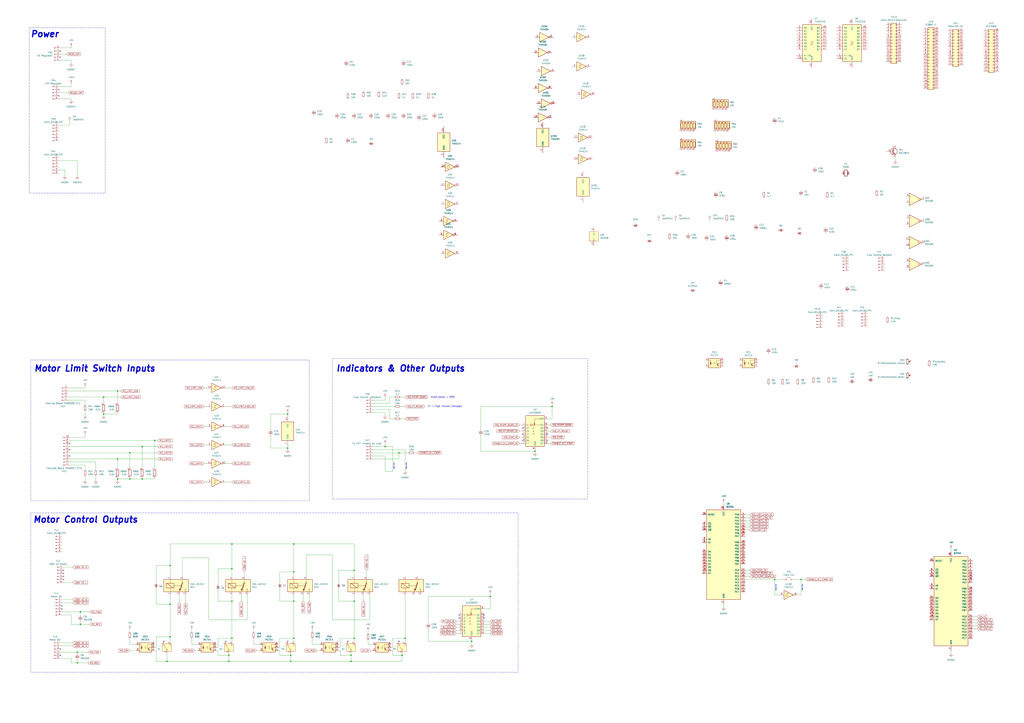
<source format=kicad_sch>
(kicad_sch
	(version 20231120)
	(generator "eeschema")
	(generator_version "8.0")
	(uuid "66cc26d7-ea0d-448d-81d6-18da17cae3ad")
	(paper "A1")
	(lib_symbols
		(symbol "74xx:74HC04"
			(exclude_from_sim no)
			(in_bom yes)
			(on_board yes)
			(property "Reference" "U"
				(at 0 1.27 0)
				(effects
					(font
						(size 1.27 1.27)
					)
				)
			)
			(property "Value" "74HC04"
				(at 0 -1.27 0)
				(effects
					(font
						(size 1.27 1.27)
					)
				)
			)
			(property "Footprint" ""
				(at 0 0 0)
				(effects
					(font
						(size 1.27 1.27)
					)
					(hide yes)
				)
			)
			(property "Datasheet" "https://assets.nexperia.com/documents/data-sheet/74HC_HCT04.pdf"
				(at 0 0 0)
				(effects
					(font
						(size 1.27 1.27)
					)
					(hide yes)
				)
			)
			(property "Description" "Hex Inverter"
				(at 0 0 0)
				(effects
					(font
						(size 1.27 1.27)
					)
					(hide yes)
				)
			)
			(property "ki_locked" ""
				(at 0 0 0)
				(effects
					(font
						(size 1.27 1.27)
					)
				)
			)
			(property "ki_keywords" "HCMOS not inv"
				(at 0 0 0)
				(effects
					(font
						(size 1.27 1.27)
					)
					(hide yes)
				)
			)
			(property "ki_fp_filters" "DIP*W7.62mm* SSOP?14* TSSOP?14*"
				(at 0 0 0)
				(effects
					(font
						(size 1.27 1.27)
					)
					(hide yes)
				)
			)
			(symbol "74HC04_1_0"
				(polyline
					(pts
						(xy -3.81 3.81) (xy -3.81 -3.81) (xy 3.81 0) (xy -3.81 3.81)
					)
					(stroke
						(width 0.254)
						(type default)
					)
					(fill
						(type background)
					)
				)
				(pin input line
					(at -7.62 0 0)
					(length 3.81)
					(name "~"
						(effects
							(font
								(size 1.27 1.27)
							)
						)
					)
					(number "1"
						(effects
							(font
								(size 1.27 1.27)
							)
						)
					)
				)
				(pin output inverted
					(at 7.62 0 180)
					(length 3.81)
					(name "~"
						(effects
							(font
								(size 1.27 1.27)
							)
						)
					)
					(number "2"
						(effects
							(font
								(size 1.27 1.27)
							)
						)
					)
				)
			)
			(symbol "74HC04_2_0"
				(polyline
					(pts
						(xy -3.81 3.81) (xy -3.81 -3.81) (xy 3.81 0) (xy -3.81 3.81)
					)
					(stroke
						(width 0.254)
						(type default)
					)
					(fill
						(type background)
					)
				)
				(pin input line
					(at -7.62 0 0)
					(length 3.81)
					(name "~"
						(effects
							(font
								(size 1.27 1.27)
							)
						)
					)
					(number "3"
						(effects
							(font
								(size 1.27 1.27)
							)
						)
					)
				)
				(pin output inverted
					(at 7.62 0 180)
					(length 3.81)
					(name "~"
						(effects
							(font
								(size 1.27 1.27)
							)
						)
					)
					(number "4"
						(effects
							(font
								(size 1.27 1.27)
							)
						)
					)
				)
			)
			(symbol "74HC04_3_0"
				(polyline
					(pts
						(xy -3.81 3.81) (xy -3.81 -3.81) (xy 3.81 0) (xy -3.81 3.81)
					)
					(stroke
						(width 0.254)
						(type default)
					)
					(fill
						(type background)
					)
				)
				(pin input line
					(at -7.62 0 0)
					(length 3.81)
					(name "~"
						(effects
							(font
								(size 1.27 1.27)
							)
						)
					)
					(number "5"
						(effects
							(font
								(size 1.27 1.27)
							)
						)
					)
				)
				(pin output inverted
					(at 7.62 0 180)
					(length 3.81)
					(name "~"
						(effects
							(font
								(size 1.27 1.27)
							)
						)
					)
					(number "6"
						(effects
							(font
								(size 1.27 1.27)
							)
						)
					)
				)
			)
			(symbol "74HC04_4_0"
				(polyline
					(pts
						(xy -3.81 3.81) (xy -3.81 -3.81) (xy 3.81 0) (xy -3.81 3.81)
					)
					(stroke
						(width 0.254)
						(type default)
					)
					(fill
						(type background)
					)
				)
				(pin output inverted
					(at 7.62 0 180)
					(length 3.81)
					(name "~"
						(effects
							(font
								(size 1.27 1.27)
							)
						)
					)
					(number "8"
						(effects
							(font
								(size 1.27 1.27)
							)
						)
					)
				)
				(pin input line
					(at -7.62 0 0)
					(length 3.81)
					(name "~"
						(effects
							(font
								(size 1.27 1.27)
							)
						)
					)
					(number "9"
						(effects
							(font
								(size 1.27 1.27)
							)
						)
					)
				)
			)
			(symbol "74HC04_5_0"
				(polyline
					(pts
						(xy -3.81 3.81) (xy -3.81 -3.81) (xy 3.81 0) (xy -3.81 3.81)
					)
					(stroke
						(width 0.254)
						(type default)
					)
					(fill
						(type background)
					)
				)
				(pin output inverted
					(at 7.62 0 180)
					(length 3.81)
					(name "~"
						(effects
							(font
								(size 1.27 1.27)
							)
						)
					)
					(number "10"
						(effects
							(font
								(size 1.27 1.27)
							)
						)
					)
				)
				(pin input line
					(at -7.62 0 0)
					(length 3.81)
					(name "~"
						(effects
							(font
								(size 1.27 1.27)
							)
						)
					)
					(number "11"
						(effects
							(font
								(size 1.27 1.27)
							)
						)
					)
				)
			)
			(symbol "74HC04_6_0"
				(polyline
					(pts
						(xy -3.81 3.81) (xy -3.81 -3.81) (xy 3.81 0) (xy -3.81 3.81)
					)
					(stroke
						(width 0.254)
						(type default)
					)
					(fill
						(type background)
					)
				)
				(pin output inverted
					(at 7.62 0 180)
					(length 3.81)
					(name "~"
						(effects
							(font
								(size 1.27 1.27)
							)
						)
					)
					(number "12"
						(effects
							(font
								(size 1.27 1.27)
							)
						)
					)
				)
				(pin input line
					(at -7.62 0 0)
					(length 3.81)
					(name "~"
						(effects
							(font
								(size 1.27 1.27)
							)
						)
					)
					(number "13"
						(effects
							(font
								(size 1.27 1.27)
							)
						)
					)
				)
			)
			(symbol "74HC04_7_0"
				(pin power_in line
					(at 0 12.7 270)
					(length 5.08)
					(name "VCC"
						(effects
							(font
								(size 1.27 1.27)
							)
						)
					)
					(number "14"
						(effects
							(font
								(size 1.27 1.27)
							)
						)
					)
				)
				(pin power_in line
					(at 0 -12.7 90)
					(length 5.08)
					(name "GND"
						(effects
							(font
								(size 1.27 1.27)
							)
						)
					)
					(number "7"
						(effects
							(font
								(size 1.27 1.27)
							)
						)
					)
				)
			)
			(symbol "74HC04_7_1"
				(rectangle
					(start -5.08 7.62)
					(end 5.08 -7.62)
					(stroke
						(width 0.254)
						(type default)
					)
					(fill
						(type background)
					)
				)
			)
		)
		(symbol "74xx:74HC14"
			(pin_names
				(offset 1.016)
			)
			(exclude_from_sim no)
			(in_bom yes)
			(on_board yes)
			(property "Reference" "U"
				(at 0 1.27 0)
				(effects
					(font
						(size 1.27 1.27)
					)
				)
			)
			(property "Value" "74HC14"
				(at 0 -1.27 0)
				(effects
					(font
						(size 1.27 1.27)
					)
				)
			)
			(property "Footprint" ""
				(at 0 0 0)
				(effects
					(font
						(size 1.27 1.27)
					)
					(hide yes)
				)
			)
			(property "Datasheet" "http://www.ti.com/lit/gpn/sn74HC14"
				(at 0 0 0)
				(effects
					(font
						(size 1.27 1.27)
					)
					(hide yes)
				)
			)
			(property "Description" "Hex inverter schmitt trigger"
				(at 0 0 0)
				(effects
					(font
						(size 1.27 1.27)
					)
					(hide yes)
				)
			)
			(property "ki_locked" ""
				(at 0 0 0)
				(effects
					(font
						(size 1.27 1.27)
					)
				)
			)
			(property "ki_keywords" "HCMOS not inverter"
				(at 0 0 0)
				(effects
					(font
						(size 1.27 1.27)
					)
					(hide yes)
				)
			)
			(property "ki_fp_filters" "DIP*W7.62mm*"
				(at 0 0 0)
				(effects
					(font
						(size 1.27 1.27)
					)
					(hide yes)
				)
			)
			(symbol "74HC14_1_0"
				(polyline
					(pts
						(xy -3.81 3.81) (xy -3.81 -3.81) (xy 3.81 0) (xy -3.81 3.81)
					)
					(stroke
						(width 0.254)
						(type default)
					)
					(fill
						(type background)
					)
				)
				(pin input line
					(at -7.62 0 0)
					(length 3.81)
					(name "~"
						(effects
							(font
								(size 1.27 1.27)
							)
						)
					)
					(number "1"
						(effects
							(font
								(size 1.27 1.27)
							)
						)
					)
				)
				(pin output inverted
					(at 7.62 0 180)
					(length 3.81)
					(name "~"
						(effects
							(font
								(size 1.27 1.27)
							)
						)
					)
					(number "2"
						(effects
							(font
								(size 1.27 1.27)
							)
						)
					)
				)
			)
			(symbol "74HC14_1_1"
				(polyline
					(pts
						(xy -1.905 -1.27) (xy -1.905 1.27) (xy -0.635 1.27)
					)
					(stroke
						(width 0)
						(type default)
					)
					(fill
						(type none)
					)
				)
				(polyline
					(pts
						(xy -2.54 -1.27) (xy -0.635 -1.27) (xy -0.635 1.27) (xy 0 1.27)
					)
					(stroke
						(width 0)
						(type default)
					)
					(fill
						(type none)
					)
				)
			)
			(symbol "74HC14_2_0"
				(polyline
					(pts
						(xy -3.81 3.81) (xy -3.81 -3.81) (xy 3.81 0) (xy -3.81 3.81)
					)
					(stroke
						(width 0.254)
						(type default)
					)
					(fill
						(type background)
					)
				)
				(pin input line
					(at -7.62 0 0)
					(length 3.81)
					(name "~"
						(effects
							(font
								(size 1.27 1.27)
							)
						)
					)
					(number "3"
						(effects
							(font
								(size 1.27 1.27)
							)
						)
					)
				)
				(pin output inverted
					(at 7.62 0 180)
					(length 3.81)
					(name "~"
						(effects
							(font
								(size 1.27 1.27)
							)
						)
					)
					(number "4"
						(effects
							(font
								(size 1.27 1.27)
							)
						)
					)
				)
			)
			(symbol "74HC14_2_1"
				(polyline
					(pts
						(xy -1.905 -1.27) (xy -1.905 1.27) (xy -0.635 1.27)
					)
					(stroke
						(width 0)
						(type default)
					)
					(fill
						(type none)
					)
				)
				(polyline
					(pts
						(xy -2.54 -1.27) (xy -0.635 -1.27) (xy -0.635 1.27) (xy 0 1.27)
					)
					(stroke
						(width 0)
						(type default)
					)
					(fill
						(type none)
					)
				)
			)
			(symbol "74HC14_3_0"
				(polyline
					(pts
						(xy -3.81 3.81) (xy -3.81 -3.81) (xy 3.81 0) (xy -3.81 3.81)
					)
					(stroke
						(width 0.254)
						(type default)
					)
					(fill
						(type background)
					)
				)
				(pin input line
					(at -7.62 0 0)
					(length 3.81)
					(name "~"
						(effects
							(font
								(size 1.27 1.27)
							)
						)
					)
					(number "5"
						(effects
							(font
								(size 1.27 1.27)
							)
						)
					)
				)
				(pin output inverted
					(at 7.62 0 180)
					(length 3.81)
					(name "~"
						(effects
							(font
								(size 1.27 1.27)
							)
						)
					)
					(number "6"
						(effects
							(font
								(size 1.27 1.27)
							)
						)
					)
				)
			)
			(symbol "74HC14_3_1"
				(polyline
					(pts
						(xy -1.905 -1.27) (xy -1.905 1.27) (xy -0.635 1.27)
					)
					(stroke
						(width 0)
						(type default)
					)
					(fill
						(type none)
					)
				)
				(polyline
					(pts
						(xy -2.54 -1.27) (xy -0.635 -1.27) (xy -0.635 1.27) (xy 0 1.27)
					)
					(stroke
						(width 0)
						(type default)
					)
					(fill
						(type none)
					)
				)
			)
			(symbol "74HC14_4_0"
				(polyline
					(pts
						(xy -3.81 3.81) (xy -3.81 -3.81) (xy 3.81 0) (xy -3.81 3.81)
					)
					(stroke
						(width 0.254)
						(type default)
					)
					(fill
						(type background)
					)
				)
				(pin output inverted
					(at 7.62 0 180)
					(length 3.81)
					(name "~"
						(effects
							(font
								(size 1.27 1.27)
							)
						)
					)
					(number "8"
						(effects
							(font
								(size 1.27 1.27)
							)
						)
					)
				)
				(pin input line
					(at -7.62 0 0)
					(length 3.81)
					(name "~"
						(effects
							(font
								(size 1.27 1.27)
							)
						)
					)
					(number "9"
						(effects
							(font
								(size 1.27 1.27)
							)
						)
					)
				)
			)
			(symbol "74HC14_4_1"
				(polyline
					(pts
						(xy -1.905 -1.27) (xy -1.905 1.27) (xy -0.635 1.27)
					)
					(stroke
						(width 0)
						(type default)
					)
					(fill
						(type none)
					)
				)
				(polyline
					(pts
						(xy -2.54 -1.27) (xy -0.635 -1.27) (xy -0.635 1.27) (xy 0 1.27)
					)
					(stroke
						(width 0)
						(type default)
					)
					(fill
						(type none)
					)
				)
			)
			(symbol "74HC14_5_0"
				(polyline
					(pts
						(xy -3.81 3.81) (xy -3.81 -3.81) (xy 3.81 0) (xy -3.81 3.81)
					)
					(stroke
						(width 0.254)
						(type default)
					)
					(fill
						(type background)
					)
				)
				(pin output inverted
					(at 7.62 0 180)
					(length 3.81)
					(name "~"
						(effects
							(font
								(size 1.27 1.27)
							)
						)
					)
					(number "10"
						(effects
							(font
								(size 1.27 1.27)
							)
						)
					)
				)
				(pin input line
					(at -7.62 0 0)
					(length 3.81)
					(name "~"
						(effects
							(font
								(size 1.27 1.27)
							)
						)
					)
					(number "11"
						(effects
							(font
								(size 1.27 1.27)
							)
						)
					)
				)
			)
			(symbol "74HC14_5_1"
				(polyline
					(pts
						(xy -1.905 -1.27) (xy -1.905 1.27) (xy -0.635 1.27)
					)
					(stroke
						(width 0)
						(type default)
					)
					(fill
						(type none)
					)
				)
				(polyline
					(pts
						(xy -2.54 -1.27) (xy -0.635 -1.27) (xy -0.635 1.27) (xy 0 1.27)
					)
					(stroke
						(width 0)
						(type default)
					)
					(fill
						(type none)
					)
				)
			)
			(symbol "74HC14_6_0"
				(polyline
					(pts
						(xy -3.81 3.81) (xy -3.81 -3.81) (xy 3.81 0) (xy -3.81 3.81)
					)
					(stroke
						(width 0.254)
						(type default)
					)
					(fill
						(type background)
					)
				)
				(pin output inverted
					(at 7.62 0 180)
					(length 3.81)
					(name "~"
						(effects
							(font
								(size 1.27 1.27)
							)
						)
					)
					(number "12"
						(effects
							(font
								(size 1.27 1.27)
							)
						)
					)
				)
				(pin input line
					(at -7.62 0 0)
					(length 3.81)
					(name "~"
						(effects
							(font
								(size 1.27 1.27)
							)
						)
					)
					(number "13"
						(effects
							(font
								(size 1.27 1.27)
							)
						)
					)
				)
			)
			(symbol "74HC14_6_1"
				(polyline
					(pts
						(xy -1.905 -1.27) (xy -1.905 1.27) (xy -0.635 1.27)
					)
					(stroke
						(width 0)
						(type default)
					)
					(fill
						(type none)
					)
				)
				(polyline
					(pts
						(xy -2.54 -1.27) (xy -0.635 -1.27) (xy -0.635 1.27) (xy 0 1.27)
					)
					(stroke
						(width 0)
						(type default)
					)
					(fill
						(type none)
					)
				)
			)
			(symbol "74HC14_7_0"
				(pin power_in line
					(at 0 12.7 270)
					(length 5.08)
					(name "VCC"
						(effects
							(font
								(size 1.27 1.27)
							)
						)
					)
					(number "14"
						(effects
							(font
								(size 1.27 1.27)
							)
						)
					)
				)
				(pin power_in line
					(at 0 -12.7 90)
					(length 5.08)
					(name "GND"
						(effects
							(font
								(size 1.27 1.27)
							)
						)
					)
					(number "7"
						(effects
							(font
								(size 1.27 1.27)
							)
						)
					)
				)
			)
			(symbol "74HC14_7_1"
				(rectangle
					(start -5.08 7.62)
					(end 5.08 -7.62)
					(stroke
						(width 0.254)
						(type default)
					)
					(fill
						(type background)
					)
				)
			)
		)
		(symbol "74xx:74HC245"
			(pin_names
				(offset 1.016)
			)
			(exclude_from_sim no)
			(in_bom yes)
			(on_board yes)
			(property "Reference" "U"
				(at -7.62 16.51 0)
				(effects
					(font
						(size 1.27 1.27)
					)
				)
			)
			(property "Value" "74HC245"
				(at -7.62 -16.51 0)
				(effects
					(font
						(size 1.27 1.27)
					)
				)
			)
			(property "Footprint" ""
				(at 0 0 0)
				(effects
					(font
						(size 1.27 1.27)
					)
					(hide yes)
				)
			)
			(property "Datasheet" "http://www.ti.com/lit/gpn/sn74HC245"
				(at 0 0 0)
				(effects
					(font
						(size 1.27 1.27)
					)
					(hide yes)
				)
			)
			(property "Description" "Octal BUS Transceivers, 3-State outputs"
				(at 0 0 0)
				(effects
					(font
						(size 1.27 1.27)
					)
					(hide yes)
				)
			)
			(property "ki_locked" ""
				(at 0 0 0)
				(effects
					(font
						(size 1.27 1.27)
					)
				)
			)
			(property "ki_keywords" "HCMOS BUS 3State"
				(at 0 0 0)
				(effects
					(font
						(size 1.27 1.27)
					)
					(hide yes)
				)
			)
			(property "ki_fp_filters" "DIP?20*"
				(at 0 0 0)
				(effects
					(font
						(size 1.27 1.27)
					)
					(hide yes)
				)
			)
			(symbol "74HC245_1_0"
				(polyline
					(pts
						(xy -0.635 -1.27) (xy -0.635 1.27) (xy 0.635 1.27)
					)
					(stroke
						(width 0)
						(type default)
					)
					(fill
						(type none)
					)
				)
				(polyline
					(pts
						(xy -1.27 -1.27) (xy 0.635 -1.27) (xy 0.635 1.27) (xy 1.27 1.27)
					)
					(stroke
						(width 0)
						(type default)
					)
					(fill
						(type none)
					)
				)
				(pin input line
					(at -12.7 -10.16 0)
					(length 5.08)
					(name "A->B"
						(effects
							(font
								(size 1.27 1.27)
							)
						)
					)
					(number "1"
						(effects
							(font
								(size 1.27 1.27)
							)
						)
					)
				)
				(pin power_in line
					(at 0 -20.32 90)
					(length 5.08)
					(name "GND"
						(effects
							(font
								(size 1.27 1.27)
							)
						)
					)
					(number "10"
						(effects
							(font
								(size 1.27 1.27)
							)
						)
					)
				)
				(pin tri_state line
					(at 12.7 -5.08 180)
					(length 5.08)
					(name "B7"
						(effects
							(font
								(size 1.27 1.27)
							)
						)
					)
					(number "11"
						(effects
							(font
								(size 1.27 1.27)
							)
						)
					)
				)
				(pin tri_state line
					(at 12.7 -2.54 180)
					(length 5.08)
					(name "B6"
						(effects
							(font
								(size 1.27 1.27)
							)
						)
					)
					(number "12"
						(effects
							(font
								(size 1.27 1.27)
							)
						)
					)
				)
				(pin tri_state line
					(at 12.7 0 180)
					(length 5.08)
					(name "B5"
						(effects
							(font
								(size 1.27 1.27)
							)
						)
					)
					(number "13"
						(effects
							(font
								(size 1.27 1.27)
							)
						)
					)
				)
				(pin tri_state line
					(at 12.7 2.54 180)
					(length 5.08)
					(name "B4"
						(effects
							(font
								(size 1.27 1.27)
							)
						)
					)
					(number "14"
						(effects
							(font
								(size 1.27 1.27)
							)
						)
					)
				)
				(pin tri_state line
					(at 12.7 5.08 180)
					(length 5.08)
					(name "B3"
						(effects
							(font
								(size 1.27 1.27)
							)
						)
					)
					(number "15"
						(effects
							(font
								(size 1.27 1.27)
							)
						)
					)
				)
				(pin tri_state line
					(at 12.7 7.62 180)
					(length 5.08)
					(name "B2"
						(effects
							(font
								(size 1.27 1.27)
							)
						)
					)
					(number "16"
						(effects
							(font
								(size 1.27 1.27)
							)
						)
					)
				)
				(pin tri_state line
					(at 12.7 10.16 180)
					(length 5.08)
					(name "B1"
						(effects
							(font
								(size 1.27 1.27)
							)
						)
					)
					(number "17"
						(effects
							(font
								(size 1.27 1.27)
							)
						)
					)
				)
				(pin tri_state line
					(at 12.7 12.7 180)
					(length 5.08)
					(name "B0"
						(effects
							(font
								(size 1.27 1.27)
							)
						)
					)
					(number "18"
						(effects
							(font
								(size 1.27 1.27)
							)
						)
					)
				)
				(pin input inverted
					(at -12.7 -12.7 0)
					(length 5.08)
					(name "CE"
						(effects
							(font
								(size 1.27 1.27)
							)
						)
					)
					(number "19"
						(effects
							(font
								(size 1.27 1.27)
							)
						)
					)
				)
				(pin tri_state line
					(at -12.7 12.7 0)
					(length 5.08)
					(name "A0"
						(effects
							(font
								(size 1.27 1.27)
							)
						)
					)
					(number "2"
						(effects
							(font
								(size 1.27 1.27)
							)
						)
					)
				)
				(pin power_in line
					(at 0 20.32 270)
					(length 5.08)
					(name "VCC"
						(effects
							(font
								(size 1.27 1.27)
							)
						)
					)
					(number "20"
						(effects
							(font
								(size 1.27 1.27)
							)
						)
					)
				)
				(pin tri_state line
					(at -12.7 10.16 0)
					(length 5.08)
					(name "A1"
						(effects
							(font
								(size 1.27 1.27)
							)
						)
					)
					(number "3"
						(effects
							(font
								(size 1.27 1.27)
							)
						)
					)
				)
				(pin tri_state line
					(at -12.7 7.62 0)
					(length 5.08)
					(name "A2"
						(effects
							(font
								(size 1.27 1.27)
							)
						)
					)
					(number "4"
						(effects
							(font
								(size 1.27 1.27)
							)
						)
					)
				)
				(pin tri_state line
					(at -12.7 5.08 0)
					(length 5.08)
					(name "A3"
						(effects
							(font
								(size 1.27 1.27)
							)
						)
					)
					(number "5"
						(effects
							(font
								(size 1.27 1.27)
							)
						)
					)
				)
				(pin tri_state line
					(at -12.7 2.54 0)
					(length 5.08)
					(name "A4"
						(effects
							(font
								(size 1.27 1.27)
							)
						)
					)
					(number "6"
						(effects
							(font
								(size 1.27 1.27)
							)
						)
					)
				)
				(pin tri_state line
					(at -12.7 0 0)
					(length 5.08)
					(name "A5"
						(effects
							(font
								(size 1.27 1.27)
							)
						)
					)
					(number "7"
						(effects
							(font
								(size 1.27 1.27)
							)
						)
					)
				)
				(pin tri_state line
					(at -12.7 -2.54 0)
					(length 5.08)
					(name "A6"
						(effects
							(font
								(size 1.27 1.27)
							)
						)
					)
					(number "8"
						(effects
							(font
								(size 1.27 1.27)
							)
						)
					)
				)
				(pin tri_state line
					(at -12.7 -5.08 0)
					(length 5.08)
					(name "A7"
						(effects
							(font
								(size 1.27 1.27)
							)
						)
					)
					(number "9"
						(effects
							(font
								(size 1.27 1.27)
							)
						)
					)
				)
			)
			(symbol "74HC245_1_1"
				(rectangle
					(start -7.62 15.24)
					(end 7.62 -15.24)
					(stroke
						(width 0.254)
						(type default)
					)
					(fill
						(type background)
					)
				)
			)
		)
		(symbol "Comparator:LM339"
			(pin_names
				(offset 0.127)
			)
			(exclude_from_sim no)
			(in_bom yes)
			(on_board yes)
			(property "Reference" "U5"
				(at 7.62 1.2701 0)
				(effects
					(font
						(size 1.27 1.27)
					)
					(justify left)
				)
			)
			(property "Value" "IR2339"
				(at 7.62 -1.2699 0)
				(effects
					(font
						(size 1.27 1.27)
					)
					(justify left)
				)
			)
			(property "Footprint" ""
				(at -1.27 2.54 0)
				(effects
					(font
						(size 1.27 1.27)
					)
					(hide yes)
				)
			)
			(property "Datasheet" "https://www.st.com/resource/en/datasheet/lm139.pdf"
				(at 1.27 5.08 0)
				(effects
					(font
						(size 1.27 1.27)
					)
					(hide yes)
				)
			)
			(property "Description" "Quad Differential Comparators, SOIC-14/TSSOP-14"
				(at 0 0 0)
				(effects
					(font
						(size 1.27 1.27)
					)
					(hide yes)
				)
			)
			(property "ki_locked" ""
				(at 0 0 0)
				(effects
					(font
						(size 1.27 1.27)
					)
				)
			)
			(property "ki_keywords" "cmp open collector"
				(at 0 0 0)
				(effects
					(font
						(size 1.27 1.27)
					)
					(hide yes)
				)
			)
			(property "ki_fp_filters" "SOIC*3.9x8.7mm*P1.27mm* TSSOP*4.4x5mm*P0.65mm*"
				(at 0 0 0)
				(effects
					(font
						(size 1.27 1.27)
					)
					(hide yes)
				)
			)
			(symbol "LM339_1_1"
				(polyline
					(pts
						(xy -5.08 5.08) (xy 5.08 0) (xy -5.08 -5.08) (xy -5.08 5.08)
					)
					(stroke
						(width 0.254)
						(type default)
					)
					(fill
						(type background)
					)
				)
				(polyline
					(pts
						(xy 3.302 -0.508) (xy 2.794 -0.508) (xy 3.302 0) (xy 2.794 0.508) (xy 2.286 0) (xy 2.794 -0.508)
						(xy 2.286 -0.508)
					)
					(stroke
						(width 0.127)
						(type default)
					)
					(fill
						(type none)
					)
				)
				(pin open_collector line
					(at 7.62 0 180)
					(length 2.54)
					(name "~"
						(effects
							(font
								(size 1.27 1.27)
							)
						)
					)
					(number "2"
						(effects
							(font
								(size 1.27 1.27)
							)
						)
					)
				)
				(pin input line
					(at -7.62 -2.54 0)
					(length 2.54)
					(name "-"
						(effects
							(font
								(size 1.27 1.27)
							)
						)
					)
					(number "4"
						(effects
							(font
								(size 1.27 1.27)
							)
						)
					)
				)
				(pin input line
					(at -7.62 2.54 0)
					(length 2.54)
					(name "+"
						(effects
							(font
								(size 1.27 1.27)
							)
						)
					)
					(number "5"
						(effects
							(font
								(size 1.27 1.27)
							)
						)
					)
				)
			)
			(symbol "LM339_2_1"
				(polyline
					(pts
						(xy -5.08 5.08) (xy 5.08 0) (xy -5.08 -5.08) (xy -5.08 5.08)
					)
					(stroke
						(width 0.254)
						(type default)
					)
					(fill
						(type background)
					)
				)
				(polyline
					(pts
						(xy 3.302 -0.508) (xy 2.794 -0.508) (xy 3.302 0) (xy 2.794 0.508) (xy 2.286 0) (xy 2.794 -0.508)
						(xy 2.286 -0.508)
					)
					(stroke
						(width 0.127)
						(type default)
					)
					(fill
						(type none)
					)
				)
				(pin open_collector line
					(at 7.62 0 180)
					(length 2.54)
					(name "~"
						(effects
							(font
								(size 1.27 1.27)
							)
						)
					)
					(number "1"
						(effects
							(font
								(size 1.27 1.27)
							)
						)
					)
				)
				(pin input line
					(at -7.62 -2.54 0)
					(length 2.54)
					(name "-"
						(effects
							(font
								(size 1.27 1.27)
							)
						)
					)
					(number "6"
						(effects
							(font
								(size 1.27 1.27)
							)
						)
					)
				)
				(pin input line
					(at -7.62 2.54 0)
					(length 2.54)
					(name "+"
						(effects
							(font
								(size 1.27 1.27)
							)
						)
					)
					(number "7"
						(effects
							(font
								(size 1.27 1.27)
							)
						)
					)
				)
			)
			(symbol "LM339_3_1"
				(polyline
					(pts
						(xy -5.08 5.08) (xy 5.08 0) (xy -5.08 -5.08) (xy -5.08 5.08)
					)
					(stroke
						(width 0.254)
						(type default)
					)
					(fill
						(type background)
					)
				)
				(polyline
					(pts
						(xy 3.302 -0.508) (xy 2.794 -0.508) (xy 3.302 0) (xy 2.794 0.508) (xy 2.286 0) (xy 2.794 -0.508)
						(xy 2.286 -0.508)
					)
					(stroke
						(width 0.127)
						(type default)
					)
					(fill
						(type none)
					)
				)
				(pin input line
					(at -7.62 -2.54 0)
					(length 2.54)
					(name "-"
						(effects
							(font
								(size 1.27 1.27)
							)
						)
					)
					(number "10"
						(effects
							(font
								(size 1.27 1.27)
							)
						)
					)
				)
				(pin input line
					(at -7.62 2.54 0)
					(length 2.54)
					(name "+"
						(effects
							(font
								(size 1.27 1.27)
							)
						)
					)
					(number "11"
						(effects
							(font
								(size 1.27 1.27)
							)
						)
					)
				)
				(pin open_collector line
					(at 7.62 0 180)
					(length 2.54)
					(name "~"
						(effects
							(font
								(size 1.27 1.27)
							)
						)
					)
					(number "13"
						(effects
							(font
								(size 1.27 1.27)
							)
						)
					)
				)
			)
			(symbol "LM339_4_1"
				(polyline
					(pts
						(xy -5.08 5.08) (xy 5.08 0) (xy -5.08 -5.08) (xy -5.08 5.08)
					)
					(stroke
						(width 0.254)
						(type default)
					)
					(fill
						(type background)
					)
				)
				(polyline
					(pts
						(xy 3.302 -0.508) (xy 2.794 -0.508) (xy 3.302 0) (xy 2.794 0.508) (xy 2.286 0) (xy 2.794 -0.508)
						(xy 2.286 -0.508)
					)
					(stroke
						(width 0.127)
						(type default)
					)
					(fill
						(type none)
					)
				)
				(pin open_collector line
					(at 7.62 0 180)
					(length 2.54)
					(name "~"
						(effects
							(font
								(size 1.27 1.27)
							)
						)
					)
					(number "14"
						(effects
							(font
								(size 1.27 1.27)
							)
						)
					)
				)
				(pin input line
					(at -7.62 -2.54 0)
					(length 2.54)
					(name "-"
						(effects
							(font
								(size 1.27 1.27)
							)
						)
					)
					(number "8"
						(effects
							(font
								(size 1.27 1.27)
							)
						)
					)
				)
				(pin input line
					(at -7.62 2.54 0)
					(length 2.54)
					(name "+"
						(effects
							(font
								(size 1.27 1.27)
							)
						)
					)
					(number "9"
						(effects
							(font
								(size 1.27 1.27)
							)
						)
					)
				)
			)
			(symbol "LM339_5_1"
				(rectangle
					(start -6.35 3.81)
					(end 1.27 -3.81)
					(stroke
						(width 0)
						(type default)
					)
					(fill
						(type background)
					)
				)
				(pin power_in line
					(at -2.54 -7.62 90)
					(length 3.81)
					(name "V-"
						(effects
							(font
								(size 1.27 1.27)
							)
						)
					)
					(number "12"
						(effects
							(font
								(size 1.27 1.27)
							)
						)
					)
				)
				(pin power_in line
					(at -2.54 7.62 270)
					(length 3.81)
					(name "V+"
						(effects
							(font
								(size 1.27 1.27)
							)
						)
					)
					(number "3"
						(effects
							(font
								(size 1.27 1.27)
							)
						)
					)
				)
			)
		)
		(symbol "Connector:Conn_01x05_Pin"
			(pin_names
				(offset 1.016) hide)
			(exclude_from_sim no)
			(in_bom yes)
			(on_board yes)
			(property "Reference" "J"
				(at 0 7.62 0)
				(effects
					(font
						(size 1.27 1.27)
					)
				)
			)
			(property "Value" "Conn_01x05_Pin"
				(at 0 -7.62 0)
				(effects
					(font
						(size 1.27 1.27)
					)
				)
			)
			(property "Footprint" ""
				(at 0 0 0)
				(effects
					(font
						(size 1.27 1.27)
					)
					(hide yes)
				)
			)
			(property "Datasheet" "~"
				(at 0 0 0)
				(effects
					(font
						(size 1.27 1.27)
					)
					(hide yes)
				)
			)
			(property "Description" "Generic connector, single row, 01x05, script generated"
				(at 0 0 0)
				(effects
					(font
						(size 1.27 1.27)
					)
					(hide yes)
				)
			)
			(property "ki_locked" ""
				(at 0 0 0)
				(effects
					(font
						(size 1.27 1.27)
					)
				)
			)
			(property "ki_keywords" "connector"
				(at 0 0 0)
				(effects
					(font
						(size 1.27 1.27)
					)
					(hide yes)
				)
			)
			(property "ki_fp_filters" "Connector*:*_1x??_*"
				(at 0 0 0)
				(effects
					(font
						(size 1.27 1.27)
					)
					(hide yes)
				)
			)
			(symbol "Conn_01x05_Pin_1_1"
				(polyline
					(pts
						(xy 1.27 -5.08) (xy 0.8636 -5.08)
					)
					(stroke
						(width 0.1524)
						(type default)
					)
					(fill
						(type none)
					)
				)
				(polyline
					(pts
						(xy 1.27 -2.54) (xy 0.8636 -2.54)
					)
					(stroke
						(width 0.1524)
						(type default)
					)
					(fill
						(type none)
					)
				)
				(polyline
					(pts
						(xy 1.27 0) (xy 0.8636 0)
					)
					(stroke
						(width 0.1524)
						(type default)
					)
					(fill
						(type none)
					)
				)
				(polyline
					(pts
						(xy 1.27 2.54) (xy 0.8636 2.54)
					)
					(stroke
						(width 0.1524)
						(type default)
					)
					(fill
						(type none)
					)
				)
				(polyline
					(pts
						(xy 1.27 5.08) (xy 0.8636 5.08)
					)
					(stroke
						(width 0.1524)
						(type default)
					)
					(fill
						(type none)
					)
				)
				(rectangle
					(start 0.8636 -4.953)
					(end 0 -5.207)
					(stroke
						(width 0.1524)
						(type default)
					)
					(fill
						(type outline)
					)
				)
				(rectangle
					(start 0.8636 -2.413)
					(end 0 -2.667)
					(stroke
						(width 0.1524)
						(type default)
					)
					(fill
						(type outline)
					)
				)
				(rectangle
					(start 0.8636 0.127)
					(end 0 -0.127)
					(stroke
						(width 0.1524)
						(type default)
					)
					(fill
						(type outline)
					)
				)
				(rectangle
					(start 0.8636 2.667)
					(end 0 2.413)
					(stroke
						(width 0.1524)
						(type default)
					)
					(fill
						(type outline)
					)
				)
				(rectangle
					(start 0.8636 5.207)
					(end 0 4.953)
					(stroke
						(width 0.1524)
						(type default)
					)
					(fill
						(type outline)
					)
				)
				(pin passive line
					(at 5.08 5.08 180)
					(length 3.81)
					(name "Pin_1"
						(effects
							(font
								(size 1.27 1.27)
							)
						)
					)
					(number "1"
						(effects
							(font
								(size 1.27 1.27)
							)
						)
					)
				)
				(pin passive line
					(at 5.08 2.54 180)
					(length 3.81)
					(name "Pin_2"
						(effects
							(font
								(size 1.27 1.27)
							)
						)
					)
					(number "2"
						(effects
							(font
								(size 1.27 1.27)
							)
						)
					)
				)
				(pin passive line
					(at 5.08 0 180)
					(length 3.81)
					(name "Pin_3"
						(effects
							(font
								(size 1.27 1.27)
							)
						)
					)
					(number "3"
						(effects
							(font
								(size 1.27 1.27)
							)
						)
					)
				)
				(pin passive line
					(at 5.08 -2.54 180)
					(length 3.81)
					(name "Pin_4"
						(effects
							(font
								(size 1.27 1.27)
							)
						)
					)
					(number "4"
						(effects
							(font
								(size 1.27 1.27)
							)
						)
					)
				)
				(pin passive line
					(at 5.08 -5.08 180)
					(length 3.81)
					(name "Pin_5"
						(effects
							(font
								(size 1.27 1.27)
							)
						)
					)
					(number "5"
						(effects
							(font
								(size 1.27 1.27)
							)
						)
					)
				)
			)
		)
		(symbol "Connector:Conn_01x06_Pin"
			(pin_names
				(offset 1.016) hide)
			(exclude_from_sim no)
			(in_bom yes)
			(on_board yes)
			(property "Reference" "J"
				(at 0 7.62 0)
				(effects
					(font
						(size 1.27 1.27)
					)
				)
			)
			(property "Value" "Conn_01x06_Pin"
				(at 0 -10.16 0)
				(effects
					(font
						(size 1.27 1.27)
					)
				)
			)
			(property "Footprint" ""
				(at 0 0 0)
				(effects
					(font
						(size 1.27 1.27)
					)
					(hide yes)
				)
			)
			(property "Datasheet" "~"
				(at 0 0 0)
				(effects
					(font
						(size 1.27 1.27)
					)
					(hide yes)
				)
			)
			(property "Description" "Generic connector, single row, 01x06, script generated"
				(at 0 0 0)
				(effects
					(font
						(size 1.27 1.27)
					)
					(hide yes)
				)
			)
			(property "ki_locked" ""
				(at 0 0 0)
				(effects
					(font
						(size 1.27 1.27)
					)
				)
			)
			(property "ki_keywords" "connector"
				(at 0 0 0)
				(effects
					(font
						(size 1.27 1.27)
					)
					(hide yes)
				)
			)
			(property "ki_fp_filters" "Connector*:*_1x??_*"
				(at 0 0 0)
				(effects
					(font
						(size 1.27 1.27)
					)
					(hide yes)
				)
			)
			(symbol "Conn_01x06_Pin_1_1"
				(polyline
					(pts
						(xy 1.27 -7.62) (xy 0.8636 -7.62)
					)
					(stroke
						(width 0.1524)
						(type default)
					)
					(fill
						(type none)
					)
				)
				(polyline
					(pts
						(xy 1.27 -5.08) (xy 0.8636 -5.08)
					)
					(stroke
						(width 0.1524)
						(type default)
					)
					(fill
						(type none)
					)
				)
				(polyline
					(pts
						(xy 1.27 -2.54) (xy 0.8636 -2.54)
					)
					(stroke
						(width 0.1524)
						(type default)
					)
					(fill
						(type none)
					)
				)
				(polyline
					(pts
						(xy 1.27 0) (xy 0.8636 0)
					)
					(stroke
						(width 0.1524)
						(type default)
					)
					(fill
						(type none)
					)
				)
				(polyline
					(pts
						(xy 1.27 2.54) (xy 0.8636 2.54)
					)
					(stroke
						(width 0.1524)
						(type default)
					)
					(fill
						(type none)
					)
				)
				(polyline
					(pts
						(xy 1.27 5.08) (xy 0.8636 5.08)
					)
					(stroke
						(width 0.1524)
						(type default)
					)
					(fill
						(type none)
					)
				)
				(rectangle
					(start 0.8636 -7.493)
					(end 0 -7.747)
					(stroke
						(width 0.1524)
						(type default)
					)
					(fill
						(type outline)
					)
				)
				(rectangle
					(start 0.8636 -4.953)
					(end 0 -5.207)
					(stroke
						(width 0.1524)
						(type default)
					)
					(fill
						(type outline)
					)
				)
				(rectangle
					(start 0.8636 -2.413)
					(end 0 -2.667)
					(stroke
						(width 0.1524)
						(type default)
					)
					(fill
						(type outline)
					)
				)
				(rectangle
					(start 0.8636 0.127)
					(end 0 -0.127)
					(stroke
						(width 0.1524)
						(type default)
					)
					(fill
						(type outline)
					)
				)
				(rectangle
					(start 0.8636 2.667)
					(end 0 2.413)
					(stroke
						(width 0.1524)
						(type default)
					)
					(fill
						(type outline)
					)
				)
				(rectangle
					(start 0.8636 5.207)
					(end 0 4.953)
					(stroke
						(width 0.1524)
						(type default)
					)
					(fill
						(type outline)
					)
				)
				(pin passive line
					(at 5.08 5.08 180)
					(length 3.81)
					(name "Pin_1"
						(effects
							(font
								(size 1.27 1.27)
							)
						)
					)
					(number "1"
						(effects
							(font
								(size 1.27 1.27)
							)
						)
					)
				)
				(pin passive line
					(at 5.08 2.54 180)
					(length 3.81)
					(name "Pin_2"
						(effects
							(font
								(size 1.27 1.27)
							)
						)
					)
					(number "2"
						(effects
							(font
								(size 1.27 1.27)
							)
						)
					)
				)
				(pin passive line
					(at 5.08 0 180)
					(length 3.81)
					(name "Pin_3"
						(effects
							(font
								(size 1.27 1.27)
							)
						)
					)
					(number "3"
						(effects
							(font
								(size 1.27 1.27)
							)
						)
					)
				)
				(pin passive line
					(at 5.08 -2.54 180)
					(length 3.81)
					(name "Pin_4"
						(effects
							(font
								(size 1.27 1.27)
							)
						)
					)
					(number "4"
						(effects
							(font
								(size 1.27 1.27)
							)
						)
					)
				)
				(pin passive line
					(at 5.08 -5.08 180)
					(length 3.81)
					(name "Pin_5"
						(effects
							(font
								(size 1.27 1.27)
							)
						)
					)
					(number "5"
						(effects
							(font
								(size 1.27 1.27)
							)
						)
					)
				)
				(pin passive line
					(at 5.08 -7.62 180)
					(length 3.81)
					(name "Pin_6"
						(effects
							(font
								(size 1.27 1.27)
							)
						)
					)
					(number "6"
						(effects
							(font
								(size 1.27 1.27)
							)
						)
					)
				)
			)
		)
		(symbol "Connector:Conn_01x10_Pin"
			(pin_names
				(offset 1.016) hide)
			(exclude_from_sim no)
			(in_bom yes)
			(on_board yes)
			(property "Reference" "J"
				(at 0 12.7 0)
				(effects
					(font
						(size 1.27 1.27)
					)
				)
			)
			(property "Value" "Conn_01x10_Pin"
				(at 0 -15.24 0)
				(effects
					(font
						(size 1.27 1.27)
					)
				)
			)
			(property "Footprint" ""
				(at 0 0 0)
				(effects
					(font
						(size 1.27 1.27)
					)
					(hide yes)
				)
			)
			(property "Datasheet" "~"
				(at 0 0 0)
				(effects
					(font
						(size 1.27 1.27)
					)
					(hide yes)
				)
			)
			(property "Description" "Generic connector, single row, 01x10, script generated"
				(at 0 0 0)
				(effects
					(font
						(size 1.27 1.27)
					)
					(hide yes)
				)
			)
			(property "ki_locked" ""
				(at 0 0 0)
				(effects
					(font
						(size 1.27 1.27)
					)
				)
			)
			(property "ki_keywords" "connector"
				(at 0 0 0)
				(effects
					(font
						(size 1.27 1.27)
					)
					(hide yes)
				)
			)
			(property "ki_fp_filters" "Connector*:*_1x??_*"
				(at 0 0 0)
				(effects
					(font
						(size 1.27 1.27)
					)
					(hide yes)
				)
			)
			(symbol "Conn_01x10_Pin_1_1"
				(polyline
					(pts
						(xy 1.27 -12.7) (xy 0.8636 -12.7)
					)
					(stroke
						(width 0.1524)
						(type default)
					)
					(fill
						(type none)
					)
				)
				(polyline
					(pts
						(xy 1.27 -10.16) (xy 0.8636 -10.16)
					)
					(stroke
						(width 0.1524)
						(type default)
					)
					(fill
						(type none)
					)
				)
				(polyline
					(pts
						(xy 1.27 -7.62) (xy 0.8636 -7.62)
					)
					(stroke
						(width 0.1524)
						(type default)
					)
					(fill
						(type none)
					)
				)
				(polyline
					(pts
						(xy 1.27 -5.08) (xy 0.8636 -5.08)
					)
					(stroke
						(width 0.1524)
						(type default)
					)
					(fill
						(type none)
					)
				)
				(polyline
					(pts
						(xy 1.27 -2.54) (xy 0.8636 -2.54)
					)
					(stroke
						(width 0.1524)
						(type default)
					)
					(fill
						(type none)
					)
				)
				(polyline
					(pts
						(xy 1.27 0) (xy 0.8636 0)
					)
					(stroke
						(width 0.1524)
						(type default)
					)
					(fill
						(type none)
					)
				)
				(polyline
					(pts
						(xy 1.27 2.54) (xy 0.8636 2.54)
					)
					(stroke
						(width 0.1524)
						(type default)
					)
					(fill
						(type none)
					)
				)
				(polyline
					(pts
						(xy 1.27 5.08) (xy 0.8636 5.08)
					)
					(stroke
						(width 0.1524)
						(type default)
					)
					(fill
						(type none)
					)
				)
				(polyline
					(pts
						(xy 1.27 7.62) (xy 0.8636 7.62)
					)
					(stroke
						(width 0.1524)
						(type default)
					)
					(fill
						(type none)
					)
				)
				(polyline
					(pts
						(xy 1.27 10.16) (xy 0.8636 10.16)
					)
					(stroke
						(width 0.1524)
						(type default)
					)
					(fill
						(type none)
					)
				)
				(rectangle
					(start 0.8636 -12.573)
					(end 0 -12.827)
					(stroke
						(width 0.1524)
						(type default)
					)
					(fill
						(type outline)
					)
				)
				(rectangle
					(start 0.8636 -10.033)
					(end 0 -10.287)
					(stroke
						(width 0.1524)
						(type default)
					)
					(fill
						(type outline)
					)
				)
				(rectangle
					(start 0.8636 -7.493)
					(end 0 -7.747)
					(stroke
						(width 0.1524)
						(type default)
					)
					(fill
						(type outline)
					)
				)
				(rectangle
					(start 0.8636 -4.953)
					(end 0 -5.207)
					(stroke
						(width 0.1524)
						(type default)
					)
					(fill
						(type outline)
					)
				)
				(rectangle
					(start 0.8636 -2.413)
					(end 0 -2.667)
					(stroke
						(width 0.1524)
						(type default)
					)
					(fill
						(type outline)
					)
				)
				(rectangle
					(start 0.8636 0.127)
					(end 0 -0.127)
					(stroke
						(width 0.1524)
						(type default)
					)
					(fill
						(type outline)
					)
				)
				(rectangle
					(start 0.8636 2.667)
					(end 0 2.413)
					(stroke
						(width 0.1524)
						(type default)
					)
					(fill
						(type outline)
					)
				)
				(rectangle
					(start 0.8636 5.207)
					(end 0 4.953)
					(stroke
						(width 0.1524)
						(type default)
					)
					(fill
						(type outline)
					)
				)
				(rectangle
					(start 0.8636 7.747)
					(end 0 7.493)
					(stroke
						(width 0.1524)
						(type default)
					)
					(fill
						(type outline)
					)
				)
				(rectangle
					(start 0.8636 10.287)
					(end 0 10.033)
					(stroke
						(width 0.1524)
						(type default)
					)
					(fill
						(type outline)
					)
				)
				(pin passive line
					(at 5.08 10.16 180)
					(length 3.81)
					(name "Pin_1"
						(effects
							(font
								(size 1.27 1.27)
							)
						)
					)
					(number "1"
						(effects
							(font
								(size 1.27 1.27)
							)
						)
					)
				)
				(pin passive line
					(at 5.08 -12.7 180)
					(length 3.81)
					(name "Pin_10"
						(effects
							(font
								(size 1.27 1.27)
							)
						)
					)
					(number "10"
						(effects
							(font
								(size 1.27 1.27)
							)
						)
					)
				)
				(pin passive line
					(at 5.08 7.62 180)
					(length 3.81)
					(name "Pin_2"
						(effects
							(font
								(size 1.27 1.27)
							)
						)
					)
					(number "2"
						(effects
							(font
								(size 1.27 1.27)
							)
						)
					)
				)
				(pin passive line
					(at 5.08 5.08 180)
					(length 3.81)
					(name "Pin_3"
						(effects
							(font
								(size 1.27 1.27)
							)
						)
					)
					(number "3"
						(effects
							(font
								(size 1.27 1.27)
							)
						)
					)
				)
				(pin passive line
					(at 5.08 2.54 180)
					(length 3.81)
					(name "Pin_4"
						(effects
							(font
								(size 1.27 1.27)
							)
						)
					)
					(number "4"
						(effects
							(font
								(size 1.27 1.27)
							)
						)
					)
				)
				(pin passive line
					(at 5.08 0 180)
					(length 3.81)
					(name "Pin_5"
						(effects
							(font
								(size 1.27 1.27)
							)
						)
					)
					(number "5"
						(effects
							(font
								(size 1.27 1.27)
							)
						)
					)
				)
				(pin passive line
					(at 5.08 -2.54 180)
					(length 3.81)
					(name "Pin_6"
						(effects
							(font
								(size 1.27 1.27)
							)
						)
					)
					(number "6"
						(effects
							(font
								(size 1.27 1.27)
							)
						)
					)
				)
				(pin passive line
					(at 5.08 -5.08 180)
					(length 3.81)
					(name "Pin_7"
						(effects
							(font
								(size 1.27 1.27)
							)
						)
					)
					(number "7"
						(effects
							(font
								(size 1.27 1.27)
							)
						)
					)
				)
				(pin passive line
					(at 5.08 -7.62 180)
					(length 3.81)
					(name "Pin_8"
						(effects
							(font
								(size 1.27 1.27)
							)
						)
					)
					(number "8"
						(effects
							(font
								(size 1.27 1.27)
							)
						)
					)
				)
				(pin passive line
					(at 5.08 -10.16 180)
					(length 3.81)
					(name "Pin_9"
						(effects
							(font
								(size 1.27 1.27)
							)
						)
					)
					(number "9"
						(effects
							(font
								(size 1.27 1.27)
							)
						)
					)
				)
			)
		)
		(symbol "Connector:TestPoint"
			(pin_numbers hide)
			(pin_names
				(offset 0.762) hide)
			(exclude_from_sim no)
			(in_bom yes)
			(on_board yes)
			(property "Reference" "TP"
				(at 0 6.858 0)
				(effects
					(font
						(size 1.27 1.27)
					)
				)
			)
			(property "Value" "TestPoint"
				(at 0 5.08 0)
				(effects
					(font
						(size 1.27 1.27)
					)
				)
			)
			(property "Footprint" ""
				(at 5.08 0 0)
				(effects
					(font
						(size 1.27 1.27)
					)
					(hide yes)
				)
			)
			(property "Datasheet" "~"
				(at 5.08 0 0)
				(effects
					(font
						(size 1.27 1.27)
					)
					(hide yes)
				)
			)
			(property "Description" "test point"
				(at 0 0 0)
				(effects
					(font
						(size 1.27 1.27)
					)
					(hide yes)
				)
			)
			(property "ki_keywords" "test point tp"
				(at 0 0 0)
				(effects
					(font
						(size 1.27 1.27)
					)
					(hide yes)
				)
			)
			(property "ki_fp_filters" "Pin* Test*"
				(at 0 0 0)
				(effects
					(font
						(size 1.27 1.27)
					)
					(hide yes)
				)
			)
			(symbol "TestPoint_0_1"
				(circle
					(center 0 3.302)
					(radius 0.762)
					(stroke
						(width 0)
						(type default)
					)
					(fill
						(type none)
					)
				)
			)
			(symbol "TestPoint_1_1"
				(pin passive line
					(at 0 0 90)
					(length 2.54)
					(name "1"
						(effects
							(font
								(size 1.27 1.27)
							)
						)
					)
					(number "1"
						(effects
							(font
								(size 1.27 1.27)
							)
						)
					)
				)
			)
		)
		(symbol "Connector_Generic:Conn_02x12_Counter_Clockwise"
			(pin_names
				(offset 1.016) hide)
			(exclude_from_sim no)
			(in_bom yes)
			(on_board yes)
			(property "Reference" "J"
				(at 1.27 15.24 0)
				(effects
					(font
						(size 1.27 1.27)
					)
				)
			)
			(property "Value" "Conn_02x12_Counter_Clockwise"
				(at 1.27 -17.78 0)
				(effects
					(font
						(size 1.27 1.27)
					)
				)
			)
			(property "Footprint" ""
				(at 0 0 0)
				(effects
					(font
						(size 1.27 1.27)
					)
					(hide yes)
				)
			)
			(property "Datasheet" "~"
				(at 0 0 0)
				(effects
					(font
						(size 1.27 1.27)
					)
					(hide yes)
				)
			)
			(property "Description" "Generic connector, double row, 02x12, counter clockwise pin numbering scheme (similar to DIP package numbering), script generated (kicad-library-utils/schlib/autogen/connector/)"
				(at 0 0 0)
				(effects
					(font
						(size 1.27 1.27)
					)
					(hide yes)
				)
			)
			(property "ki_keywords" "connector"
				(at 0 0 0)
				(effects
					(font
						(size 1.27 1.27)
					)
					(hide yes)
				)
			)
			(property "ki_fp_filters" "Connector*:*_2x??_*"
				(at 0 0 0)
				(effects
					(font
						(size 1.27 1.27)
					)
					(hide yes)
				)
			)
			(symbol "Conn_02x12_Counter_Clockwise_1_1"
				(rectangle
					(start -1.27 -15.113)
					(end 0 -15.367)
					(stroke
						(width 0.1524)
						(type default)
					)
					(fill
						(type none)
					)
				)
				(rectangle
					(start -1.27 -12.573)
					(end 0 -12.827)
					(stroke
						(width 0.1524)
						(type default)
					)
					(fill
						(type none)
					)
				)
				(rectangle
					(start -1.27 -10.033)
					(end 0 -10.287)
					(stroke
						(width 0.1524)
						(type default)
					)
					(fill
						(type none)
					)
				)
				(rectangle
					(start -1.27 -7.493)
					(end 0 -7.747)
					(stroke
						(width 0.1524)
						(type default)
					)
					(fill
						(type none)
					)
				)
				(rectangle
					(start -1.27 -4.953)
					(end 0 -5.207)
					(stroke
						(width 0.1524)
						(type default)
					)
					(fill
						(type none)
					)
				)
				(rectangle
					(start -1.27 -2.413)
					(end 0 -2.667)
					(stroke
						(width 0.1524)
						(type default)
					)
					(fill
						(type none)
					)
				)
				(rectangle
					(start -1.27 0.127)
					(end 0 -0.127)
					(stroke
						(width 0.1524)
						(type default)
					)
					(fill
						(type none)
					)
				)
				(rectangle
					(start -1.27 2.667)
					(end 0 2.413)
					(stroke
						(width 0.1524)
						(type default)
					)
					(fill
						(type none)
					)
				)
				(rectangle
					(start -1.27 5.207)
					(end 0 4.953)
					(stroke
						(width 0.1524)
						(type default)
					)
					(fill
						(type none)
					)
				)
				(rectangle
					(start -1.27 7.747)
					(end 0 7.493)
					(stroke
						(width 0.1524)
						(type default)
					)
					(fill
						(type none)
					)
				)
				(rectangle
					(start -1.27 10.287)
					(end 0 10.033)
					(stroke
						(width 0.1524)
						(type default)
					)
					(fill
						(type none)
					)
				)
				(rectangle
					(start -1.27 12.827)
					(end 0 12.573)
					(stroke
						(width 0.1524)
						(type default)
					)
					(fill
						(type none)
					)
				)
				(rectangle
					(start -1.27 13.97)
					(end 3.81 -16.51)
					(stroke
						(width 0.254)
						(type default)
					)
					(fill
						(type background)
					)
				)
				(rectangle
					(start 3.81 -15.113)
					(end 2.54 -15.367)
					(stroke
						(width 0.1524)
						(type default)
					)
					(fill
						(type none)
					)
				)
				(rectangle
					(start 3.81 -12.573)
					(end 2.54 -12.827)
					(stroke
						(width 0.1524)
						(type default)
					)
					(fill
						(type none)
					)
				)
				(rectangle
					(start 3.81 -10.033)
					(end 2.54 -10.287)
					(stroke
						(width 0.1524)
						(type default)
					)
					(fill
						(type none)
					)
				)
				(rectangle
					(start 3.81 -7.493)
					(end 2.54 -7.747)
					(stroke
						(width 0.1524)
						(type default)
					)
					(fill
						(type none)
					)
				)
				(rectangle
					(start 3.81 -4.953)
					(end 2.54 -5.207)
					(stroke
						(width 0.1524)
						(type default)
					)
					(fill
						(type none)
					)
				)
				(rectangle
					(start 3.81 -2.413)
					(end 2.54 -2.667)
					(stroke
						(width 0.1524)
						(type default)
					)
					(fill
						(type none)
					)
				)
				(rectangle
					(start 3.81 0.127)
					(end 2.54 -0.127)
					(stroke
						(width 0.1524)
						(type default)
					)
					(fill
						(type none)
					)
				)
				(rectangle
					(start 3.81 2.667)
					(end 2.54 2.413)
					(stroke
						(width 0.1524)
						(type default)
					)
					(fill
						(type none)
					)
				)
				(rectangle
					(start 3.81 5.207)
					(end 2.54 4.953)
					(stroke
						(width 0.1524)
						(type default)
					)
					(fill
						(type none)
					)
				)
				(rectangle
					(start 3.81 7.747)
					(end 2.54 7.493)
					(stroke
						(width 0.1524)
						(type default)
					)
					(fill
						(type none)
					)
				)
				(rectangle
					(start 3.81 10.287)
					(end 2.54 10.033)
					(stroke
						(width 0.1524)
						(type default)
					)
					(fill
						(type none)
					)
				)
				(rectangle
					(start 3.81 12.827)
					(end 2.54 12.573)
					(stroke
						(width 0.1524)
						(type default)
					)
					(fill
						(type none)
					)
				)
				(pin passive line
					(at -5.08 12.7 0)
					(length 3.81)
					(name "Pin_1"
						(effects
							(font
								(size 1.27 1.27)
							)
						)
					)
					(number "1"
						(effects
							(font
								(size 1.27 1.27)
							)
						)
					)
				)
				(pin passive line
					(at -5.08 -10.16 0)
					(length 3.81)
					(name "Pin_10"
						(effects
							(font
								(size 1.27 1.27)
							)
						)
					)
					(number "10"
						(effects
							(font
								(size 1.27 1.27)
							)
						)
					)
				)
				(pin passive line
					(at -5.08 -12.7 0)
					(length 3.81)
					(name "Pin_11"
						(effects
							(font
								(size 1.27 1.27)
							)
						)
					)
					(number "11"
						(effects
							(font
								(size 1.27 1.27)
							)
						)
					)
				)
				(pin passive line
					(at -5.08 -15.24 0)
					(length 3.81)
					(name "Pin_12"
						(effects
							(font
								(size 1.27 1.27)
							)
						)
					)
					(number "12"
						(effects
							(font
								(size 1.27 1.27)
							)
						)
					)
				)
				(pin passive line
					(at 7.62 -15.24 180)
					(length 3.81)
					(name "Pin_13"
						(effects
							(font
								(size 1.27 1.27)
							)
						)
					)
					(number "13"
						(effects
							(font
								(size 1.27 1.27)
							)
						)
					)
				)
				(pin passive line
					(at 7.62 -12.7 180)
					(length 3.81)
					(name "Pin_14"
						(effects
							(font
								(size 1.27 1.27)
							)
						)
					)
					(number "14"
						(effects
							(font
								(size 1.27 1.27)
							)
						)
					)
				)
				(pin passive line
					(at 7.62 -10.16 180)
					(length 3.81)
					(name "Pin_15"
						(effects
							(font
								(size 1.27 1.27)
							)
						)
					)
					(number "15"
						(effects
							(font
								(size 1.27 1.27)
							)
						)
					)
				)
				(pin passive line
					(at 7.62 -7.62 180)
					(length 3.81)
					(name "Pin_16"
						(effects
							(font
								(size 1.27 1.27)
							)
						)
					)
					(number "16"
						(effects
							(font
								(size 1.27 1.27)
							)
						)
					)
				)
				(pin passive line
					(at 7.62 -5.08 180)
					(length 3.81)
					(name "Pin_17"
						(effects
							(font
								(size 1.27 1.27)
							)
						)
					)
					(number "17"
						(effects
							(font
								(size 1.27 1.27)
							)
						)
					)
				)
				(pin passive line
					(at 7.62 -2.54 180)
					(length 3.81)
					(name "Pin_18"
						(effects
							(font
								(size 1.27 1.27)
							)
						)
					)
					(number "18"
						(effects
							(font
								(size 1.27 1.27)
							)
						)
					)
				)
				(pin passive line
					(at 7.62 0 180)
					(length 3.81)
					(name "Pin_19"
						(effects
							(font
								(size 1.27 1.27)
							)
						)
					)
					(number "19"
						(effects
							(font
								(size 1.27 1.27)
							)
						)
					)
				)
				(pin passive line
					(at -5.08 10.16 0)
					(length 3.81)
					(name "Pin_2"
						(effects
							(font
								(size 1.27 1.27)
							)
						)
					)
					(number "2"
						(effects
							(font
								(size 1.27 1.27)
							)
						)
					)
				)
				(pin passive line
					(at 7.62 2.54 180)
					(length 3.81)
					(name "Pin_20"
						(effects
							(font
								(size 1.27 1.27)
							)
						)
					)
					(number "20"
						(effects
							(font
								(size 1.27 1.27)
							)
						)
					)
				)
				(pin passive line
					(at 7.62 5.08 180)
					(length 3.81)
					(name "Pin_21"
						(effects
							(font
								(size 1.27 1.27)
							)
						)
					)
					(number "21"
						(effects
							(font
								(size 1.27 1.27)
							)
						)
					)
				)
				(pin passive line
					(at 7.62 7.62 180)
					(length 3.81)
					(name "Pin_22"
						(effects
							(font
								(size 1.27 1.27)
							)
						)
					)
					(number "22"
						(effects
							(font
								(size 1.27 1.27)
							)
						)
					)
				)
				(pin passive line
					(at 7.62 10.16 180)
					(length 3.81)
					(name "Pin_23"
						(effects
							(font
								(size 1.27 1.27)
							)
						)
					)
					(number "23"
						(effects
							(font
								(size 1.27 1.27)
							)
						)
					)
				)
				(pin passive line
					(at 7.62 12.7 180)
					(length 3.81)
					(name "Pin_24"
						(effects
							(font
								(size 1.27 1.27)
							)
						)
					)
					(number "24"
						(effects
							(font
								(size 1.27 1.27)
							)
						)
					)
				)
				(pin passive line
					(at -5.08 7.62 0)
					(length 3.81)
					(name "Pin_3"
						(effects
							(font
								(size 1.27 1.27)
							)
						)
					)
					(number "3"
						(effects
							(font
								(size 1.27 1.27)
							)
						)
					)
				)
				(pin passive line
					(at -5.08 5.08 0)
					(length 3.81)
					(name "Pin_4"
						(effects
							(font
								(size 1.27 1.27)
							)
						)
					)
					(number "4"
						(effects
							(font
								(size 1.27 1.27)
							)
						)
					)
				)
				(pin passive line
					(at -5.08 2.54 0)
					(length 3.81)
					(name "Pin_5"
						(effects
							(font
								(size 1.27 1.27)
							)
						)
					)
					(number "5"
						(effects
							(font
								(size 1.27 1.27)
							)
						)
					)
				)
				(pin passive line
					(at -5.08 0 0)
					(length 3.81)
					(name "Pin_6"
						(effects
							(font
								(size 1.27 1.27)
							)
						)
					)
					(number "6"
						(effects
							(font
								(size 1.27 1.27)
							)
						)
					)
				)
				(pin passive line
					(at -5.08 -2.54 0)
					(length 3.81)
					(name "Pin_7"
						(effects
							(font
								(size 1.27 1.27)
							)
						)
					)
					(number "7"
						(effects
							(font
								(size 1.27 1.27)
							)
						)
					)
				)
				(pin passive line
					(at -5.08 -5.08 0)
					(length 3.81)
					(name "Pin_8"
						(effects
							(font
								(size 1.27 1.27)
							)
						)
					)
					(number "8"
						(effects
							(font
								(size 1.27 1.27)
							)
						)
					)
				)
				(pin passive line
					(at -5.08 -7.62 0)
					(length 3.81)
					(name "Pin_9"
						(effects
							(font
								(size 1.27 1.27)
							)
						)
					)
					(number "9"
						(effects
							(font
								(size 1.27 1.27)
							)
						)
					)
				)
			)
		)
		(symbol "Connector_Generic:Conn_02x13_Odd_Even"
			(pin_names
				(offset 1.016) hide)
			(exclude_from_sim no)
			(in_bom yes)
			(on_board yes)
			(property "Reference" "J"
				(at 1.27 17.78 0)
				(effects
					(font
						(size 1.27 1.27)
					)
				)
			)
			(property "Value" "Conn_02x13_Odd_Even"
				(at 1.27 -17.78 0)
				(effects
					(font
						(size 1.27 1.27)
					)
				)
			)
			(property "Footprint" ""
				(at 0 0 0)
				(effects
					(font
						(size 1.27 1.27)
					)
					(hide yes)
				)
			)
			(property "Datasheet" "~"
				(at 0 0 0)
				(effects
					(font
						(size 1.27 1.27)
					)
					(hide yes)
				)
			)
			(property "Description" "Generic connector, double row, 02x13, odd/even pin numbering scheme (row 1 odd numbers, row 2 even numbers), script generated (kicad-library-utils/schlib/autogen/connector/)"
				(at 0 0 0)
				(effects
					(font
						(size 1.27 1.27)
					)
					(hide yes)
				)
			)
			(property "ki_keywords" "connector"
				(at 0 0 0)
				(effects
					(font
						(size 1.27 1.27)
					)
					(hide yes)
				)
			)
			(property "ki_fp_filters" "Connector*:*_2x??_*"
				(at 0 0 0)
				(effects
					(font
						(size 1.27 1.27)
					)
					(hide yes)
				)
			)
			(symbol "Conn_02x13_Odd_Even_1_1"
				(rectangle
					(start -1.27 -15.113)
					(end 0 -15.367)
					(stroke
						(width 0.1524)
						(type default)
					)
					(fill
						(type none)
					)
				)
				(rectangle
					(start -1.27 -12.573)
					(end 0 -12.827)
					(stroke
						(width 0.1524)
						(type default)
					)
					(fill
						(type none)
					)
				)
				(rectangle
					(start -1.27 -10.033)
					(end 0 -10.287)
					(stroke
						(width 0.1524)
						(type default)
					)
					(fill
						(type none)
					)
				)
				(rectangle
					(start -1.27 -7.493)
					(end 0 -7.747)
					(stroke
						(width 0.1524)
						(type default)
					)
					(fill
						(type none)
					)
				)
				(rectangle
					(start -1.27 -4.953)
					(end 0 -5.207)
					(stroke
						(width 0.1524)
						(type default)
					)
					(fill
						(type none)
					)
				)
				(rectangle
					(start -1.27 -2.413)
					(end 0 -2.667)
					(stroke
						(width 0.1524)
						(type default)
					)
					(fill
						(type none)
					)
				)
				(rectangle
					(start -1.27 0.127)
					(end 0 -0.127)
					(stroke
						(width 0.1524)
						(type default)
					)
					(fill
						(type none)
					)
				)
				(rectangle
					(start -1.27 2.667)
					(end 0 2.413)
					(stroke
						(width 0.1524)
						(type default)
					)
					(fill
						(type none)
					)
				)
				(rectangle
					(start -1.27 5.207)
					(end 0 4.953)
					(stroke
						(width 0.1524)
						(type default)
					)
					(fill
						(type none)
					)
				)
				(rectangle
					(start -1.27 7.747)
					(end 0 7.493)
					(stroke
						(width 0.1524)
						(type default)
					)
					(fill
						(type none)
					)
				)
				(rectangle
					(start -1.27 10.287)
					(end 0 10.033)
					(stroke
						(width 0.1524)
						(type default)
					)
					(fill
						(type none)
					)
				)
				(rectangle
					(start -1.27 12.827)
					(end 0 12.573)
					(stroke
						(width 0.1524)
						(type default)
					)
					(fill
						(type none)
					)
				)
				(rectangle
					(start -1.27 15.367)
					(end 0 15.113)
					(stroke
						(width 0.1524)
						(type default)
					)
					(fill
						(type none)
					)
				)
				(rectangle
					(start -1.27 16.51)
					(end 3.81 -16.51)
					(stroke
						(width 0.254)
						(type default)
					)
					(fill
						(type background)
					)
				)
				(rectangle
					(start 3.81 -15.113)
					(end 2.54 -15.367)
					(stroke
						(width 0.1524)
						(type default)
					)
					(fill
						(type none)
					)
				)
				(rectangle
					(start 3.81 -12.573)
					(end 2.54 -12.827)
					(stroke
						(width 0.1524)
						(type default)
					)
					(fill
						(type none)
					)
				)
				(rectangle
					(start 3.81 -10.033)
					(end 2.54 -10.287)
					(stroke
						(width 0.1524)
						(type default)
					)
					(fill
						(type none)
					)
				)
				(rectangle
					(start 3.81 -7.493)
					(end 2.54 -7.747)
					(stroke
						(width 0.1524)
						(type default)
					)
					(fill
						(type none)
					)
				)
				(rectangle
					(start 3.81 -4.953)
					(end 2.54 -5.207)
					(stroke
						(width 0.1524)
						(type default)
					)
					(fill
						(type none)
					)
				)
				(rectangle
					(start 3.81 -2.413)
					(end 2.54 -2.667)
					(stroke
						(width 0.1524)
						(type default)
					)
					(fill
						(type none)
					)
				)
				(rectangle
					(start 3.81 0.127)
					(end 2.54 -0.127)
					(stroke
						(width 0.1524)
						(type default)
					)
					(fill
						(type none)
					)
				)
				(rectangle
					(start 3.81 2.667)
					(end 2.54 2.413)
					(stroke
						(width 0.1524)
						(type default)
					)
					(fill
						(type none)
					)
				)
				(rectangle
					(start 3.81 5.207)
					(end 2.54 4.953)
					(stroke
						(width 0.1524)
						(type default)
					)
					(fill
						(type none)
					)
				)
				(rectangle
					(start 3.81 7.747)
					(end 2.54 7.493)
					(stroke
						(width 0.1524)
						(type default)
					)
					(fill
						(type none)
					)
				)
				(rectangle
					(start 3.81 10.287)
					(end 2.54 10.033)
					(stroke
						(width 0.1524)
						(type default)
					)
					(fill
						(type none)
					)
				)
				(rectangle
					(start 3.81 12.827)
					(end 2.54 12.573)
					(stroke
						(width 0.1524)
						(type default)
					)
					(fill
						(type none)
					)
				)
				(rectangle
					(start 3.81 15.367)
					(end 2.54 15.113)
					(stroke
						(width 0.1524)
						(type default)
					)
					(fill
						(type none)
					)
				)
				(pin passive line
					(at -5.08 15.24 0)
					(length 3.81)
					(name "Pin_1"
						(effects
							(font
								(size 1.27 1.27)
							)
						)
					)
					(number "1"
						(effects
							(font
								(size 1.27 1.27)
							)
						)
					)
				)
				(pin passive line
					(at 7.62 5.08 180)
					(length 3.81)
					(name "Pin_10"
						(effects
							(font
								(size 1.27 1.27)
							)
						)
					)
					(number "10"
						(effects
							(font
								(size 1.27 1.27)
							)
						)
					)
				)
				(pin passive line
					(at -5.08 2.54 0)
					(length 3.81)
					(name "Pin_11"
						(effects
							(font
								(size 1.27 1.27)
							)
						)
					)
					(number "11"
						(effects
							(font
								(size 1.27 1.27)
							)
						)
					)
				)
				(pin passive line
					(at 7.62 2.54 180)
					(length 3.81)
					(name "Pin_12"
						(effects
							(font
								(size 1.27 1.27)
							)
						)
					)
					(number "12"
						(effects
							(font
								(size 1.27 1.27)
							)
						)
					)
				)
				(pin passive line
					(at -5.08 0 0)
					(length 3.81)
					(name "Pin_13"
						(effects
							(font
								(size 1.27 1.27)
							)
						)
					)
					(number "13"
						(effects
							(font
								(size 1.27 1.27)
							)
						)
					)
				)
				(pin passive line
					(at 7.62 0 180)
					(length 3.81)
					(name "Pin_14"
						(effects
							(font
								(size 1.27 1.27)
							)
						)
					)
					(number "14"
						(effects
							(font
								(size 1.27 1.27)
							)
						)
					)
				)
				(pin passive line
					(at -5.08 -2.54 0)
					(length 3.81)
					(name "Pin_15"
						(effects
							(font
								(size 1.27 1.27)
							)
						)
					)
					(number "15"
						(effects
							(font
								(size 1.27 1.27)
							)
						)
					)
				)
				(pin passive line
					(at 7.62 -2.54 180)
					(length 3.81)
					(name "Pin_16"
						(effects
							(font
								(size 1.27 1.27)
							)
						)
					)
					(number "16"
						(effects
							(font
								(size 1.27 1.27)
							)
						)
					)
				)
				(pin passive line
					(at -5.08 -5.08 0)
					(length 3.81)
					(name "Pin_17"
						(effects
							(font
								(size 1.27 1.27)
							)
						)
					)
					(number "17"
						(effects
							(font
								(size 1.27 1.27)
							)
						)
					)
				)
				(pin passive line
					(at 7.62 -5.08 180)
					(length 3.81)
					(name "Pin_18"
						(effects
							(font
								(size 1.27 1.27)
							)
						)
					)
					(number "18"
						(effects
							(font
								(size 1.27 1.27)
							)
						)
					)
				)
				(pin passive line
					(at -5.08 -7.62 0)
					(length 3.81)
					(name "Pin_19"
						(effects
							(font
								(size 1.27 1.27)
							)
						)
					)
					(number "19"
						(effects
							(font
								(size 1.27 1.27)
							)
						)
					)
				)
				(pin passive line
					(at 7.62 15.24 180)
					(length 3.81)
					(name "Pin_2"
						(effects
							(font
								(size 1.27 1.27)
							)
						)
					)
					(number "2"
						(effects
							(font
								(size 1.27 1.27)
							)
						)
					)
				)
				(pin passive line
					(at 7.62 -7.62 180)
					(length 3.81)
					(name "Pin_20"
						(effects
							(font
								(size 1.27 1.27)
							)
						)
					)
					(number "20"
						(effects
							(font
								(size 1.27 1.27)
							)
						)
					)
				)
				(pin passive line
					(at -5.08 -10.16 0)
					(length 3.81)
					(name "Pin_21"
						(effects
							(font
								(size 1.27 1.27)
							)
						)
					)
					(number "21"
						(effects
							(font
								(size 1.27 1.27)
							)
						)
					)
				)
				(pin passive line
					(at 7.62 -10.16 180)
					(length 3.81)
					(name "Pin_22"
						(effects
							(font
								(size 1.27 1.27)
							)
						)
					)
					(number "22"
						(effects
							(font
								(size 1.27 1.27)
							)
						)
					)
				)
				(pin passive line
					(at -5.08 -12.7 0)
					(length 3.81)
					(name "Pin_23"
						(effects
							(font
								(size 1.27 1.27)
							)
						)
					)
					(number "23"
						(effects
							(font
								(size 1.27 1.27)
							)
						)
					)
				)
				(pin passive line
					(at 7.62 -12.7 180)
					(length 3.81)
					(name "Pin_24"
						(effects
							(font
								(size 1.27 1.27)
							)
						)
					)
					(number "24"
						(effects
							(font
								(size 1.27 1.27)
							)
						)
					)
				)
				(pin passive line
					(at -5.08 -15.24 0)
					(length 3.81)
					(name "Pin_25"
						(effects
							(font
								(size 1.27 1.27)
							)
						)
					)
					(number "25"
						(effects
							(font
								(size 1.27 1.27)
							)
						)
					)
				)
				(pin passive line
					(at 7.62 -15.24 180)
					(length 3.81)
					(name "Pin_26"
						(effects
							(font
								(size 1.27 1.27)
							)
						)
					)
					(number "26"
						(effects
							(font
								(size 1.27 1.27)
							)
						)
					)
				)
				(pin passive line
					(at -5.08 12.7 0)
					(length 3.81)
					(name "Pin_3"
						(effects
							(font
								(size 1.27 1.27)
							)
						)
					)
					(number "3"
						(effects
							(font
								(size 1.27 1.27)
							)
						)
					)
				)
				(pin passive line
					(at 7.62 12.7 180)
					(length 3.81)
					(name "Pin_4"
						(effects
							(font
								(size 1.27 1.27)
							)
						)
					)
					(number "4"
						(effects
							(font
								(size 1.27 1.27)
							)
						)
					)
				)
				(pin passive line
					(at -5.08 10.16 0)
					(length 3.81)
					(name "Pin_5"
						(effects
							(font
								(size 1.27 1.27)
							)
						)
					)
					(number "5"
						(effects
							(font
								(size 1.27 1.27)
							)
						)
					)
				)
				(pin passive line
					(at 7.62 10.16 180)
					(length 3.81)
					(name "Pin_6"
						(effects
							(font
								(size 1.27 1.27)
							)
						)
					)
					(number "6"
						(effects
							(font
								(size 1.27 1.27)
							)
						)
					)
				)
				(pin passive line
					(at -5.08 7.62 0)
					(length 3.81)
					(name "Pin_7"
						(effects
							(font
								(size 1.27 1.27)
							)
						)
					)
					(number "7"
						(effects
							(font
								(size 1.27 1.27)
							)
						)
					)
				)
				(pin passive line
					(at 7.62 7.62 180)
					(length 3.81)
					(name "Pin_8"
						(effects
							(font
								(size 1.27 1.27)
							)
						)
					)
					(number "8"
						(effects
							(font
								(size 1.27 1.27)
							)
						)
					)
				)
				(pin passive line
					(at -5.08 5.08 0)
					(length 3.81)
					(name "Pin_9"
						(effects
							(font
								(size 1.27 1.27)
							)
						)
					)
					(number "9"
						(effects
							(font
								(size 1.27 1.27)
							)
						)
					)
				)
			)
		)
		(symbol "Connector_Generic:Conn_02x14_Counter_Clockwise"
			(pin_names
				(offset 1.016) hide)
			(exclude_from_sim no)
			(in_bom yes)
			(on_board yes)
			(property "Reference" "J"
				(at 1.27 17.78 0)
				(effects
					(font
						(size 1.27 1.27)
					)
				)
			)
			(property "Value" "Conn_02x14_Counter_Clockwise"
				(at 1.27 -20.32 0)
				(effects
					(font
						(size 1.27 1.27)
					)
				)
			)
			(property "Footprint" ""
				(at 0 0 0)
				(effects
					(font
						(size 1.27 1.27)
					)
					(hide yes)
				)
			)
			(property "Datasheet" "~"
				(at 0 0 0)
				(effects
					(font
						(size 1.27 1.27)
					)
					(hide yes)
				)
			)
			(property "Description" "Generic connector, double row, 02x14, counter clockwise pin numbering scheme (similar to DIP package numbering), script generated (kicad-library-utils/schlib/autogen/connector/)"
				(at 0 0 0)
				(effects
					(font
						(size 1.27 1.27)
					)
					(hide yes)
				)
			)
			(property "ki_keywords" "connector"
				(at 0 0 0)
				(effects
					(font
						(size 1.27 1.27)
					)
					(hide yes)
				)
			)
			(property "ki_fp_filters" "Connector*:*_2x??_*"
				(at 0 0 0)
				(effects
					(font
						(size 1.27 1.27)
					)
					(hide yes)
				)
			)
			(symbol "Conn_02x14_Counter_Clockwise_1_1"
				(rectangle
					(start -1.27 -17.653)
					(end 0 -17.907)
					(stroke
						(width 0.1524)
						(type default)
					)
					(fill
						(type none)
					)
				)
				(rectangle
					(start -1.27 -15.113)
					(end 0 -15.367)
					(stroke
						(width 0.1524)
						(type default)
					)
					(fill
						(type none)
					)
				)
				(rectangle
					(start -1.27 -12.573)
					(end 0 -12.827)
					(stroke
						(width 0.1524)
						(type default)
					)
					(fill
						(type none)
					)
				)
				(rectangle
					(start -1.27 -10.033)
					(end 0 -10.287)
					(stroke
						(width 0.1524)
						(type default)
					)
					(fill
						(type none)
					)
				)
				(rectangle
					(start -1.27 -7.493)
					(end 0 -7.747)
					(stroke
						(width 0.1524)
						(type default)
					)
					(fill
						(type none)
					)
				)
				(rectangle
					(start -1.27 -4.953)
					(end 0 -5.207)
					(stroke
						(width 0.1524)
						(type default)
					)
					(fill
						(type none)
					)
				)
				(rectangle
					(start -1.27 -2.413)
					(end 0 -2.667)
					(stroke
						(width 0.1524)
						(type default)
					)
					(fill
						(type none)
					)
				)
				(rectangle
					(start -1.27 0.127)
					(end 0 -0.127)
					(stroke
						(width 0.1524)
						(type default)
					)
					(fill
						(type none)
					)
				)
				(rectangle
					(start -1.27 2.667)
					(end 0 2.413)
					(stroke
						(width 0.1524)
						(type default)
					)
					(fill
						(type none)
					)
				)
				(rectangle
					(start -1.27 5.207)
					(end 0 4.953)
					(stroke
						(width 0.1524)
						(type default)
					)
					(fill
						(type none)
					)
				)
				(rectangle
					(start -1.27 7.747)
					(end 0 7.493)
					(stroke
						(width 0.1524)
						(type default)
					)
					(fill
						(type none)
					)
				)
				(rectangle
					(start -1.27 10.287)
					(end 0 10.033)
					(stroke
						(width 0.1524)
						(type default)
					)
					(fill
						(type none)
					)
				)
				(rectangle
					(start -1.27 12.827)
					(end 0 12.573)
					(stroke
						(width 0.1524)
						(type default)
					)
					(fill
						(type none)
					)
				)
				(rectangle
					(start -1.27 15.367)
					(end 0 15.113)
					(stroke
						(width 0.1524)
						(type default)
					)
					(fill
						(type none)
					)
				)
				(rectangle
					(start -1.27 16.51)
					(end 3.81 -19.05)
					(stroke
						(width 0.254)
						(type default)
					)
					(fill
						(type background)
					)
				)
				(rectangle
					(start 3.81 -17.653)
					(end 2.54 -17.907)
					(stroke
						(width 0.1524)
						(type default)
					)
					(fill
						(type none)
					)
				)
				(rectangle
					(start 3.81 -15.113)
					(end 2.54 -15.367)
					(stroke
						(width 0.1524)
						(type default)
					)
					(fill
						(type none)
					)
				)
				(rectangle
					(start 3.81 -12.573)
					(end 2.54 -12.827)
					(stroke
						(width 0.1524)
						(type default)
					)
					(fill
						(type none)
					)
				)
				(rectangle
					(start 3.81 -10.033)
					(end 2.54 -10.287)
					(stroke
						(width 0.1524)
						(type default)
					)
					(fill
						(type none)
					)
				)
				(rectangle
					(start 3.81 -7.493)
					(end 2.54 -7.747)
					(stroke
						(width 0.1524)
						(type default)
					)
					(fill
						(type none)
					)
				)
				(rectangle
					(start 3.81 -4.953)
					(end 2.54 -5.207)
					(stroke
						(width 0.1524)
						(type default)
					)
					(fill
						(type none)
					)
				)
				(rectangle
					(start 3.81 -2.413)
					(end 2.54 -2.667)
					(stroke
						(width 0.1524)
						(type default)
					)
					(fill
						(type none)
					)
				)
				(rectangle
					(start 3.81 0.127)
					(end 2.54 -0.127)
					(stroke
						(width 0.1524)
						(type default)
					)
					(fill
						(type none)
					)
				)
				(rectangle
					(start 3.81 2.667)
					(end 2.54 2.413)
					(stroke
						(width 0.1524)
						(type default)
					)
					(fill
						(type none)
					)
				)
				(rectangle
					(start 3.81 5.207)
					(end 2.54 4.953)
					(stroke
						(width 0.1524)
						(type default)
					)
					(fill
						(type none)
					)
				)
				(rectangle
					(start 3.81 7.747)
					(end 2.54 7.493)
					(stroke
						(width 0.1524)
						(type default)
					)
					(fill
						(type none)
					)
				)
				(rectangle
					(start 3.81 10.287)
					(end 2.54 10.033)
					(stroke
						(width 0.1524)
						(type default)
					)
					(fill
						(type none)
					)
				)
				(rectangle
					(start 3.81 12.827)
					(end 2.54 12.573)
					(stroke
						(width 0.1524)
						(type default)
					)
					(fill
						(type none)
					)
				)
				(rectangle
					(start 3.81 15.367)
					(end 2.54 15.113)
					(stroke
						(width 0.1524)
						(type default)
					)
					(fill
						(type none)
					)
				)
				(pin passive line
					(at -5.08 15.24 0)
					(length 3.81)
					(name "Pin_1"
						(effects
							(font
								(size 1.27 1.27)
							)
						)
					)
					(number "1"
						(effects
							(font
								(size 1.27 1.27)
							)
						)
					)
				)
				(pin passive line
					(at -5.08 -7.62 0)
					(length 3.81)
					(name "Pin_10"
						(effects
							(font
								(size 1.27 1.27)
							)
						)
					)
					(number "10"
						(effects
							(font
								(size 1.27 1.27)
							)
						)
					)
				)
				(pin passive line
					(at -5.08 -10.16 0)
					(length 3.81)
					(name "Pin_11"
						(effects
							(font
								(size 1.27 1.27)
							)
						)
					)
					(number "11"
						(effects
							(font
								(size 1.27 1.27)
							)
						)
					)
				)
				(pin passive line
					(at -5.08 -12.7 0)
					(length 3.81)
					(name "Pin_12"
						(effects
							(font
								(size 1.27 1.27)
							)
						)
					)
					(number "12"
						(effects
							(font
								(size 1.27 1.27)
							)
						)
					)
				)
				(pin passive line
					(at -5.08 -15.24 0)
					(length 3.81)
					(name "Pin_13"
						(effects
							(font
								(size 1.27 1.27)
							)
						)
					)
					(number "13"
						(effects
							(font
								(size 1.27 1.27)
							)
						)
					)
				)
				(pin passive line
					(at -5.08 -17.78 0)
					(length 3.81)
					(name "Pin_14"
						(effects
							(font
								(size 1.27 1.27)
							)
						)
					)
					(number "14"
						(effects
							(font
								(size 1.27 1.27)
							)
						)
					)
				)
				(pin passive line
					(at 7.62 -17.78 180)
					(length 3.81)
					(name "Pin_15"
						(effects
							(font
								(size 1.27 1.27)
							)
						)
					)
					(number "15"
						(effects
							(font
								(size 1.27 1.27)
							)
						)
					)
				)
				(pin passive line
					(at 7.62 -15.24 180)
					(length 3.81)
					(name "Pin_16"
						(effects
							(font
								(size 1.27 1.27)
							)
						)
					)
					(number "16"
						(effects
							(font
								(size 1.27 1.27)
							)
						)
					)
				)
				(pin passive line
					(at 7.62 -12.7 180)
					(length 3.81)
					(name "Pin_17"
						(effects
							(font
								(size 1.27 1.27)
							)
						)
					)
					(number "17"
						(effects
							(font
								(size 1.27 1.27)
							)
						)
					)
				)
				(pin passive line
					(at 7.62 -10.16 180)
					(length 3.81)
					(name "Pin_18"
						(effects
							(font
								(size 1.27 1.27)
							)
						)
					)
					(number "18"
						(effects
							(font
								(size 1.27 1.27)
							)
						)
					)
				)
				(pin passive line
					(at 7.62 -7.62 180)
					(length 3.81)
					(name "Pin_19"
						(effects
							(font
								(size 1.27 1.27)
							)
						)
					)
					(number "19"
						(effects
							(font
								(size 1.27 1.27)
							)
						)
					)
				)
				(pin passive line
					(at -5.08 12.7 0)
					(length 3.81)
					(name "Pin_2"
						(effects
							(font
								(size 1.27 1.27)
							)
						)
					)
					(number "2"
						(effects
							(font
								(size 1.27 1.27)
							)
						)
					)
				)
				(pin passive line
					(at 7.62 -5.08 180)
					(length 3.81)
					(name "Pin_20"
						(effects
							(font
								(size 1.27 1.27)
							)
						)
					)
					(number "20"
						(effects
							(font
								(size 1.27 1.27)
							)
						)
					)
				)
				(pin passive line
					(at 7.62 -2.54 180)
					(length 3.81)
					(name "Pin_21"
						(effects
							(font
								(size 1.27 1.27)
							)
						)
					)
					(number "21"
						(effects
							(font
								(size 1.27 1.27)
							)
						)
					)
				)
				(pin passive line
					(at 7.62 0 180)
					(length 3.81)
					(name "Pin_22"
						(effects
							(font
								(size 1.27 1.27)
							)
						)
					)
					(number "22"
						(effects
							(font
								(size 1.27 1.27)
							)
						)
					)
				)
				(pin passive line
					(at 7.62 2.54 180)
					(length 3.81)
					(name "Pin_23"
						(effects
							(font
								(size 1.27 1.27)
							)
						)
					)
					(number "23"
						(effects
							(font
								(size 1.27 1.27)
							)
						)
					)
				)
				(pin passive line
					(at 7.62 5.08 180)
					(length 3.81)
					(name "Pin_24"
						(effects
							(font
								(size 1.27 1.27)
							)
						)
					)
					(number "24"
						(effects
							(font
								(size 1.27 1.27)
							)
						)
					)
				)
				(pin passive line
					(at 7.62 7.62 180)
					(length 3.81)
					(name "Pin_25"
						(effects
							(font
								(size 1.27 1.27)
							)
						)
					)
					(number "25"
						(effects
							(font
								(size 1.27 1.27)
							)
						)
					)
				)
				(pin passive line
					(at 7.62 10.16 180)
					(length 3.81)
					(name "Pin_26"
						(effects
							(font
								(size 1.27 1.27)
							)
						)
					)
					(number "26"
						(effects
							(font
								(size 1.27 1.27)
							)
						)
					)
				)
				(pin passive line
					(at 7.62 12.7 180)
					(length 3.81)
					(name "Pin_27"
						(effects
							(font
								(size 1.27 1.27)
							)
						)
					)
					(number "27"
						(effects
							(font
								(size 1.27 1.27)
							)
						)
					)
				)
				(pin passive line
					(at 7.62 15.24 180)
					(length 3.81)
					(name "Pin_28"
						(effects
							(font
								(size 1.27 1.27)
							)
						)
					)
					(number "28"
						(effects
							(font
								(size 1.27 1.27)
							)
						)
					)
				)
				(pin passive line
					(at -5.08 10.16 0)
					(length 3.81)
					(name "Pin_3"
						(effects
							(font
								(size 1.27 1.27)
							)
						)
					)
					(number "3"
						(effects
							(font
								(size 1.27 1.27)
							)
						)
					)
				)
				(pin passive line
					(at -5.08 7.62 0)
					(length 3.81)
					(name "Pin_4"
						(effects
							(font
								(size 1.27 1.27)
							)
						)
					)
					(number "4"
						(effects
							(font
								(size 1.27 1.27)
							)
						)
					)
				)
				(pin passive line
					(at -5.08 5.08 0)
					(length 3.81)
					(name "Pin_5"
						(effects
							(font
								(size 1.27 1.27)
							)
						)
					)
					(number "5"
						(effects
							(font
								(size 1.27 1.27)
							)
						)
					)
				)
				(pin passive line
					(at -5.08 2.54 0)
					(length 3.81)
					(name "Pin_6"
						(effects
							(font
								(size 1.27 1.27)
							)
						)
					)
					(number "6"
						(effects
							(font
								(size 1.27 1.27)
							)
						)
					)
				)
				(pin passive line
					(at -5.08 0 0)
					(length 3.81)
					(name "Pin_7"
						(effects
							(font
								(size 1.27 1.27)
							)
						)
					)
					(number "7"
						(effects
							(font
								(size 1.27 1.27)
							)
						)
					)
				)
				(pin passive line
					(at -5.08 -2.54 0)
					(length 3.81)
					(name "Pin_8"
						(effects
							(font
								(size 1.27 1.27)
							)
						)
					)
					(number "8"
						(effects
							(font
								(size 1.27 1.27)
							)
						)
					)
				)
				(pin passive line
					(at -5.08 -5.08 0)
					(length 3.81)
					(name "Pin_9"
						(effects
							(font
								(size 1.27 1.27)
							)
						)
					)
					(number "9"
						(effects
							(font
								(size 1.27 1.27)
							)
						)
					)
				)
			)
		)
		(symbol "Connector_Generic:Conn_02x20_Counter_Clockwise"
			(pin_names
				(offset 1.016) hide)
			(exclude_from_sim no)
			(in_bom yes)
			(on_board yes)
			(property "Reference" "J"
				(at 1.27 25.4 0)
				(effects
					(font
						(size 1.27 1.27)
					)
				)
			)
			(property "Value" "Conn_02x20_Counter_Clockwise"
				(at 1.27 -27.94 0)
				(effects
					(font
						(size 1.27 1.27)
					)
				)
			)
			(property "Footprint" ""
				(at 0 0 0)
				(effects
					(font
						(size 1.27 1.27)
					)
					(hide yes)
				)
			)
			(property "Datasheet" "~"
				(at 0 0 0)
				(effects
					(font
						(size 1.27 1.27)
					)
					(hide yes)
				)
			)
			(property "Description" "Generic connector, double row, 02x20, counter clockwise pin numbering scheme (similar to DIP package numbering), script generated (kicad-library-utils/schlib/autogen/connector/)"
				(at 0 0 0)
				(effects
					(font
						(size 1.27 1.27)
					)
					(hide yes)
				)
			)
			(property "ki_keywords" "connector"
				(at 0 0 0)
				(effects
					(font
						(size 1.27 1.27)
					)
					(hide yes)
				)
			)
			(property "ki_fp_filters" "Connector*:*_2x??_*"
				(at 0 0 0)
				(effects
					(font
						(size 1.27 1.27)
					)
					(hide yes)
				)
			)
			(symbol "Conn_02x20_Counter_Clockwise_1_1"
				(rectangle
					(start -1.27 -25.273)
					(end 0 -25.527)
					(stroke
						(width 0.1524)
						(type default)
					)
					(fill
						(type none)
					)
				)
				(rectangle
					(start -1.27 -22.733)
					(end 0 -22.987)
					(stroke
						(width 0.1524)
						(type default)
					)
					(fill
						(type none)
					)
				)
				(rectangle
					(start -1.27 -20.193)
					(end 0 -20.447)
					(stroke
						(width 0.1524)
						(type default)
					)
					(fill
						(type none)
					)
				)
				(rectangle
					(start -1.27 -17.653)
					(end 0 -17.907)
					(stroke
						(width 0.1524)
						(type default)
					)
					(fill
						(type none)
					)
				)
				(rectangle
					(start -1.27 -15.113)
					(end 0 -15.367)
					(stroke
						(width 0.1524)
						(type default)
					)
					(fill
						(type none)
					)
				)
				(rectangle
					(start -1.27 -12.573)
					(end 0 -12.827)
					(stroke
						(width 0.1524)
						(type default)
					)
					(fill
						(type none)
					)
				)
				(rectangle
					(start -1.27 -10.033)
					(end 0 -10.287)
					(stroke
						(width 0.1524)
						(type default)
					)
					(fill
						(type none)
					)
				)
				(rectangle
					(start -1.27 -7.493)
					(end 0 -7.747)
					(stroke
						(width 0.1524)
						(type default)
					)
					(fill
						(type none)
					)
				)
				(rectangle
					(start -1.27 -4.953)
					(end 0 -5.207)
					(stroke
						(width 0.1524)
						(type default)
					)
					(fill
						(type none)
					)
				)
				(rectangle
					(start -1.27 -2.413)
					(end 0 -2.667)
					(stroke
						(width 0.1524)
						(type default)
					)
					(fill
						(type none)
					)
				)
				(rectangle
					(start -1.27 0.127)
					(end 0 -0.127)
					(stroke
						(width 0.1524)
						(type default)
					)
					(fill
						(type none)
					)
				)
				(rectangle
					(start -1.27 2.667)
					(end 0 2.413)
					(stroke
						(width 0.1524)
						(type default)
					)
					(fill
						(type none)
					)
				)
				(rectangle
					(start -1.27 5.207)
					(end 0 4.953)
					(stroke
						(width 0.1524)
						(type default)
					)
					(fill
						(type none)
					)
				)
				(rectangle
					(start -1.27 7.747)
					(end 0 7.493)
					(stroke
						(width 0.1524)
						(type default)
					)
					(fill
						(type none)
					)
				)
				(rectangle
					(start -1.27 10.287)
					(end 0 10.033)
					(stroke
						(width 0.1524)
						(type default)
					)
					(fill
						(type none)
					)
				)
				(rectangle
					(start -1.27 12.827)
					(end 0 12.573)
					(stroke
						(width 0.1524)
						(type default)
					)
					(fill
						(type none)
					)
				)
				(rectangle
					(start -1.27 15.367)
					(end 0 15.113)
					(stroke
						(width 0.1524)
						(type default)
					)
					(fill
						(type none)
					)
				)
				(rectangle
					(start -1.27 17.907)
					(end 0 17.653)
					(stroke
						(width 0.1524)
						(type default)
					)
					(fill
						(type none)
					)
				)
				(rectangle
					(start -1.27 20.447)
					(end 0 20.193)
					(stroke
						(width 0.1524)
						(type default)
					)
					(fill
						(type none)
					)
				)
				(rectangle
					(start -1.27 22.987)
					(end 0 22.733)
					(stroke
						(width 0.1524)
						(type default)
					)
					(fill
						(type none)
					)
				)
				(rectangle
					(start -1.27 24.13)
					(end 3.81 -26.67)
					(stroke
						(width 0.254)
						(type default)
					)
					(fill
						(type background)
					)
				)
				(rectangle
					(start 3.81 -25.273)
					(end 2.54 -25.527)
					(stroke
						(width 0.1524)
						(type default)
					)
					(fill
						(type none)
					)
				)
				(rectangle
					(start 3.81 -22.733)
					(end 2.54 -22.987)
					(stroke
						(width 0.1524)
						(type default)
					)
					(fill
						(type none)
					)
				)
				(rectangle
					(start 3.81 -20.193)
					(end 2.54 -20.447)
					(stroke
						(width 0.1524)
						(type default)
					)
					(fill
						(type none)
					)
				)
				(rectangle
					(start 3.81 -17.653)
					(end 2.54 -17.907)
					(stroke
						(width 0.1524)
						(type default)
					)
					(fill
						(type none)
					)
				)
				(rectangle
					(start 3.81 -15.113)
					(end 2.54 -15.367)
					(stroke
						(width 0.1524)
						(type default)
					)
					(fill
						(type none)
					)
				)
				(rectangle
					(start 3.81 -12.573)
					(end 2.54 -12.827)
					(stroke
						(width 0.1524)
						(type default)
					)
					(fill
						(type none)
					)
				)
				(rectangle
					(start 3.81 -10.033)
					(end 2.54 -10.287)
					(stroke
						(width 0.1524)
						(type default)
					)
					(fill
						(type none)
					)
				)
				(rectangle
					(start 3.81 -7.493)
					(end 2.54 -7.747)
					(stroke
						(width 0.1524)
						(type default)
					)
					(fill
						(type none)
					)
				)
				(rectangle
					(start 3.81 -4.953)
					(end 2.54 -5.207)
					(stroke
						(width 0.1524)
						(type default)
					)
					(fill
						(type none)
					)
				)
				(rectangle
					(start 3.81 -2.413)
					(end 2.54 -2.667)
					(stroke
						(width 0.1524)
						(type default)
					)
					(fill
						(type none)
					)
				)
				(rectangle
					(start 3.81 0.127)
					(end 2.54 -0.127)
					(stroke
						(width 0.1524)
						(type default)
					)
					(fill
						(type none)
					)
				)
				(rectangle
					(start 3.81 2.667)
					(end 2.54 2.413)
					(stroke
						(width 0.1524)
						(type default)
					)
					(fill
						(type none)
					)
				)
				(rectangle
					(start 3.81 5.207)
					(end 2.54 4.953)
					(stroke
						(width 0.1524)
						(type default)
					)
					(fill
						(type none)
					)
				)
				(rectangle
					(start 3.81 7.747)
					(end 2.54 7.493)
					(stroke
						(width 0.1524)
						(type default)
					)
					(fill
						(type none)
					)
				)
				(rectangle
					(start 3.81 10.287)
					(end 2.54 10.033)
					(stroke
						(width 0.1524)
						(type default)
					)
					(fill
						(type none)
					)
				)
				(rectangle
					(start 3.81 12.827)
					(end 2.54 12.573)
					(stroke
						(width 0.1524)
						(type default)
					)
					(fill
						(type none)
					)
				)
				(rectangle
					(start 3.81 15.367)
					(end 2.54 15.113)
					(stroke
						(width 0.1524)
						(type default)
					)
					(fill
						(type none)
					)
				)
				(rectangle
					(start 3.81 17.907)
					(end 2.54 17.653)
					(stroke
						(width 0.1524)
						(type default)
					)
					(fill
						(type none)
					)
				)
				(rectangle
					(start 3.81 20.447)
					(end 2.54 20.193)
					(stroke
						(width 0.1524)
						(type default)
					)
					(fill
						(type none)
					)
				)
				(rectangle
					(start 3.81 22.987)
					(end 2.54 22.733)
					(stroke
						(width 0.1524)
						(type default)
					)
					(fill
						(type none)
					)
				)
				(pin passive line
					(at -5.08 22.86 0)
					(length 3.81)
					(name "Pin_1"
						(effects
							(font
								(size 1.27 1.27)
							)
						)
					)
					(number "1"
						(effects
							(font
								(size 1.27 1.27)
							)
						)
					)
				)
				(pin passive line
					(at -5.08 0 0)
					(length 3.81)
					(name "Pin_10"
						(effects
							(font
								(size 1.27 1.27)
							)
						)
					)
					(number "10"
						(effects
							(font
								(size 1.27 1.27)
							)
						)
					)
				)
				(pin passive line
					(at -5.08 -2.54 0)
					(length 3.81)
					(name "Pin_11"
						(effects
							(font
								(size 1.27 1.27)
							)
						)
					)
					(number "11"
						(effects
							(font
								(size 1.27 1.27)
							)
						)
					)
				)
				(pin passive line
					(at -5.08 -5.08 0)
					(length 3.81)
					(name "Pin_12"
						(effects
							(font
								(size 1.27 1.27)
							)
						)
					)
					(number "12"
						(effects
							(font
								(size 1.27 1.27)
							)
						)
					)
				)
				(pin passive line
					(at -5.08 -7.62 0)
					(length 3.81)
					(name "Pin_13"
						(effects
							(font
								(size 1.27 1.27)
							)
						)
					)
					(number "13"
						(effects
							(font
								(size 1.27 1.27)
							)
						)
					)
				)
				(pin passive line
					(at -5.08 -10.16 0)
					(length 3.81)
					(name "Pin_14"
						(effects
							(font
								(size 1.27 1.27)
							)
						)
					)
					(number "14"
						(effects
							(font
								(size 1.27 1.27)
							)
						)
					)
				)
				(pin passive line
					(at -5.08 -12.7 0)
					(length 3.81)
					(name "Pin_15"
						(effects
							(font
								(size 1.27 1.27)
							)
						)
					)
					(number "15"
						(effects
							(font
								(size 1.27 1.27)
							)
						)
					)
				)
				(pin passive line
					(at -5.08 -15.24 0)
					(length 3.81)
					(name "Pin_16"
						(effects
							(font
								(size 1.27 1.27)
							)
						)
					)
					(number "16"
						(effects
							(font
								(size 1.27 1.27)
							)
						)
					)
				)
				(pin passive line
					(at -5.08 -17.78 0)
					(length 3.81)
					(name "Pin_17"
						(effects
							(font
								(size 1.27 1.27)
							)
						)
					)
					(number "17"
						(effects
							(font
								(size 1.27 1.27)
							)
						)
					)
				)
				(pin passive line
					(at -5.08 -20.32 0)
					(length 3.81)
					(name "Pin_18"
						(effects
							(font
								(size 1.27 1.27)
							)
						)
					)
					(number "18"
						(effects
							(font
								(size 1.27 1.27)
							)
						)
					)
				)
				(pin passive line
					(at -5.08 -22.86 0)
					(length 3.81)
					(name "Pin_19"
						(effects
							(font
								(size 1.27 1.27)
							)
						)
					)
					(number "19"
						(effects
							(font
								(size 1.27 1.27)
							)
						)
					)
				)
				(pin passive line
					(at -5.08 20.32 0)
					(length 3.81)
					(name "Pin_2"
						(effects
							(font
								(size 1.27 1.27)
							)
						)
					)
					(number "2"
						(effects
							(font
								(size 1.27 1.27)
							)
						)
					)
				)
				(pin passive line
					(at -5.08 -25.4 0)
					(length 3.81)
					(name "Pin_20"
						(effects
							(font
								(size 1.27 1.27)
							)
						)
					)
					(number "20"
						(effects
							(font
								(size 1.27 1.27)
							)
						)
					)
				)
				(pin passive line
					(at 7.62 -25.4 180)
					(length 3.81)
					(name "Pin_21"
						(effects
							(font
								(size 1.27 1.27)
							)
						)
					)
					(number "21"
						(effects
							(font
								(size 1.27 1.27)
							)
						)
					)
				)
				(pin passive line
					(at 7.62 -22.86 180)
					(length 3.81)
					(name "Pin_22"
						(effects
							(font
								(size 1.27 1.27)
							)
						)
					)
					(number "22"
						(effects
							(font
								(size 1.27 1.27)
							)
						)
					)
				)
				(pin passive line
					(at 7.62 -20.32 180)
					(length 3.81)
					(name "Pin_23"
						(effects
							(font
								(size 1.27 1.27)
							)
						)
					)
					(number "23"
						(effects
							(font
								(size 1.27 1.27)
							)
						)
					)
				)
				(pin passive line
					(at 7.62 -17.78 180)
					(length 3.81)
					(name "Pin_24"
						(effects
							(font
								(size 1.27 1.27)
							)
						)
					)
					(number "24"
						(effects
							(font
								(size 1.27 1.27)
							)
						)
					)
				)
				(pin passive line
					(at 7.62 -15.24 180)
					(length 3.81)
					(name "Pin_25"
						(effects
							(font
								(size 1.27 1.27)
							)
						)
					)
					(number "25"
						(effects
							(font
								(size 1.27 1.27)
							)
						)
					)
				)
				(pin passive line
					(at 7.62 -12.7 180)
					(length 3.81)
					(name "Pin_26"
						(effects
							(font
								(size 1.27 1.27)
							)
						)
					)
					(number "26"
						(effects
							(font
								(size 1.27 1.27)
							)
						)
					)
				)
				(pin passive line
					(at 7.62 -10.16 180)
					(length 3.81)
					(name "Pin_27"
						(effects
							(font
								(size 1.27 1.27)
							)
						)
					)
					(number "27"
						(effects
							(font
								(size 1.27 1.27)
							)
						)
					)
				)
				(pin passive line
					(at 7.62 -7.62 180)
					(length 3.81)
					(name "Pin_28"
						(effects
							(font
								(size 1.27 1.27)
							)
						)
					)
					(number "28"
						(effects
							(font
								(size 1.27 1.27)
							)
						)
					)
				)
				(pin passive line
					(at 7.62 -5.08 180)
					(length 3.81)
					(name "Pin_29"
						(effects
							(font
								(size 1.27 1.27)
							)
						)
					)
					(number "29"
						(effects
							(font
								(size 1.27 1.27)
							)
						)
					)
				)
				(pin passive line
					(at -5.08 17.78 0)
					(length 3.81)
					(name "Pin_3"
						(effects
							(font
								(size 1.27 1.27)
							)
						)
					)
					(number "3"
						(effects
							(font
								(size 1.27 1.27)
							)
						)
					)
				)
				(pin passive line
					(at 7.62 -2.54 180)
					(length 3.81)
					(name "Pin_30"
						(effects
							(font
								(size 1.27 1.27)
							)
						)
					)
					(number "30"
						(effects
							(font
								(size 1.27 1.27)
							)
						)
					)
				)
				(pin passive line
					(at 7.62 0 180)
					(length 3.81)
					(name "Pin_31"
						(effects
							(font
								(size 1.27 1.27)
							)
						)
					)
					(number "31"
						(effects
							(font
								(size 1.27 1.27)
							)
						)
					)
				)
				(pin passive line
					(at 7.62 2.54 180)
					(length 3.81)
					(name "Pin_32"
						(effects
							(font
								(size 1.27 1.27)
							)
						)
					)
					(number "32"
						(effects
							(font
								(size 1.27 1.27)
							)
						)
					)
				)
				(pin passive line
					(at 7.62 5.08 180)
					(length 3.81)
					(name "Pin_33"
						(effects
							(font
								(size 1.27 1.27)
							)
						)
					)
					(number "33"
						(effects
							(font
								(size 1.27 1.27)
							)
						)
					)
				)
				(pin passive line
					(at 7.62 7.62 180)
					(length 3.81)
					(name "Pin_34"
						(effects
							(font
								(size 1.27 1.27)
							)
						)
					)
					(number "34"
						(effects
							(font
								(size 1.27 1.27)
							)
						)
					)
				)
				(pin passive line
					(at 7.62 10.16 180)
					(length 3.81)
					(name "Pin_35"
						(effects
							(font
								(size 1.27 1.27)
							)
						)
					)
					(number "35"
						(effects
							(font
								(size 1.27 1.27)
							)
						)
					)
				)
				(pin passive line
					(at 7.62 12.7 180)
					(length 3.81)
					(name "Pin_36"
						(effects
							(font
								(size 1.27 1.27)
							)
						)
					)
					(number "36"
						(effects
							(font
								(size 1.27 1.27)
							)
						)
					)
				)
				(pin passive line
					(at 7.62 15.24 180)
					(length 3.81)
					(name "Pin_37"
						(effects
							(font
								(size 1.27 1.27)
							)
						)
					)
					(number "37"
						(effects
							(font
								(size 1.27 1.27)
							)
						)
					)
				)
				(pin passive line
					(at 7.62 17.78 180)
					(length 3.81)
					(name "Pin_38"
						(effects
							(font
								(size 1.27 1.27)
							)
						)
					)
					(number "38"
						(effects
							(font
								(size 1.27 1.27)
							)
						)
					)
				)
				(pin passive line
					(at 7.62 20.32 180)
					(length 3.81)
					(name "Pin_39"
						(effects
							(font
								(size 1.27 1.27)
							)
						)
					)
					(number "39"
						(effects
							(font
								(size 1.27 1.27)
							)
						)
					)
				)
				(pin passive line
					(at -5.08 15.24 0)
					(length 3.81)
					(name "Pin_4"
						(effects
							(font
								(size 1.27 1.27)
							)
						)
					)
					(number "4"
						(effects
							(font
								(size 1.27 1.27)
							)
						)
					)
				)
				(pin passive line
					(at 7.62 22.86 180)
					(length 3.81)
					(name "Pin_40"
						(effects
							(font
								(size 1.27 1.27)
							)
						)
					)
					(number "40"
						(effects
							(font
								(size 1.27 1.27)
							)
						)
					)
				)
				(pin passive line
					(at -5.08 12.7 0)
					(length 3.81)
					(name "Pin_5"
						(effects
							(font
								(size 1.27 1.27)
							)
						)
					)
					(number "5"
						(effects
							(font
								(size 1.27 1.27)
							)
						)
					)
				)
				(pin passive line
					(at -5.08 10.16 0)
					(length 3.81)
					(name "Pin_6"
						(effects
							(font
								(size 1.27 1.27)
							)
						)
					)
					(number "6"
						(effects
							(font
								(size 1.27 1.27)
							)
						)
					)
				)
				(pin passive line
					(at -5.08 7.62 0)
					(length 3.81)
					(name "Pin_7"
						(effects
							(font
								(size 1.27 1.27)
							)
						)
					)
					(number "7"
						(effects
							(font
								(size 1.27 1.27)
							)
						)
					)
				)
				(pin passive line
					(at -5.08 5.08 0)
					(length 3.81)
					(name "Pin_8"
						(effects
							(font
								(size 1.27 1.27)
							)
						)
					)
					(number "8"
						(effects
							(font
								(size 1.27 1.27)
							)
						)
					)
				)
				(pin passive line
					(at -5.08 2.54 0)
					(length 3.81)
					(name "Pin_9"
						(effects
							(font
								(size 1.27 1.27)
							)
						)
					)
					(number "9"
						(effects
							(font
								(size 1.27 1.27)
							)
						)
					)
				)
			)
		)
		(symbol "Device:C_Polarized_Small"
			(pin_numbers hide)
			(pin_names
				(offset 0.254) hide)
			(exclude_from_sim no)
			(in_bom yes)
			(on_board yes)
			(property "Reference" "C"
				(at 0.254 1.778 0)
				(effects
					(font
						(size 1.27 1.27)
					)
					(justify left)
				)
			)
			(property "Value" "C_Polarized_Small"
				(at 0.254 -2.032 0)
				(effects
					(font
						(size 1.27 1.27)
					)
					(justify left)
				)
			)
			(property "Footprint" ""
				(at 0 0 0)
				(effects
					(font
						(size 1.27 1.27)
					)
					(hide yes)
				)
			)
			(property "Datasheet" "~"
				(at 0 0 0)
				(effects
					(font
						(size 1.27 1.27)
					)
					(hide yes)
				)
			)
			(property "Description" "Polarized capacitor, small symbol"
				(at 0 0 0)
				(effects
					(font
						(size 1.27 1.27)
					)
					(hide yes)
				)
			)
			(property "ki_keywords" "cap capacitor"
				(at 0 0 0)
				(effects
					(font
						(size 1.27 1.27)
					)
					(hide yes)
				)
			)
			(property "ki_fp_filters" "CP_*"
				(at 0 0 0)
				(effects
					(font
						(size 1.27 1.27)
					)
					(hide yes)
				)
			)
			(symbol "C_Polarized_Small_0_1"
				(rectangle
					(start -1.524 -0.3048)
					(end 1.524 -0.6858)
					(stroke
						(width 0)
						(type default)
					)
					(fill
						(type outline)
					)
				)
				(rectangle
					(start -1.524 0.6858)
					(end 1.524 0.3048)
					(stroke
						(width 0)
						(type default)
					)
					(fill
						(type none)
					)
				)
				(polyline
					(pts
						(xy -1.27 1.524) (xy -0.762 1.524)
					)
					(stroke
						(width 0)
						(type default)
					)
					(fill
						(type none)
					)
				)
				(polyline
					(pts
						(xy -1.016 1.27) (xy -1.016 1.778)
					)
					(stroke
						(width 0)
						(type default)
					)
					(fill
						(type none)
					)
				)
			)
			(symbol "C_Polarized_Small_1_1"
				(pin passive line
					(at 0 2.54 270)
					(length 1.8542)
					(name "~"
						(effects
							(font
								(size 1.27 1.27)
							)
						)
					)
					(number "1"
						(effects
							(font
								(size 1.27 1.27)
							)
						)
					)
				)
				(pin passive line
					(at 0 -2.54 90)
					(length 1.8542)
					(name "~"
						(effects
							(font
								(size 1.27 1.27)
							)
						)
					)
					(number "2"
						(effects
							(font
								(size 1.27 1.27)
							)
						)
					)
				)
			)
		)
		(symbol "Device:C_Small"
			(pin_numbers hide)
			(pin_names
				(offset 0.254) hide)
			(exclude_from_sim no)
			(in_bom yes)
			(on_board yes)
			(property "Reference" "C"
				(at 0.254 1.778 0)
				(effects
					(font
						(size 1.27 1.27)
					)
					(justify left)
				)
			)
			(property "Value" "C_Small"
				(at 0.254 -2.032 0)
				(effects
					(font
						(size 1.27 1.27)
					)
					(justify left)
				)
			)
			(property "Footprint" ""
				(at 0 0 0)
				(effects
					(font
						(size 1.27 1.27)
					)
					(hide yes)
				)
			)
			(property "Datasheet" "~"
				(at 0 0 0)
				(effects
					(font
						(size 1.27 1.27)
					)
					(hide yes)
				)
			)
			(property "Description" "Unpolarized capacitor, small symbol"
				(at 0 0 0)
				(effects
					(font
						(size 1.27 1.27)
					)
					(hide yes)
				)
			)
			(property "ki_keywords" "capacitor cap"
				(at 0 0 0)
				(effects
					(font
						(size 1.27 1.27)
					)
					(hide yes)
				)
			)
			(property "ki_fp_filters" "C_*"
				(at 0 0 0)
				(effects
					(font
						(size 1.27 1.27)
					)
					(hide yes)
				)
			)
			(symbol "C_Small_0_1"
				(polyline
					(pts
						(xy -1.524 -0.508) (xy 1.524 -0.508)
					)
					(stroke
						(width 0.3302)
						(type default)
					)
					(fill
						(type none)
					)
				)
				(polyline
					(pts
						(xy -1.524 0.508) (xy 1.524 0.508)
					)
					(stroke
						(width 0.3048)
						(type default)
					)
					(fill
						(type none)
					)
				)
			)
			(symbol "C_Small_1_1"
				(pin passive line
					(at 0 2.54 270)
					(length 2.032)
					(name "~"
						(effects
							(font
								(size 1.27 1.27)
							)
						)
					)
					(number "1"
						(effects
							(font
								(size 1.27 1.27)
							)
						)
					)
				)
				(pin passive line
					(at 0 -2.54 90)
					(length 2.032)
					(name "~"
						(effects
							(font
								(size 1.27 1.27)
							)
						)
					)
					(number "2"
						(effects
							(font
								(size 1.27 1.27)
							)
						)
					)
				)
			)
		)
		(symbol "Device:Crystal"
			(pin_numbers hide)
			(pin_names
				(offset 1.016) hide)
			(exclude_from_sim no)
			(in_bom yes)
			(on_board yes)
			(property "Reference" "Y"
				(at 0 3.81 0)
				(effects
					(font
						(size 1.27 1.27)
					)
				)
			)
			(property "Value" "Crystal"
				(at 0 -3.81 0)
				(effects
					(font
						(size 1.27 1.27)
					)
				)
			)
			(property "Footprint" ""
				(at 0 0 0)
				(effects
					(font
						(size 1.27 1.27)
					)
					(hide yes)
				)
			)
			(property "Datasheet" "~"
				(at 0 0 0)
				(effects
					(font
						(size 1.27 1.27)
					)
					(hide yes)
				)
			)
			(property "Description" "Two pin crystal"
				(at 0 0 0)
				(effects
					(font
						(size 1.27 1.27)
					)
					(hide yes)
				)
			)
			(property "ki_keywords" "quartz ceramic resonator oscillator"
				(at 0 0 0)
				(effects
					(font
						(size 1.27 1.27)
					)
					(hide yes)
				)
			)
			(property "ki_fp_filters" "Crystal*"
				(at 0 0 0)
				(effects
					(font
						(size 1.27 1.27)
					)
					(hide yes)
				)
			)
			(symbol "Crystal_0_1"
				(rectangle
					(start -1.143 2.54)
					(end 1.143 -2.54)
					(stroke
						(width 0.3048)
						(type default)
					)
					(fill
						(type none)
					)
				)
				(polyline
					(pts
						(xy -2.54 0) (xy -1.905 0)
					)
					(stroke
						(width 0)
						(type default)
					)
					(fill
						(type none)
					)
				)
				(polyline
					(pts
						(xy -1.905 -1.27) (xy -1.905 1.27)
					)
					(stroke
						(width 0.508)
						(type default)
					)
					(fill
						(type none)
					)
				)
				(polyline
					(pts
						(xy 1.905 -1.27) (xy 1.905 1.27)
					)
					(stroke
						(width 0.508)
						(type default)
					)
					(fill
						(type none)
					)
				)
				(polyline
					(pts
						(xy 2.54 0) (xy 1.905 0)
					)
					(stroke
						(width 0)
						(type default)
					)
					(fill
						(type none)
					)
				)
			)
			(symbol "Crystal_1_1"
				(pin passive line
					(at -3.81 0 0)
					(length 1.27)
					(name "1"
						(effects
							(font
								(size 1.27 1.27)
							)
						)
					)
					(number "1"
						(effects
							(font
								(size 1.27 1.27)
							)
						)
					)
				)
				(pin passive line
					(at 3.81 0 180)
					(length 1.27)
					(name "2"
						(effects
							(font
								(size 1.27 1.27)
							)
						)
					)
					(number "2"
						(effects
							(font
								(size 1.27 1.27)
							)
						)
					)
				)
			)
		)
		(symbol "Device:D_Small"
			(pin_numbers hide)
			(pin_names
				(offset 0.254) hide)
			(exclude_from_sim no)
			(in_bom yes)
			(on_board yes)
			(property "Reference" "D"
				(at -1.27 2.032 0)
				(effects
					(font
						(size 1.27 1.27)
					)
					(justify left)
				)
			)
			(property "Value" "D_Small"
				(at -3.81 -2.032 0)
				(effects
					(font
						(size 1.27 1.27)
					)
					(justify left)
				)
			)
			(property "Footprint" ""
				(at 0 0 90)
				(effects
					(font
						(size 1.27 1.27)
					)
					(hide yes)
				)
			)
			(property "Datasheet" "~"
				(at 0 0 90)
				(effects
					(font
						(size 1.27 1.27)
					)
					(hide yes)
				)
			)
			(property "Description" "Diode, small symbol"
				(at 0 0 0)
				(effects
					(font
						(size 1.27 1.27)
					)
					(hide yes)
				)
			)
			(property "Sim.Device" "D"
				(at 0 0 0)
				(effects
					(font
						(size 1.27 1.27)
					)
					(hide yes)
				)
			)
			(property "Sim.Pins" "1=K 2=A"
				(at 0 0 0)
				(effects
					(font
						(size 1.27 1.27)
					)
					(hide yes)
				)
			)
			(property "ki_keywords" "diode"
				(at 0 0 0)
				(effects
					(font
						(size 1.27 1.27)
					)
					(hide yes)
				)
			)
			(property "ki_fp_filters" "TO-???* *_Diode_* *SingleDiode* D_*"
				(at 0 0 0)
				(effects
					(font
						(size 1.27 1.27)
					)
					(hide yes)
				)
			)
			(symbol "D_Small_0_1"
				(polyline
					(pts
						(xy -0.762 -1.016) (xy -0.762 1.016)
					)
					(stroke
						(width 0.254)
						(type default)
					)
					(fill
						(type none)
					)
				)
				(polyline
					(pts
						(xy -0.762 0) (xy 0.762 0)
					)
					(stroke
						(width 0)
						(type default)
					)
					(fill
						(type none)
					)
				)
				(polyline
					(pts
						(xy 0.762 -1.016) (xy -0.762 0) (xy 0.762 1.016) (xy 0.762 -1.016)
					)
					(stroke
						(width 0.254)
						(type default)
					)
					(fill
						(type none)
					)
				)
			)
			(symbol "D_Small_1_1"
				(pin passive line
					(at -2.54 0 0)
					(length 1.778)
					(name "K"
						(effects
							(font
								(size 1.27 1.27)
							)
						)
					)
					(number "1"
						(effects
							(font
								(size 1.27 1.27)
							)
						)
					)
				)
				(pin passive line
					(at 2.54 0 180)
					(length 1.778)
					(name "A"
						(effects
							(font
								(size 1.27 1.27)
							)
						)
					)
					(number "2"
						(effects
							(font
								(size 1.27 1.27)
							)
						)
					)
				)
			)
		)
		(symbol "Device:LED_Small"
			(pin_numbers hide)
			(pin_names
				(offset 0.254) hide)
			(exclude_from_sim no)
			(in_bom yes)
			(on_board yes)
			(property "Reference" "D"
				(at -1.27 3.175 0)
				(effects
					(font
						(size 1.27 1.27)
					)
					(justify left)
				)
			)
			(property "Value" "LED_Small"
				(at -4.445 -2.54 0)
				(effects
					(font
						(size 1.27 1.27)
					)
					(justify left)
				)
			)
			(property "Footprint" ""
				(at 0 0 90)
				(effects
					(font
						(size 1.27 1.27)
					)
					(hide yes)
				)
			)
			(property "Datasheet" "~"
				(at 0 0 90)
				(effects
					(font
						(size 1.27 1.27)
					)
					(hide yes)
				)
			)
			(property "Description" "Light emitting diode, small symbol"
				(at 0 0 0)
				(effects
					(font
						(size 1.27 1.27)
					)
					(hide yes)
				)
			)
			(property "ki_keywords" "LED diode light-emitting-diode"
				(at 0 0 0)
				(effects
					(font
						(size 1.27 1.27)
					)
					(hide yes)
				)
			)
			(property "ki_fp_filters" "LED* LED_SMD:* LED_THT:*"
				(at 0 0 0)
				(effects
					(font
						(size 1.27 1.27)
					)
					(hide yes)
				)
			)
			(symbol "LED_Small_0_1"
				(polyline
					(pts
						(xy -0.762 -1.016) (xy -0.762 1.016)
					)
					(stroke
						(width 0.254)
						(type default)
					)
					(fill
						(type none)
					)
				)
				(polyline
					(pts
						(xy 1.016 0) (xy -0.762 0)
					)
					(stroke
						(width 0)
						(type default)
					)
					(fill
						(type none)
					)
				)
				(polyline
					(pts
						(xy 0.762 -1.016) (xy -0.762 0) (xy 0.762 1.016) (xy 0.762 -1.016)
					)
					(stroke
						(width 0.254)
						(type default)
					)
					(fill
						(type none)
					)
				)
				(polyline
					(pts
						(xy 0 0.762) (xy -0.508 1.27) (xy -0.254 1.27) (xy -0.508 1.27) (xy -0.508 1.016)
					)
					(stroke
						(width 0)
						(type default)
					)
					(fill
						(type none)
					)
				)
				(polyline
					(pts
						(xy 0.508 1.27) (xy 0 1.778) (xy 0.254 1.778) (xy 0 1.778) (xy 0 1.524)
					)
					(stroke
						(width 0)
						(type default)
					)
					(fill
						(type none)
					)
				)
			)
			(symbol "LED_Small_1_1"
				(pin passive line
					(at -2.54 0 0)
					(length 1.778)
					(name "K"
						(effects
							(font
								(size 1.27 1.27)
							)
						)
					)
					(number "1"
						(effects
							(font
								(size 1.27 1.27)
							)
						)
					)
				)
				(pin passive line
					(at 2.54 0 180)
					(length 1.778)
					(name "A"
						(effects
							(font
								(size 1.27 1.27)
							)
						)
					)
					(number "2"
						(effects
							(font
								(size 1.27 1.27)
							)
						)
					)
				)
			)
		)
		(symbol "Device:R_Network05"
			(pin_names
				(offset 0) hide)
			(exclude_from_sim no)
			(in_bom yes)
			(on_board yes)
			(property "Reference" "RN"
				(at -7.62 0 90)
				(effects
					(font
						(size 1.27 1.27)
					)
				)
			)
			(property "Value" "R_Network05"
				(at 7.62 0 90)
				(effects
					(font
						(size 1.27 1.27)
					)
				)
			)
			(property "Footprint" "Resistor_THT:R_Array_SIP6"
				(at 9.525 0 90)
				(effects
					(font
						(size 1.27 1.27)
					)
					(hide yes)
				)
			)
			(property "Datasheet" "http://www.vishay.com/docs/31509/csc.pdf"
				(at 0 0 0)
				(effects
					(font
						(size 1.27 1.27)
					)
					(hide yes)
				)
			)
			(property "Description" "5 resistor network, star topology, bussed resistors, small symbol"
				(at 0 0 0)
				(effects
					(font
						(size 1.27 1.27)
					)
					(hide yes)
				)
			)
			(property "ki_keywords" "R network star-topology"
				(at 0 0 0)
				(effects
					(font
						(size 1.27 1.27)
					)
					(hide yes)
				)
			)
			(property "ki_fp_filters" "R?Array?SIP*"
				(at 0 0 0)
				(effects
					(font
						(size 1.27 1.27)
					)
					(hide yes)
				)
			)
			(symbol "R_Network05_0_1"
				(rectangle
					(start -6.35 -3.175)
					(end 6.35 3.175)
					(stroke
						(width 0.254)
						(type default)
					)
					(fill
						(type background)
					)
				)
				(rectangle
					(start -5.842 1.524)
					(end -4.318 -2.54)
					(stroke
						(width 0.254)
						(type default)
					)
					(fill
						(type none)
					)
				)
				(circle
					(center -5.08 2.286)
					(radius 0.254)
					(stroke
						(width 0)
						(type default)
					)
					(fill
						(type outline)
					)
				)
				(rectangle
					(start -3.302 1.524)
					(end -1.778 -2.54)
					(stroke
						(width 0.254)
						(type default)
					)
					(fill
						(type none)
					)
				)
				(circle
					(center -2.54 2.286)
					(radius 0.254)
					(stroke
						(width 0)
						(type default)
					)
					(fill
						(type outline)
					)
				)
				(rectangle
					(start -0.762 1.524)
					(end 0.762 -2.54)
					(stroke
						(width 0.254)
						(type default)
					)
					(fill
						(type none)
					)
				)
				(polyline
					(pts
						(xy -5.08 -2.54) (xy -5.08 -3.81)
					)
					(stroke
						(width 0)
						(type default)
					)
					(fill
						(type none)
					)
				)
				(polyline
					(pts
						(xy -2.54 -2.54) (xy -2.54 -3.81)
					)
					(stroke
						(width 0)
						(type default)
					)
					(fill
						(type none)
					)
				)
				(polyline
					(pts
						(xy 0 -2.54) (xy 0 -3.81)
					)
					(stroke
						(width 0)
						(type default)
					)
					(fill
						(type none)
					)
				)
				(polyline
					(pts
						(xy 2.54 -2.54) (xy 2.54 -3.81)
					)
					(stroke
						(width 0)
						(type default)
					)
					(fill
						(type none)
					)
				)
				(polyline
					(pts
						(xy 5.08 -2.54) (xy 5.08 -3.81)
					)
					(stroke
						(width 0)
						(type default)
					)
					(fill
						(type none)
					)
				)
				(polyline
					(pts
						(xy -5.08 1.524) (xy -5.08 2.286) (xy -2.54 2.286) (xy -2.54 1.524)
					)
					(stroke
						(width 0)
						(type default)
					)
					(fill
						(type none)
					)
				)
				(polyline
					(pts
						(xy -2.54 1.524) (xy -2.54 2.286) (xy 0 2.286) (xy 0 1.524)
					)
					(stroke
						(width 0)
						(type default)
					)
					(fill
						(type none)
					)
				)
				(polyline
					(pts
						(xy 0 1.524) (xy 0 2.286) (xy 2.54 2.286) (xy 2.54 1.524)
					)
					(stroke
						(width 0)
						(type default)
					)
					(fill
						(type none)
					)
				)
				(polyline
					(pts
						(xy 2.54 1.524) (xy 2.54 2.286) (xy 5.08 2.286) (xy 5.08 1.524)
					)
					(stroke
						(width 0)
						(type default)
					)
					(fill
						(type none)
					)
				)
				(circle
					(center 0 2.286)
					(radius 0.254)
					(stroke
						(width 0)
						(type default)
					)
					(fill
						(type outline)
					)
				)
				(rectangle
					(start 1.778 1.524)
					(end 3.302 -2.54)
					(stroke
						(width 0.254)
						(type default)
					)
					(fill
						(type none)
					)
				)
				(circle
					(center 2.54 2.286)
					(radius 0.254)
					(stroke
						(width 0)
						(type default)
					)
					(fill
						(type outline)
					)
				)
				(rectangle
					(start 4.318 1.524)
					(end 5.842 -2.54)
					(stroke
						(width 0.254)
						(type default)
					)
					(fill
						(type none)
					)
				)
			)
			(symbol "R_Network05_1_1"
				(pin passive line
					(at -5.08 5.08 270)
					(length 2.54)
					(name "common"
						(effects
							(font
								(size 1.27 1.27)
							)
						)
					)
					(number "1"
						(effects
							(font
								(size 1.27 1.27)
							)
						)
					)
				)
				(pin passive line
					(at -5.08 -5.08 90)
					(length 1.27)
					(name "R1"
						(effects
							(font
								(size 1.27 1.27)
							)
						)
					)
					(number "2"
						(effects
							(font
								(size 1.27 1.27)
							)
						)
					)
				)
				(pin passive line
					(at -2.54 -5.08 90)
					(length 1.27)
					(name "R2"
						(effects
							(font
								(size 1.27 1.27)
							)
						)
					)
					(number "3"
						(effects
							(font
								(size 1.27 1.27)
							)
						)
					)
				)
				(pin passive line
					(at 0 -5.08 90)
					(length 1.27)
					(name "R3"
						(effects
							(font
								(size 1.27 1.27)
							)
						)
					)
					(number "4"
						(effects
							(font
								(size 1.27 1.27)
							)
						)
					)
				)
				(pin passive line
					(at 2.54 -5.08 90)
					(length 1.27)
					(name "R4"
						(effects
							(font
								(size 1.27 1.27)
							)
						)
					)
					(number "5"
						(effects
							(font
								(size 1.27 1.27)
							)
						)
					)
				)
				(pin passive line
					(at 5.08 -5.08 90)
					(length 1.27)
					(name "R5"
						(effects
							(font
								(size 1.27 1.27)
							)
						)
					)
					(number "6"
						(effects
							(font
								(size 1.27 1.27)
							)
						)
					)
				)
			)
		)
		(symbol "Device:R_Network06_Split"
			(pin_names
				(offset 0) hide)
			(exclude_from_sim no)
			(in_bom yes)
			(on_board yes)
			(property "Reference" "RN"
				(at 2.032 0 90)
				(effects
					(font
						(size 1.27 1.27)
					)
				)
			)
			(property "Value" "R_Network06_Split"
				(at 0 0 90)
				(effects
					(font
						(size 1.27 1.27)
					)
				)
			)
			(property "Footprint" "Resistor_THT:R_Array_SIP7"
				(at -2.032 0 90)
				(effects
					(font
						(size 1.27 1.27)
					)
					(hide yes)
				)
			)
			(property "Datasheet" "http://www.vishay.com/docs/31509/csc.pdf"
				(at 0 0 0)
				(effects
					(font
						(size 1.27 1.27)
					)
					(hide yes)
				)
			)
			(property "Description" "6 resistor network, star topology, bussed resistors, split"
				(at 0 0 0)
				(effects
					(font
						(size 1.27 1.27)
					)
					(hide yes)
				)
			)
			(property "ki_keywords" "R network star-topology"
				(at 0 0 0)
				(effects
					(font
						(size 1.27 1.27)
					)
					(hide yes)
				)
			)
			(property "ki_fp_filters" "R?Array?SIP*"
				(at 0 0 0)
				(effects
					(font
						(size 1.27 1.27)
					)
					(hide yes)
				)
			)
			(symbol "R_Network06_Split_0_1"
				(rectangle
					(start 1.016 2.54)
					(end -1.016 -2.54)
					(stroke
						(width 0.254)
						(type default)
					)
					(fill
						(type none)
					)
				)
				(pin passive line
					(at 0 3.81 270)
					(length 1.27)
					(name "R1"
						(effects
							(font
								(size 1.27 1.27)
							)
						)
					)
					(number "1"
						(effects
							(font
								(size 1.27 1.27)
							)
						)
					)
				)
			)
			(symbol "R_Network06_Split_1_1"
				(pin passive line
					(at 0 -3.81 90)
					(length 1.27)
					(name "R1.2"
						(effects
							(font
								(size 1.27 1.27)
							)
						)
					)
					(number "2"
						(effects
							(font
								(size 1.27 1.27)
							)
						)
					)
				)
			)
			(symbol "R_Network06_Split_2_1"
				(pin passive line
					(at 0 -3.81 90)
					(length 1.27)
					(name "R2.2"
						(effects
							(font
								(size 1.27 1.27)
							)
						)
					)
					(number "3"
						(effects
							(font
								(size 1.27 1.27)
							)
						)
					)
				)
			)
			(symbol "R_Network06_Split_3_1"
				(pin passive line
					(at 0 -3.81 90)
					(length 1.27)
					(name "R3.2"
						(effects
							(font
								(size 1.27 1.27)
							)
						)
					)
					(number "4"
						(effects
							(font
								(size 1.27 1.27)
							)
						)
					)
				)
			)
			(symbol "R_Network06_Split_4_1"
				(pin passive line
					(at 0 -3.81 90)
					(length 1.27)
					(name "R4.2"
						(effects
							(font
								(size 1.27 1.27)
							)
						)
					)
					(number "5"
						(effects
							(font
								(size 1.27 1.27)
							)
						)
					)
				)
			)
			(symbol "R_Network06_Split_5_1"
				(pin passive line
					(at 0 -3.81 90)
					(length 1.27)
					(name "R5.2"
						(effects
							(font
								(size 1.27 1.27)
							)
						)
					)
					(number "6"
						(effects
							(font
								(size 1.27 1.27)
							)
						)
					)
				)
			)
			(symbol "R_Network06_Split_6_1"
				(pin passive line
					(at 0 -3.81 90)
					(length 1.27)
					(name "R6.2"
						(effects
							(font
								(size 1.27 1.27)
							)
						)
					)
					(number "7"
						(effects
							(font
								(size 1.27 1.27)
							)
						)
					)
				)
			)
		)
		(symbol "Device:R_Potentiometer_Small"
			(pin_names
				(offset 1.016) hide)
			(exclude_from_sim no)
			(in_bom yes)
			(on_board yes)
			(property "Reference" "RV"
				(at -4.445 0 90)
				(effects
					(font
						(size 1.27 1.27)
					)
				)
			)
			(property "Value" "R_Potentiometer_Small"
				(at -2.54 0 90)
				(effects
					(font
						(size 1.27 1.27)
					)
				)
			)
			(property "Footprint" ""
				(at 0 0 0)
				(effects
					(font
						(size 1.27 1.27)
					)
					(hide yes)
				)
			)
			(property "Datasheet" "~"
				(at 0 0 0)
				(effects
					(font
						(size 1.27 1.27)
					)
					(hide yes)
				)
			)
			(property "Description" "Potentiometer"
				(at 0 0 0)
				(effects
					(font
						(size 1.27 1.27)
					)
					(hide yes)
				)
			)
			(property "ki_keywords" "resistor variable"
				(at 0 0 0)
				(effects
					(font
						(size 1.27 1.27)
					)
					(hide yes)
				)
			)
			(property "ki_fp_filters" "Potentiometer*"
				(at 0 0 0)
				(effects
					(font
						(size 1.27 1.27)
					)
					(hide yes)
				)
			)
			(symbol "R_Potentiometer_Small_0_1"
				(polyline
					(pts
						(xy 0.889 0) (xy 0.635 0) (xy 1.651 0.381) (xy 1.651 -0.381) (xy 0.635 0) (xy 0.889 0)
					)
					(stroke
						(width 0)
						(type default)
					)
					(fill
						(type outline)
					)
				)
				(rectangle
					(start 0.762 1.8034)
					(end -0.762 -1.8034)
					(stroke
						(width 0.254)
						(type default)
					)
					(fill
						(type none)
					)
				)
			)
			(symbol "R_Potentiometer_Small_1_1"
				(pin passive line
					(at 0 2.54 270)
					(length 0.635)
					(name "1"
						(effects
							(font
								(size 0.635 0.635)
							)
						)
					)
					(number "1"
						(effects
							(font
								(size 0.635 0.635)
							)
						)
					)
				)
				(pin passive line
					(at 2.54 0 180)
					(length 0.9906)
					(name "2"
						(effects
							(font
								(size 0.635 0.635)
							)
						)
					)
					(number "2"
						(effects
							(font
								(size 0.635 0.635)
							)
						)
					)
				)
				(pin passive line
					(at 0 -2.54 90)
					(length 0.635)
					(name "3"
						(effects
							(font
								(size 0.635 0.635)
							)
						)
					)
					(number "3"
						(effects
							(font
								(size 0.635 0.635)
							)
						)
					)
				)
			)
		)
		(symbol "Device:R_Small"
			(pin_numbers hide)
			(pin_names
				(offset 0.254) hide)
			(exclude_from_sim no)
			(in_bom yes)
			(on_board yes)
			(property "Reference" "R"
				(at 0.762 0.508 0)
				(effects
					(font
						(size 1.27 1.27)
					)
					(justify left)
				)
			)
			(property "Value" "R_Small"
				(at 0.762 -1.016 0)
				(effects
					(font
						(size 1.27 1.27)
					)
					(justify left)
				)
			)
			(property "Footprint" ""
				(at 0 0 0)
				(effects
					(font
						(size 1.27 1.27)
					)
					(hide yes)
				)
			)
			(property "Datasheet" "~"
				(at 0 0 0)
				(effects
					(font
						(size 1.27 1.27)
					)
					(hide yes)
				)
			)
			(property "Description" "Resistor, small symbol"
				(at 0 0 0)
				(effects
					(font
						(size 1.27 1.27)
					)
					(hide yes)
				)
			)
			(property "ki_keywords" "R resistor"
				(at 0 0 0)
				(effects
					(font
						(size 1.27 1.27)
					)
					(hide yes)
				)
			)
			(property "ki_fp_filters" "R_*"
				(at 0 0 0)
				(effects
					(font
						(size 1.27 1.27)
					)
					(hide yes)
				)
			)
			(symbol "R_Small_0_1"
				(rectangle
					(start -0.762 1.778)
					(end 0.762 -1.778)
					(stroke
						(width 0.2032)
						(type default)
					)
					(fill
						(type none)
					)
				)
			)
			(symbol "R_Small_1_1"
				(pin passive line
					(at 0 2.54 270)
					(length 0.762)
					(name "~"
						(effects
							(font
								(size 1.27 1.27)
							)
						)
					)
					(number "1"
						(effects
							(font
								(size 1.27 1.27)
							)
						)
					)
				)
				(pin passive line
					(at 0 -2.54 90)
					(length 0.762)
					(name "~"
						(effects
							(font
								(size 1.27 1.27)
							)
						)
					)
					(number "2"
						(effects
							(font
								(size 1.27 1.27)
							)
						)
					)
				)
			)
		)
		(symbol "Interface:8255A"
			(pin_names
				(offset 1.016)
			)
			(exclude_from_sim no)
			(in_bom yes)
			(on_board yes)
			(property "Reference" "U"
				(at -13.97 38.1 0)
				(effects
					(font
						(size 1.27 1.27)
					)
					(justify left)
				)
			)
			(property "Value" "8255A"
				(at 8.89 38.1 0)
				(effects
					(font
						(size 1.27 1.27)
					)
					(justify left)
				)
			)
			(property "Footprint" "Package_DIP:DIP-40_W15.24mm"
				(at 0 7.62 0)
				(effects
					(font
						(size 1.27 1.27)
					)
					(hide yes)
				)
			)
			(property "Datasheet" "http://aturing.umcs.maine.edu/~meadow/courses/cos335/Intel8255A.pdf"
				(at 0 7.62 0)
				(effects
					(font
						(size 1.27 1.27)
					)
					(hide yes)
				)
			)
			(property "Description" "Programmable Peripheral Interface, PDIP-40"
				(at 0 0 0)
				(effects
					(font
						(size 1.27 1.27)
					)
					(hide yes)
				)
			)
			(property "ki_keywords" "8255 PPI"
				(at 0 0 0)
				(effects
					(font
						(size 1.27 1.27)
					)
					(hide yes)
				)
			)
			(property "ki_fp_filters" "DIP*W15.24mm* PDIP*W15.24mm*"
				(at 0 0 0)
				(effects
					(font
						(size 1.27 1.27)
					)
					(hide yes)
				)
			)
			(symbol "8255A_1_1"
				(rectangle
					(start -13.97 -36.83)
					(end 13.97 36.83)
					(stroke
						(width 0.254)
						(type default)
					)
					(fill
						(type background)
					)
				)
				(pin bidirectional line
					(at 17.78 25.4 180)
					(length 3.81)
					(name "PA3"
						(effects
							(font
								(size 1.27 1.27)
							)
						)
					)
					(number "1"
						(effects
							(font
								(size 1.27 1.27)
							)
						)
					)
				)
				(pin bidirectional line
					(at 17.78 -30.48 180)
					(length 3.81)
					(name "PC7"
						(effects
							(font
								(size 1.27 1.27)
							)
						)
					)
					(number "10"
						(effects
							(font
								(size 1.27 1.27)
							)
						)
					)
				)
				(pin bidirectional line
					(at 17.78 -27.94 180)
					(length 3.81)
					(name "PC6"
						(effects
							(font
								(size 1.27 1.27)
							)
						)
					)
					(number "11"
						(effects
							(font
								(size 1.27 1.27)
							)
						)
					)
				)
				(pin bidirectional line
					(at 17.78 -25.4 180)
					(length 3.81)
					(name "PC5"
						(effects
							(font
								(size 1.27 1.27)
							)
						)
					)
					(number "12"
						(effects
							(font
								(size 1.27 1.27)
							)
						)
					)
				)
				(pin bidirectional line
					(at 17.78 -22.86 180)
					(length 3.81)
					(name "PC4"
						(effects
							(font
								(size 1.27 1.27)
							)
						)
					)
					(number "13"
						(effects
							(font
								(size 1.27 1.27)
							)
						)
					)
				)
				(pin bidirectional line
					(at 17.78 -12.7 180)
					(length 3.81)
					(name "PC0"
						(effects
							(font
								(size 1.27 1.27)
							)
						)
					)
					(number "14"
						(effects
							(font
								(size 1.27 1.27)
							)
						)
					)
				)
				(pin bidirectional line
					(at 17.78 -15.24 180)
					(length 3.81)
					(name "PC1"
						(effects
							(font
								(size 1.27 1.27)
							)
						)
					)
					(number "15"
						(effects
							(font
								(size 1.27 1.27)
							)
						)
					)
				)
				(pin bidirectional line
					(at 17.78 -17.78 180)
					(length 3.81)
					(name "PC2"
						(effects
							(font
								(size 1.27 1.27)
							)
						)
					)
					(number "16"
						(effects
							(font
								(size 1.27 1.27)
							)
						)
					)
				)
				(pin bidirectional line
					(at 17.78 -20.32 180)
					(length 3.81)
					(name "PC3"
						(effects
							(font
								(size 1.27 1.27)
							)
						)
					)
					(number "17"
						(effects
							(font
								(size 1.27 1.27)
							)
						)
					)
				)
				(pin bidirectional line
					(at 17.78 10.16 180)
					(length 3.81)
					(name "PB0"
						(effects
							(font
								(size 1.27 1.27)
							)
						)
					)
					(number "18"
						(effects
							(font
								(size 1.27 1.27)
							)
						)
					)
				)
				(pin bidirectional line
					(at 17.78 7.62 180)
					(length 3.81)
					(name "PB1"
						(effects
							(font
								(size 1.27 1.27)
							)
						)
					)
					(number "19"
						(effects
							(font
								(size 1.27 1.27)
							)
						)
					)
				)
				(pin bidirectional line
					(at 17.78 27.94 180)
					(length 3.81)
					(name "PA2"
						(effects
							(font
								(size 1.27 1.27)
							)
						)
					)
					(number "2"
						(effects
							(font
								(size 1.27 1.27)
							)
						)
					)
				)
				(pin bidirectional line
					(at 17.78 5.08 180)
					(length 3.81)
					(name "PB2"
						(effects
							(font
								(size 1.27 1.27)
							)
						)
					)
					(number "20"
						(effects
							(font
								(size 1.27 1.27)
							)
						)
					)
				)
				(pin bidirectional line
					(at 17.78 2.54 180)
					(length 3.81)
					(name "PB3"
						(effects
							(font
								(size 1.27 1.27)
							)
						)
					)
					(number "21"
						(effects
							(font
								(size 1.27 1.27)
							)
						)
					)
				)
				(pin bidirectional line
					(at 17.78 0 180)
					(length 3.81)
					(name "PB4"
						(effects
							(font
								(size 1.27 1.27)
							)
						)
					)
					(number "22"
						(effects
							(font
								(size 1.27 1.27)
							)
						)
					)
				)
				(pin bidirectional line
					(at 17.78 -2.54 180)
					(length 3.81)
					(name "PB5"
						(effects
							(font
								(size 1.27 1.27)
							)
						)
					)
					(number "23"
						(effects
							(font
								(size 1.27 1.27)
							)
						)
					)
				)
				(pin bidirectional line
					(at 17.78 -5.08 180)
					(length 3.81)
					(name "PB6"
						(effects
							(font
								(size 1.27 1.27)
							)
						)
					)
					(number "24"
						(effects
							(font
								(size 1.27 1.27)
							)
						)
					)
				)
				(pin bidirectional line
					(at 17.78 -7.62 180)
					(length 3.81)
					(name "PB7"
						(effects
							(font
								(size 1.27 1.27)
							)
						)
					)
					(number "25"
						(effects
							(font
								(size 1.27 1.27)
							)
						)
					)
				)
				(pin power_in line
					(at 0 40.64 270)
					(length 3.81)
					(name "VCC"
						(effects
							(font
								(size 1.27 1.27)
							)
						)
					)
					(number "26"
						(effects
							(font
								(size 1.27 1.27)
							)
						)
					)
				)
				(pin bidirectional line
					(at -17.78 -15.24 0)
					(length 3.81)
					(name "D7"
						(effects
							(font
								(size 1.27 1.27)
							)
						)
					)
					(number "27"
						(effects
							(font
								(size 1.27 1.27)
							)
						)
					)
				)
				(pin bidirectional line
					(at -17.78 -12.7 0)
					(length 3.81)
					(name "D6"
						(effects
							(font
								(size 1.27 1.27)
							)
						)
					)
					(number "28"
						(effects
							(font
								(size 1.27 1.27)
							)
						)
					)
				)
				(pin bidirectional line
					(at -17.78 -10.16 0)
					(length 3.81)
					(name "D5"
						(effects
							(font
								(size 1.27 1.27)
							)
						)
					)
					(number "29"
						(effects
							(font
								(size 1.27 1.27)
							)
						)
					)
				)
				(pin bidirectional line
					(at 17.78 30.48 180)
					(length 3.81)
					(name "PA1"
						(effects
							(font
								(size 1.27 1.27)
							)
						)
					)
					(number "3"
						(effects
							(font
								(size 1.27 1.27)
							)
						)
					)
				)
				(pin bidirectional line
					(at -17.78 -7.62 0)
					(length 3.81)
					(name "D4"
						(effects
							(font
								(size 1.27 1.27)
							)
						)
					)
					(number "30"
						(effects
							(font
								(size 1.27 1.27)
							)
						)
					)
				)
				(pin bidirectional line
					(at -17.78 -5.08 0)
					(length 3.81)
					(name "D3"
						(effects
							(font
								(size 1.27 1.27)
							)
						)
					)
					(number "31"
						(effects
							(font
								(size 1.27 1.27)
							)
						)
					)
				)
				(pin bidirectional line
					(at -17.78 -2.54 0)
					(length 3.81)
					(name "D2"
						(effects
							(font
								(size 1.27 1.27)
							)
						)
					)
					(number "32"
						(effects
							(font
								(size 1.27 1.27)
							)
						)
					)
				)
				(pin bidirectional line
					(at -17.78 0 0)
					(length 3.81)
					(name "D1"
						(effects
							(font
								(size 1.27 1.27)
							)
						)
					)
					(number "33"
						(effects
							(font
								(size 1.27 1.27)
							)
						)
					)
				)
				(pin bidirectional line
					(at -17.78 2.54 0)
					(length 3.81)
					(name "D0"
						(effects
							(font
								(size 1.27 1.27)
							)
						)
					)
					(number "34"
						(effects
							(font
								(size 1.27 1.27)
							)
						)
					)
				)
				(pin input line
					(at -17.78 33.02 0)
					(length 3.81)
					(name "RESET"
						(effects
							(font
								(size 1.27 1.27)
							)
						)
					)
					(number "35"
						(effects
							(font
								(size 1.27 1.27)
							)
						)
					)
				)
				(pin input line
					(at -17.78 20.32 0)
					(length 3.81)
					(name "~{WR}"
						(effects
							(font
								(size 1.27 1.27)
							)
						)
					)
					(number "36"
						(effects
							(font
								(size 1.27 1.27)
							)
						)
					)
				)
				(pin bidirectional line
					(at 17.78 15.24 180)
					(length 3.81)
					(name "PA7"
						(effects
							(font
								(size 1.27 1.27)
							)
						)
					)
					(number "37"
						(effects
							(font
								(size 1.27 1.27)
							)
						)
					)
				)
				(pin bidirectional line
					(at 17.78 17.78 180)
					(length 3.81)
					(name "PA6"
						(effects
							(font
								(size 1.27 1.27)
							)
						)
					)
					(number "38"
						(effects
							(font
								(size 1.27 1.27)
							)
						)
					)
				)
				(pin bidirectional line
					(at 17.78 20.32 180)
					(length 3.81)
					(name "PA5"
						(effects
							(font
								(size 1.27 1.27)
							)
						)
					)
					(number "39"
						(effects
							(font
								(size 1.27 1.27)
							)
						)
					)
				)
				(pin bidirectional line
					(at 17.78 33.02 180)
					(length 3.81)
					(name "PA0"
						(effects
							(font
								(size 1.27 1.27)
							)
						)
					)
					(number "4"
						(effects
							(font
								(size 1.27 1.27)
							)
						)
					)
				)
				(pin bidirectional line
					(at 17.78 22.86 180)
					(length 3.81)
					(name "PA4"
						(effects
							(font
								(size 1.27 1.27)
							)
						)
					)
					(number "40"
						(effects
							(font
								(size 1.27 1.27)
							)
						)
					)
				)
				(pin input line
					(at -17.78 22.86 0)
					(length 3.81)
					(name "~{RD}"
						(effects
							(font
								(size 1.27 1.27)
							)
						)
					)
					(number "5"
						(effects
							(font
								(size 1.27 1.27)
							)
						)
					)
				)
				(pin input line
					(at -17.78 25.4 0)
					(length 3.81)
					(name "~{CS}"
						(effects
							(font
								(size 1.27 1.27)
							)
						)
					)
					(number "6"
						(effects
							(font
								(size 1.27 1.27)
							)
						)
					)
				)
				(pin power_in line
					(at 0 -40.64 90)
					(length 3.81)
					(name "GND"
						(effects
							(font
								(size 1.27 1.27)
							)
						)
					)
					(number "7"
						(effects
							(font
								(size 1.27 1.27)
							)
						)
					)
				)
				(pin input line
					(at -17.78 10.16 0)
					(length 3.81)
					(name "A1"
						(effects
							(font
								(size 1.27 1.27)
							)
						)
					)
					(number "8"
						(effects
							(font
								(size 1.27 1.27)
							)
						)
					)
				)
				(pin input line
					(at -17.78 12.7 0)
					(length 3.81)
					(name "A0"
						(effects
							(font
								(size 1.27 1.27)
							)
						)
					)
					(number "9"
						(effects
							(font
								(size 1.27 1.27)
							)
						)
					)
				)
			)
		)
		(symbol "Isolator:4N35"
			(pin_names
				(offset 1.016)
			)
			(exclude_from_sim no)
			(in_bom yes)
			(on_board yes)
			(property "Reference" "U"
				(at -5.08 5.08 0)
				(effects
					(font
						(size 1.27 1.27)
					)
					(justify left)
				)
			)
			(property "Value" "4N35"
				(at 0 5.08 0)
				(effects
					(font
						(size 1.27 1.27)
					)
					(justify left)
				)
			)
			(property "Footprint" "Package_DIP:DIP-6_W7.62mm"
				(at -5.08 -5.08 0)
				(effects
					(font
						(size 1.27 1.27)
						(italic yes)
					)
					(justify left)
					(hide yes)
				)
			)
			(property "Datasheet" "https://www.vishay.com/docs/81181/4n35.pdf"
				(at 0 0 0)
				(effects
					(font
						(size 1.27 1.27)
					)
					(justify left)
					(hide yes)
				)
			)
			(property "Description" "Optocoupler, Phototransistor Output, with Base Connection, Vce 70V, CTR 100%, Viso 5000V, DIP6"
				(at 0 0 0)
				(effects
					(font
						(size 1.27 1.27)
					)
					(hide yes)
				)
			)
			(property "ki_keywords" "NPN DC Optocoupler Base Connected"
				(at 0 0 0)
				(effects
					(font
						(size 1.27 1.27)
					)
					(hide yes)
				)
			)
			(property "ki_fp_filters" "DIP*W7.62mm*"
				(at 0 0 0)
				(effects
					(font
						(size 1.27 1.27)
					)
					(hide yes)
				)
			)
			(symbol "4N35_0_1"
				(rectangle
					(start -5.08 3.81)
					(end 5.08 -3.81)
					(stroke
						(width 0.254)
						(type default)
					)
					(fill
						(type background)
					)
				)
				(polyline
					(pts
						(xy -3.81 -0.635) (xy -2.54 -0.635)
					)
					(stroke
						(width 0.254)
						(type default)
					)
					(fill
						(type none)
					)
				)
				(polyline
					(pts
						(xy 2.667 -1.397) (xy 3.81 -2.54)
					)
					(stroke
						(width 0)
						(type default)
					)
					(fill
						(type none)
					)
				)
				(polyline
					(pts
						(xy 2.667 -1.143) (xy 3.81 0)
					)
					(stroke
						(width 0)
						(type default)
					)
					(fill
						(type none)
					)
				)
				(polyline
					(pts
						(xy 3.81 -2.54) (xy 5.08 -2.54)
					)
					(stroke
						(width 0)
						(type default)
					)
					(fill
						(type none)
					)
				)
				(polyline
					(pts
						(xy 3.81 0) (xy 5.08 0)
					)
					(stroke
						(width 0)
						(type default)
					)
					(fill
						(type none)
					)
				)
				(polyline
					(pts
						(xy 2.667 -0.254) (xy 2.667 -2.286) (xy 2.667 -2.286)
					)
					(stroke
						(width 0.3556)
						(type default)
					)
					(fill
						(type none)
					)
				)
				(polyline
					(pts
						(xy -5.08 -2.54) (xy -3.175 -2.54) (xy -3.175 2.54) (xy -5.08 2.54)
					)
					(stroke
						(width 0)
						(type default)
					)
					(fill
						(type none)
					)
				)
				(polyline
					(pts
						(xy -3.175 -0.635) (xy -3.81 0.635) (xy -2.54 0.635) (xy -3.175 -0.635)
					)
					(stroke
						(width 0.254)
						(type default)
					)
					(fill
						(type none)
					)
				)
				(polyline
					(pts
						(xy 3.683 -2.413) (xy 3.429 -1.905) (xy 3.175 -2.159) (xy 3.683 -2.413)
					)
					(stroke
						(width 0)
						(type default)
					)
					(fill
						(type none)
					)
				)
				(polyline
					(pts
						(xy 5.08 2.54) (xy 1.905 2.54) (xy 1.905 -1.27) (xy 2.54 -1.27)
					)
					(stroke
						(width 0)
						(type default)
					)
					(fill
						(type none)
					)
				)
				(polyline
					(pts
						(xy -0.635 -0.508) (xy 0.635 -0.508) (xy 0.254 -0.635) (xy 0.254 -0.381) (xy 0.635 -0.508)
					)
					(stroke
						(width 0)
						(type default)
					)
					(fill
						(type none)
					)
				)
				(polyline
					(pts
						(xy -0.635 0.508) (xy 0.635 0.508) (xy 0.254 0.381) (xy 0.254 0.635) (xy 0.635 0.508)
					)
					(stroke
						(width 0)
						(type default)
					)
					(fill
						(type none)
					)
				)
			)
			(symbol "4N35_1_1"
				(pin passive line
					(at -7.62 2.54 0)
					(length 2.54)
					(name "~"
						(effects
							(font
								(size 1.27 1.27)
							)
						)
					)
					(number "1"
						(effects
							(font
								(size 1.27 1.27)
							)
						)
					)
				)
				(pin passive line
					(at -7.62 -2.54 0)
					(length 2.54)
					(name "~"
						(effects
							(font
								(size 1.27 1.27)
							)
						)
					)
					(number "2"
						(effects
							(font
								(size 1.27 1.27)
							)
						)
					)
				)
				(pin no_connect line
					(at -5.08 0 0)
					(length 2.54) hide
					(name "NC"
						(effects
							(font
								(size 1.27 1.27)
							)
						)
					)
					(number "3"
						(effects
							(font
								(size 1.27 1.27)
							)
						)
					)
				)
				(pin passive line
					(at 7.62 -2.54 180)
					(length 2.54)
					(name "~"
						(effects
							(font
								(size 1.27 1.27)
							)
						)
					)
					(number "4"
						(effects
							(font
								(size 1.27 1.27)
							)
						)
					)
				)
				(pin passive line
					(at 7.62 0 180)
					(length 2.54)
					(name "~"
						(effects
							(font
								(size 1.27 1.27)
							)
						)
					)
					(number "5"
						(effects
							(font
								(size 1.27 1.27)
							)
						)
					)
				)
				(pin passive line
					(at 7.62 2.54 180)
					(length 2.54)
					(name "~"
						(effects
							(font
								(size 1.27 1.27)
							)
						)
					)
					(number "6"
						(effects
							(font
								(size 1.27 1.27)
							)
						)
					)
				)
			)
		)
		(symbol "Jumper:Jumper_2_Open"
			(pin_numbers hide)
			(pin_names
				(offset 0) hide)
			(exclude_from_sim yes)
			(in_bom yes)
			(on_board yes)
			(property "Reference" "JP"
				(at 0 2.794 0)
				(effects
					(font
						(size 1.27 1.27)
					)
				)
			)
			(property "Value" "Jumper_2_Open"
				(at 0 -2.286 0)
				(effects
					(font
						(size 1.27 1.27)
					)
				)
			)
			(property "Footprint" ""
				(at 0 0 0)
				(effects
					(font
						(size 1.27 1.27)
					)
					(hide yes)
				)
			)
			(property "Datasheet" "~"
				(at 0 0 0)
				(effects
					(font
						(size 1.27 1.27)
					)
					(hide yes)
				)
			)
			(property "Description" "Jumper, 2-pole, open"
				(at 0 0 0)
				(effects
					(font
						(size 1.27 1.27)
					)
					(hide yes)
				)
			)
			(property "ki_keywords" "Jumper SPST"
				(at 0 0 0)
				(effects
					(font
						(size 1.27 1.27)
					)
					(hide yes)
				)
			)
			(property "ki_fp_filters" "Jumper* TestPoint*2Pads* TestPoint*Bridge*"
				(at 0 0 0)
				(effects
					(font
						(size 1.27 1.27)
					)
					(hide yes)
				)
			)
			(symbol "Jumper_2_Open_0_0"
				(circle
					(center -2.032 0)
					(radius 0.508)
					(stroke
						(width 0)
						(type default)
					)
					(fill
						(type none)
					)
				)
				(circle
					(center 2.032 0)
					(radius 0.508)
					(stroke
						(width 0)
						(type default)
					)
					(fill
						(type none)
					)
				)
			)
			(symbol "Jumper_2_Open_0_1"
				(arc
					(start 1.524 1.27)
					(mid 0 1.778)
					(end -1.524 1.27)
					(stroke
						(width 0)
						(type default)
					)
					(fill
						(type none)
					)
				)
			)
			(symbol "Jumper_2_Open_1_1"
				(pin passive line
					(at -5.08 0 0)
					(length 2.54)
					(name "A"
						(effects
							(font
								(size 1.27 1.27)
							)
						)
					)
					(number "1"
						(effects
							(font
								(size 1.27 1.27)
							)
						)
					)
				)
				(pin passive line
					(at 5.08 0 180)
					(length 2.54)
					(name "B"
						(effects
							(font
								(size 1.27 1.27)
							)
						)
					)
					(number "2"
						(effects
							(font
								(size 1.27 1.27)
							)
						)
					)
				)
			)
		)
		(symbol "LM339_1"
			(pin_names
				(offset 0.127)
			)
			(exclude_from_sim no)
			(in_bom yes)
			(on_board yes)
			(property "Reference" "U5"
				(at 7.62 1.2701 0)
				(effects
					(font
						(size 1.27 1.27)
					)
					(justify left)
				)
			)
			(property "Value" "IR2339"
				(at 7.62 -1.2699 0)
				(effects
					(font
						(size 1.27 1.27)
					)
					(justify left)
				)
			)
			(property "Footprint" ""
				(at -1.27 2.54 0)
				(effects
					(font
						(size 1.27 1.27)
					)
					(hide yes)
				)
			)
			(property "Datasheet" "https://www.st.com/resource/en/datasheet/lm139.pdf"
				(at 1.27 5.08 0)
				(effects
					(font
						(size 1.27 1.27)
					)
					(hide yes)
				)
			)
			(property "Description" "Quad Differential Comparators, SOIC-14/TSSOP-14"
				(at 0 0 0)
				(effects
					(font
						(size 1.27 1.27)
					)
					(hide yes)
				)
			)
			(property "ki_locked" ""
				(at 0 0 0)
				(effects
					(font
						(size 1.27 1.27)
					)
				)
			)
			(property "ki_keywords" "cmp open collector"
				(at 0 0 0)
				(effects
					(font
						(size 1.27 1.27)
					)
					(hide yes)
				)
			)
			(property "ki_fp_filters" "SOIC*3.9x8.7mm*P1.27mm* TSSOP*4.4x5mm*P0.65mm*"
				(at 0 0 0)
				(effects
					(font
						(size 1.27 1.27)
					)
					(hide yes)
				)
			)
			(symbol "LM339_1_1_1"
				(polyline
					(pts
						(xy -5.08 5.08) (xy 5.08 0) (xy -5.08 -5.08) (xy -5.08 5.08)
					)
					(stroke
						(width 0.254)
						(type default)
					)
					(fill
						(type background)
					)
				)
				(polyline
					(pts
						(xy 3.302 -0.508) (xy 2.794 -0.508) (xy 3.302 0) (xy 2.794 0.508) (xy 2.286 0) (xy 2.794 -0.508)
						(xy 2.286 -0.508)
					)
					(stroke
						(width 0.127)
						(type default)
					)
					(fill
						(type none)
					)
				)
				(pin open_collector line
					(at 7.62 0 180)
					(length 2.54)
					(name "~"
						(effects
							(font
								(size 1.27 1.27)
							)
						)
					)
					(number "2"
						(effects
							(font
								(size 1.27 1.27)
							)
						)
					)
				)
				(pin input line
					(at -7.62 -2.54 0)
					(length 2.54)
					(name "-"
						(effects
							(font
								(size 1.27 1.27)
							)
						)
					)
					(number "4"
						(effects
							(font
								(size 1.27 1.27)
							)
						)
					)
				)
				(pin input line
					(at -7.62 2.54 0)
					(length 2.54)
					(name "+"
						(effects
							(font
								(size 1.27 1.27)
							)
						)
					)
					(number "5"
						(effects
							(font
								(size 1.27 1.27)
							)
						)
					)
				)
			)
			(symbol "LM339_1_2_1"
				(polyline
					(pts
						(xy -5.08 5.08) (xy 5.08 0) (xy -5.08 -5.08) (xy -5.08 5.08)
					)
					(stroke
						(width 0.254)
						(type default)
					)
					(fill
						(type background)
					)
				)
				(polyline
					(pts
						(xy 3.302 -0.508) (xy 2.794 -0.508) (xy 3.302 0) (xy 2.794 0.508) (xy 2.286 0) (xy 2.794 -0.508)
						(xy 2.286 -0.508)
					)
					(stroke
						(width 0.127)
						(type default)
					)
					(fill
						(type none)
					)
				)
				(pin open_collector line
					(at 7.62 0 180)
					(length 2.54)
					(name "~"
						(effects
							(font
								(size 1.27 1.27)
							)
						)
					)
					(number "1"
						(effects
							(font
								(size 1.27 1.27)
							)
						)
					)
				)
				(pin input line
					(at -7.62 -2.54 0)
					(length 2.54)
					(name "-"
						(effects
							(font
								(size 1.27 1.27)
							)
						)
					)
					(number "6"
						(effects
							(font
								(size 1.27 1.27)
							)
						)
					)
				)
				(pin input line
					(at -7.62 2.54 0)
					(length 2.54)
					(name "+"
						(effects
							(font
								(size 1.27 1.27)
							)
						)
					)
					(number "7"
						(effects
							(font
								(size 1.27 1.27)
							)
						)
					)
				)
			)
			(symbol "LM339_1_3_1"
				(polyline
					(pts
						(xy -5.08 5.08) (xy 5.08 0) (xy -5.08 -5.08) (xy -5.08 5.08)
					)
					(stroke
						(width 0.254)
						(type default)
					)
					(fill
						(type background)
					)
				)
				(polyline
					(pts
						(xy 3.302 -0.508) (xy 2.794 -0.508) (xy 3.302 0) (xy 2.794 0.508) (xy 2.286 0) (xy 2.794 -0.508)
						(xy 2.286 -0.508)
					)
					(stroke
						(width 0.127)
						(type default)
					)
					(fill
						(type none)
					)
				)
				(pin input line
					(at -7.62 -2.54 0)
					(length 2.54)
					(name "-"
						(effects
							(font
								(size 1.27 1.27)
							)
						)
					)
					(number "10"
						(effects
							(font
								(size 1.27 1.27)
							)
						)
					)
				)
				(pin input line
					(at -7.62 2.54 0)
					(length 2.54)
					(name "+"
						(effects
							(font
								(size 1.27 1.27)
							)
						)
					)
					(number "11"
						(effects
							(font
								(size 1.27 1.27)
							)
						)
					)
				)
				(pin open_collector line
					(at 7.62 0 180)
					(length 2.54)
					(name "~"
						(effects
							(font
								(size 1.27 1.27)
							)
						)
					)
					(number "13"
						(effects
							(font
								(size 1.27 1.27)
							)
						)
					)
				)
			)
			(symbol "LM339_1_4_1"
				(polyline
					(pts
						(xy -5.08 5.08) (xy 5.08 0) (xy -5.08 -5.08) (xy -5.08 5.08)
					)
					(stroke
						(width 0.254)
						(type default)
					)
					(fill
						(type background)
					)
				)
				(polyline
					(pts
						(xy 3.302 -0.508) (xy 2.794 -0.508) (xy 3.302 0) (xy 2.794 0.508) (xy 2.286 0) (xy 2.794 -0.508)
						(xy 2.286 -0.508)
					)
					(stroke
						(width 0.127)
						(type default)
					)
					(fill
						(type none)
					)
				)
				(pin open_collector line
					(at 7.62 0 180)
					(length 2.54)
					(name "~"
						(effects
							(font
								(size 1.27 1.27)
							)
						)
					)
					(number "14"
						(effects
							(font
								(size 1.27 1.27)
							)
						)
					)
				)
				(pin input line
					(at -7.62 -2.54 0)
					(length 2.54)
					(name "-"
						(effects
							(font
								(size 1.27 1.27)
							)
						)
					)
					(number "8"
						(effects
							(font
								(size 1.27 1.27)
							)
						)
					)
				)
				(pin input line
					(at -7.62 2.54 0)
					(length 2.54)
					(name "+"
						(effects
							(font
								(size 1.27 1.27)
							)
						)
					)
					(number "9"
						(effects
							(font
								(size 1.27 1.27)
							)
						)
					)
				)
			)
			(symbol "LM339_1_5_1"
				(rectangle
					(start -6.35 3.81)
					(end 1.27 -3.81)
					(stroke
						(width 0)
						(type default)
					)
					(fill
						(type background)
					)
				)
				(pin power_in line
					(at -2.54 -7.62 90)
					(length 3.81)
					(name "V-"
						(effects
							(font
								(size 1.27 1.27)
							)
						)
					)
					(number "12"
						(effects
							(font
								(size 1.27 1.27)
							)
						)
					)
				)
				(pin power_in line
					(at -2.54 7.62 270)
					(length 3.81)
					(name "V+"
						(effects
							(font
								(size 1.27 1.27)
							)
						)
					)
					(number "3"
						(effects
							(font
								(size 1.27 1.27)
							)
						)
					)
				)
			)
		)
		(symbol "LM339_2"
			(pin_names
				(offset 0.127)
			)
			(exclude_from_sim no)
			(in_bom yes)
			(on_board yes)
			(property "Reference" "U5"
				(at 7.62 1.2701 0)
				(effects
					(font
						(size 1.27 1.27)
					)
					(justify left)
				)
			)
			(property "Value" "IR2339"
				(at 7.62 -1.2699 0)
				(effects
					(font
						(size 1.27 1.27)
					)
					(justify left)
				)
			)
			(property "Footprint" ""
				(at -1.27 2.54 0)
				(effects
					(font
						(size 1.27 1.27)
					)
					(hide yes)
				)
			)
			(property "Datasheet" "https://www.st.com/resource/en/datasheet/lm139.pdf"
				(at 1.27 5.08 0)
				(effects
					(font
						(size 1.27 1.27)
					)
					(hide yes)
				)
			)
			(property "Description" "Quad Differential Comparators, SOIC-14/TSSOP-14"
				(at 0 0 0)
				(effects
					(font
						(size 1.27 1.27)
					)
					(hide yes)
				)
			)
			(property "ki_locked" ""
				(at 0 0 0)
				(effects
					(font
						(size 1.27 1.27)
					)
				)
			)
			(property "ki_keywords" "cmp open collector"
				(at 0 0 0)
				(effects
					(font
						(size 1.27 1.27)
					)
					(hide yes)
				)
			)
			(property "ki_fp_filters" "SOIC*3.9x8.7mm*P1.27mm* TSSOP*4.4x5mm*P0.65mm*"
				(at 0 0 0)
				(effects
					(font
						(size 1.27 1.27)
					)
					(hide yes)
				)
			)
			(symbol "LM339_2_1_1"
				(polyline
					(pts
						(xy -5.08 5.08) (xy 5.08 0) (xy -5.08 -5.08) (xy -5.08 5.08)
					)
					(stroke
						(width 0.254)
						(type default)
					)
					(fill
						(type background)
					)
				)
				(polyline
					(pts
						(xy 3.302 -0.508) (xy 2.794 -0.508) (xy 3.302 0) (xy 2.794 0.508) (xy 2.286 0) (xy 2.794 -0.508)
						(xy 2.286 -0.508)
					)
					(stroke
						(width 0.127)
						(type default)
					)
					(fill
						(type none)
					)
				)
				(pin open_collector line
					(at 7.62 0 180)
					(length 2.54)
					(name "~"
						(effects
							(font
								(size 1.27 1.27)
							)
						)
					)
					(number "2"
						(effects
							(font
								(size 1.27 1.27)
							)
						)
					)
				)
				(pin input line
					(at -7.62 -2.54 0)
					(length 2.54)
					(name "-"
						(effects
							(font
								(size 1.27 1.27)
							)
						)
					)
					(number "4"
						(effects
							(font
								(size 1.27 1.27)
							)
						)
					)
				)
				(pin input line
					(at -7.62 2.54 0)
					(length 2.54)
					(name "+"
						(effects
							(font
								(size 1.27 1.27)
							)
						)
					)
					(number "5"
						(effects
							(font
								(size 1.27 1.27)
							)
						)
					)
				)
			)
			(symbol "LM339_2_2_1"
				(polyline
					(pts
						(xy -5.08 5.08) (xy 5.08 0) (xy -5.08 -5.08) (xy -5.08 5.08)
					)
					(stroke
						(width 0.254)
						(type default)
					)
					(fill
						(type background)
					)
				)
				(polyline
					(pts
						(xy 3.302 -0.508) (xy 2.794 -0.508) (xy 3.302 0) (xy 2.794 0.508) (xy 2.286 0) (xy 2.794 -0.508)
						(xy 2.286 -0.508)
					)
					(stroke
						(width 0.127)
						(type default)
					)
					(fill
						(type none)
					)
				)
				(pin open_collector line
					(at 7.62 0 180)
					(length 2.54)
					(name "~"
						(effects
							(font
								(size 1.27 1.27)
							)
						)
					)
					(number "1"
						(effects
							(font
								(size 1.27 1.27)
							)
						)
					)
				)
				(pin input line
					(at -7.62 -2.54 0)
					(length 2.54)
					(name "-"
						(effects
							(font
								(size 1.27 1.27)
							)
						)
					)
					(number "6"
						(effects
							(font
								(size 1.27 1.27)
							)
						)
					)
				)
				(pin input line
					(at -7.62 2.54 0)
					(length 2.54)
					(name "+"
						(effects
							(font
								(size 1.27 1.27)
							)
						)
					)
					(number "7"
						(effects
							(font
								(size 1.27 1.27)
							)
						)
					)
				)
			)
			(symbol "LM339_2_3_1"
				(polyline
					(pts
						(xy -5.08 5.08) (xy 5.08 0) (xy -5.08 -5.08) (xy -5.08 5.08)
					)
					(stroke
						(width 0.254)
						(type default)
					)
					(fill
						(type background)
					)
				)
				(polyline
					(pts
						(xy 3.302 -0.508) (xy 2.794 -0.508) (xy 3.302 0) (xy 2.794 0.508) (xy 2.286 0) (xy 2.794 -0.508)
						(xy 2.286 -0.508)
					)
					(stroke
						(width 0.127)
						(type default)
					)
					(fill
						(type none)
					)
				)
				(pin input line
					(at -7.62 -2.54 0)
					(length 2.54)
					(name "-"
						(effects
							(font
								(size 1.27 1.27)
							)
						)
					)
					(number "10"
						(effects
							(font
								(size 1.27 1.27)
							)
						)
					)
				)
				(pin input line
					(at -7.62 2.54 0)
					(length 2.54)
					(name "+"
						(effects
							(font
								(size 1.27 1.27)
							)
						)
					)
					(number "11"
						(effects
							(font
								(size 1.27 1.27)
							)
						)
					)
				)
				(pin open_collector line
					(at 7.62 0 180)
					(length 2.54)
					(name "~"
						(effects
							(font
								(size 1.27 1.27)
							)
						)
					)
					(number "13"
						(effects
							(font
								(size 1.27 1.27)
							)
						)
					)
				)
			)
			(symbol "LM339_2_4_1"
				(polyline
					(pts
						(xy -5.08 5.08) (xy 5.08 0) (xy -5.08 -5.08) (xy -5.08 5.08)
					)
					(stroke
						(width 0.254)
						(type default)
					)
					(fill
						(type background)
					)
				)
				(polyline
					(pts
						(xy 3.302 -0.508) (xy 2.794 -0.508) (xy 3.302 0) (xy 2.794 0.508) (xy 2.286 0) (xy 2.794 -0.508)
						(xy 2.286 -0.508)
					)
					(stroke
						(width 0.127)
						(type default)
					)
					(fill
						(type none)
					)
				)
				(pin open_collector line
					(at 7.62 0 180)
					(length 2.54)
					(name "~"
						(effects
							(font
								(size 1.27 1.27)
							)
						)
					)
					(number "14"
						(effects
							(font
								(size 1.27 1.27)
							)
						)
					)
				)
				(pin input line
					(at -7.62 -2.54 0)
					(length 2.54)
					(name "-"
						(effects
							(font
								(size 1.27 1.27)
							)
						)
					)
					(number "8"
						(effects
							(font
								(size 1.27 1.27)
							)
						)
					)
				)
				(pin input line
					(at -7.62 2.54 0)
					(length 2.54)
					(name "+"
						(effects
							(font
								(size 1.27 1.27)
							)
						)
					)
					(number "9"
						(effects
							(font
								(size 1.27 1.27)
							)
						)
					)
				)
			)
			(symbol "LM339_2_5_1"
				(rectangle
					(start -6.35 3.81)
					(end 1.27 -3.81)
					(stroke
						(width 0)
						(type default)
					)
					(fill
						(type background)
					)
				)
				(pin power_in line
					(at -2.54 -7.62 90)
					(length 3.81)
					(name "V-"
						(effects
							(font
								(size 1.27 1.27)
							)
						)
					)
					(number "12"
						(effects
							(font
								(size 1.27 1.27)
							)
						)
					)
				)
				(pin power_in line
					(at -2.54 7.62 270)
					(length 3.81)
					(name "V+"
						(effects
							(font
								(size 1.27 1.27)
							)
						)
					)
					(number "3"
						(effects
							(font
								(size 1.27 1.27)
							)
						)
					)
				)
			)
		)
		(symbol "LM339_3"
			(pin_names
				(offset 0.127)
			)
			(exclude_from_sim no)
			(in_bom yes)
			(on_board yes)
			(property "Reference" "U5"
				(at 7.62 1.2701 0)
				(effects
					(font
						(size 1.27 1.27)
					)
					(justify left)
				)
			)
			(property "Value" "IR2339"
				(at 7.62 -1.2699 0)
				(effects
					(font
						(size 1.27 1.27)
					)
					(justify left)
				)
			)
			(property "Footprint" ""
				(at -1.27 2.54 0)
				(effects
					(font
						(size 1.27 1.27)
					)
					(hide yes)
				)
			)
			(property "Datasheet" "https://www.st.com/resource/en/datasheet/lm139.pdf"
				(at 1.27 5.08 0)
				(effects
					(font
						(size 1.27 1.27)
					)
					(hide yes)
				)
			)
			(property "Description" "Quad Differential Comparators, SOIC-14/TSSOP-14"
				(at 0 0 0)
				(effects
					(font
						(size 1.27 1.27)
					)
					(hide yes)
				)
			)
			(property "ki_locked" ""
				(at 0 0 0)
				(effects
					(font
						(size 1.27 1.27)
					)
				)
			)
			(property "ki_keywords" "cmp open collector"
				(at 0 0 0)
				(effects
					(font
						(size 1.27 1.27)
					)
					(hide yes)
				)
			)
			(property "ki_fp_filters" "SOIC*3.9x8.7mm*P1.27mm* TSSOP*4.4x5mm*P0.65mm*"
				(at 0 0 0)
				(effects
					(font
						(size 1.27 1.27)
					)
					(hide yes)
				)
			)
			(symbol "LM339_3_1_1"
				(polyline
					(pts
						(xy -5.08 5.08) (xy 5.08 0) (xy -5.08 -5.08) (xy -5.08 5.08)
					)
					(stroke
						(width 0.254)
						(type default)
					)
					(fill
						(type background)
					)
				)
				(polyline
					(pts
						(xy 3.302 -0.508) (xy 2.794 -0.508) (xy 3.302 0) (xy 2.794 0.508) (xy 2.286 0) (xy 2.794 -0.508)
						(xy 2.286 -0.508)
					)
					(stroke
						(width 0.127)
						(type default)
					)
					(fill
						(type none)
					)
				)
				(pin open_collector line
					(at 7.62 0 180)
					(length 2.54)
					(name "~"
						(effects
							(font
								(size 1.27 1.27)
							)
						)
					)
					(number "2"
						(effects
							(font
								(size 1.27 1.27)
							)
						)
					)
				)
				(pin input line
					(at -7.62 -2.54 0)
					(length 2.54)
					(name "-"
						(effects
							(font
								(size 1.27 1.27)
							)
						)
					)
					(number "4"
						(effects
							(font
								(size 1.27 1.27)
							)
						)
					)
				)
				(pin input line
					(at -7.62 2.54 0)
					(length 2.54)
					(name "+"
						(effects
							(font
								(size 1.27 1.27)
							)
						)
					)
					(number "5"
						(effects
							(font
								(size 1.27 1.27)
							)
						)
					)
				)
			)
			(symbol "LM339_3_2_1"
				(polyline
					(pts
						(xy -5.08 5.08) (xy 5.08 0) (xy -5.08 -5.08) (xy -5.08 5.08)
					)
					(stroke
						(width 0.254)
						(type default)
					)
					(fill
						(type background)
					)
				)
				(polyline
					(pts
						(xy 3.302 -0.508) (xy 2.794 -0.508) (xy 3.302 0) (xy 2.794 0.508) (xy 2.286 0) (xy 2.794 -0.508)
						(xy 2.286 -0.508)
					)
					(stroke
						(width 0.127)
						(type default)
					)
					(fill
						(type none)
					)
				)
				(pin open_collector line
					(at 7.62 0 180)
					(length 2.54)
					(name "~"
						(effects
							(font
								(size 1.27 1.27)
							)
						)
					)
					(number "1"
						(effects
							(font
								(size 1.27 1.27)
							)
						)
					)
				)
				(pin input line
					(at -7.62 -2.54 0)
					(length 2.54)
					(name "-"
						(effects
							(font
								(size 1.27 1.27)
							)
						)
					)
					(number "6"
						(effects
							(font
								(size 1.27 1.27)
							)
						)
					)
				)
				(pin input line
					(at -7.62 2.54 0)
					(length 2.54)
					(name "+"
						(effects
							(font
								(size 1.27 1.27)
							)
						)
					)
					(number "7"
						(effects
							(font
								(size 1.27 1.27)
							)
						)
					)
				)
			)
			(symbol "LM339_3_3_1"
				(polyline
					(pts
						(xy -5.08 5.08) (xy 5.08 0) (xy -5.08 -5.08) (xy -5.08 5.08)
					)
					(stroke
						(width 0.254)
						(type default)
					)
					(fill
						(type background)
					)
				)
				(polyline
					(pts
						(xy 3.302 -0.508) (xy 2.794 -0.508) (xy 3.302 0) (xy 2.794 0.508) (xy 2.286 0) (xy 2.794 -0.508)
						(xy 2.286 -0.508)
					)
					(stroke
						(width 0.127)
						(type default)
					)
					(fill
						(type none)
					)
				)
				(pin input line
					(at -7.62 -2.54 0)
					(length 2.54)
					(name "-"
						(effects
							(font
								(size 1.27 1.27)
							)
						)
					)
					(number "10"
						(effects
							(font
								(size 1.27 1.27)
							)
						)
					)
				)
				(pin input line
					(at -7.62 2.54 0)
					(length 2.54)
					(name "+"
						(effects
							(font
								(size 1.27 1.27)
							)
						)
					)
					(number "11"
						(effects
							(font
								(size 1.27 1.27)
							)
						)
					)
				)
				(pin open_collector line
					(at 7.62 0 180)
					(length 2.54)
					(name "~"
						(effects
							(font
								(size 1.27 1.27)
							)
						)
					)
					(number "13"
						(effects
							(font
								(size 1.27 1.27)
							)
						)
					)
				)
			)
			(symbol "LM339_3_4_1"
				(polyline
					(pts
						(xy -5.08 5.08) (xy 5.08 0) (xy -5.08 -5.08) (xy -5.08 5.08)
					)
					(stroke
						(width 0.254)
						(type default)
					)
					(fill
						(type background)
					)
				)
				(polyline
					(pts
						(xy 3.302 -0.508) (xy 2.794 -0.508) (xy 3.302 0) (xy 2.794 0.508) (xy 2.286 0) (xy 2.794 -0.508)
						(xy 2.286 -0.508)
					)
					(stroke
						(width 0.127)
						(type default)
					)
					(fill
						(type none)
					)
				)
				(pin open_collector line
					(at 7.62 0 180)
					(length 2.54)
					(name "~"
						(effects
							(font
								(size 1.27 1.27)
							)
						)
					)
					(number "14"
						(effects
							(font
								(size 1.27 1.27)
							)
						)
					)
				)
				(pin input line
					(at -7.62 -2.54 0)
					(length 2.54)
					(name "-"
						(effects
							(font
								(size 1.27 1.27)
							)
						)
					)
					(number "8"
						(effects
							(font
								(size 1.27 1.27)
							)
						)
					)
				)
				(pin input line
					(at -7.62 2.54 0)
					(length 2.54)
					(name "+"
						(effects
							(font
								(size 1.27 1.27)
							)
						)
					)
					(number "9"
						(effects
							(font
								(size 1.27 1.27)
							)
						)
					)
				)
			)
			(symbol "LM339_3_5_1"
				(rectangle
					(start -6.35 3.81)
					(end 1.27 -3.81)
					(stroke
						(width 0)
						(type default)
					)
					(fill
						(type background)
					)
				)
				(pin power_in line
					(at -2.54 -7.62 90)
					(length 3.81)
					(name "V-"
						(effects
							(font
								(size 1.27 1.27)
							)
						)
					)
					(number "12"
						(effects
							(font
								(size 1.27 1.27)
							)
						)
					)
				)
				(pin power_in line
					(at -2.54 7.62 270)
					(length 3.81)
					(name "V+"
						(effects
							(font
								(size 1.27 1.27)
							)
						)
					)
					(number "3"
						(effects
							(font
								(size 1.27 1.27)
							)
						)
					)
				)
			)
		)
		(symbol "LM339_4"
			(pin_names
				(offset 0.127)
			)
			(exclude_from_sim no)
			(in_bom yes)
			(on_board yes)
			(property "Reference" "U5"
				(at 7.62 1.2701 0)
				(effects
					(font
						(size 1.27 1.27)
					)
					(justify left)
				)
			)
			(property "Value" "IR2339"
				(at 7.62 -1.2699 0)
				(effects
					(font
						(size 1.27 1.27)
					)
					(justify left)
				)
			)
			(property "Footprint" ""
				(at -1.27 2.54 0)
				(effects
					(font
						(size 1.27 1.27)
					)
					(hide yes)
				)
			)
			(property "Datasheet" "https://www.st.com/resource/en/datasheet/lm139.pdf"
				(at 1.27 5.08 0)
				(effects
					(font
						(size 1.27 1.27)
					)
					(hide yes)
				)
			)
			(property "Description" "Quad Differential Comparators, SOIC-14/TSSOP-14"
				(at 0 0 0)
				(effects
					(font
						(size 1.27 1.27)
					)
					(hide yes)
				)
			)
			(property "ki_locked" ""
				(at 0 0 0)
				(effects
					(font
						(size 1.27 1.27)
					)
				)
			)
			(property "ki_keywords" "cmp open collector"
				(at 0 0 0)
				(effects
					(font
						(size 1.27 1.27)
					)
					(hide yes)
				)
			)
			(property "ki_fp_filters" "SOIC*3.9x8.7mm*P1.27mm* TSSOP*4.4x5mm*P0.65mm*"
				(at 0 0 0)
				(effects
					(font
						(size 1.27 1.27)
					)
					(hide yes)
				)
			)
			(symbol "LM339_4_1_1"
				(polyline
					(pts
						(xy -5.08 5.08) (xy 5.08 0) (xy -5.08 -5.08) (xy -5.08 5.08)
					)
					(stroke
						(width 0.254)
						(type default)
					)
					(fill
						(type background)
					)
				)
				(polyline
					(pts
						(xy 3.302 -0.508) (xy 2.794 -0.508) (xy 3.302 0) (xy 2.794 0.508) (xy 2.286 0) (xy 2.794 -0.508)
						(xy 2.286 -0.508)
					)
					(stroke
						(width 0.127)
						(type default)
					)
					(fill
						(type none)
					)
				)
				(pin open_collector line
					(at 7.62 0 180)
					(length 2.54)
					(name "~"
						(effects
							(font
								(size 1.27 1.27)
							)
						)
					)
					(number "2"
						(effects
							(font
								(size 1.27 1.27)
							)
						)
					)
				)
				(pin input line
					(at -7.62 -2.54 0)
					(length 2.54)
					(name "-"
						(effects
							(font
								(size 1.27 1.27)
							)
						)
					)
					(number "4"
						(effects
							(font
								(size 1.27 1.27)
							)
						)
					)
				)
				(pin input line
					(at -7.62 2.54 0)
					(length 2.54)
					(name "+"
						(effects
							(font
								(size 1.27 1.27)
							)
						)
					)
					(number "5"
						(effects
							(font
								(size 1.27 1.27)
							)
						)
					)
				)
			)
			(symbol "LM339_4_2_1"
				(polyline
					(pts
						(xy -5.08 5.08) (xy 5.08 0) (xy -5.08 -5.08) (xy -5.08 5.08)
					)
					(stroke
						(width 0.254)
						(type default)
					)
					(fill
						(type background)
					)
				)
				(polyline
					(pts
						(xy 3.302 -0.508) (xy 2.794 -0.508) (xy 3.302 0) (xy 2.794 0.508) (xy 2.286 0) (xy 2.794 -0.508)
						(xy 2.286 -0.508)
					)
					(stroke
						(width 0.127)
						(type default)
					)
					(fill
						(type none)
					)
				)
				(pin open_collector line
					(at 7.62 0 180)
					(length 2.54)
					(name "~"
						(effects
							(font
								(size 1.27 1.27)
							)
						)
					)
					(number "1"
						(effects
							(font
								(size 1.27 1.27)
							)
						)
					)
				)
				(pin input line
					(at -7.62 -2.54 0)
					(length 2.54)
					(name "-"
						(effects
							(font
								(size 1.27 1.27)
							)
						)
					)
					(number "6"
						(effects
							(font
								(size 1.27 1.27)
							)
						)
					)
				)
				(pin input line
					(at -7.62 2.54 0)
					(length 2.54)
					(name "+"
						(effects
							(font
								(size 1.27 1.27)
							)
						)
					)
					(number "7"
						(effects
							(font
								(size 1.27 1.27)
							)
						)
					)
				)
			)
			(symbol "LM339_4_3_1"
				(polyline
					(pts
						(xy -5.08 5.08) (xy 5.08 0) (xy -5.08 -5.08) (xy -5.08 5.08)
					)
					(stroke
						(width 0.254)
						(type default)
					)
					(fill
						(type background)
					)
				)
				(polyline
					(pts
						(xy 3.302 -0.508) (xy 2.794 -0.508) (xy 3.302 0) (xy 2.794 0.508) (xy 2.286 0) (xy 2.794 -0.508)
						(xy 2.286 -0.508)
					)
					(stroke
						(width 0.127)
						(type default)
					)
					(fill
						(type none)
					)
				)
				(pin input line
					(at -7.62 -2.54 0)
					(length 2.54)
					(name "-"
						(effects
							(font
								(size 1.27 1.27)
							)
						)
					)
					(number "10"
						(effects
							(font
								(size 1.27 1.27)
							)
						)
					)
				)
				(pin input line
					(at -7.62 2.54 0)
					(length 2.54)
					(name "+"
						(effects
							(font
								(size 1.27 1.27)
							)
						)
					)
					(number "11"
						(effects
							(font
								(size 1.27 1.27)
							)
						)
					)
				)
				(pin open_collector line
					(at 7.62 0 180)
					(length 2.54)
					(name "~"
						(effects
							(font
								(size 1.27 1.27)
							)
						)
					)
					(number "13"
						(effects
							(font
								(size 1.27 1.27)
							)
						)
					)
				)
			)
			(symbol "LM339_4_4_1"
				(polyline
					(pts
						(xy -5.08 5.08) (xy 5.08 0) (xy -5.08 -5.08) (xy -5.08 5.08)
					)
					(stroke
						(width 0.254)
						(type default)
					)
					(fill
						(type background)
					)
				)
				(polyline
					(pts
						(xy 3.302 -0.508) (xy 2.794 -0.508) (xy 3.302 0) (xy 2.794 0.508) (xy 2.286 0) (xy 2.794 -0.508)
						(xy 2.286 -0.508)
					)
					(stroke
						(width 0.127)
						(type default)
					)
					(fill
						(type none)
					)
				)
				(pin open_collector line
					(at 7.62 0 180)
					(length 2.54)
					(name "~"
						(effects
							(font
								(size 1.27 1.27)
							)
						)
					)
					(number "14"
						(effects
							(font
								(size 1.27 1.27)
							)
						)
					)
				)
				(pin input line
					(at -7.62 -2.54 0)
					(length 2.54)
					(name "-"
						(effects
							(font
								(size 1.27 1.27)
							)
						)
					)
					(number "8"
						(effects
							(font
								(size 1.27 1.27)
							)
						)
					)
				)
				(pin input line
					(at -7.62 2.54 0)
					(length 2.54)
					(name "+"
						(effects
							(font
								(size 1.27 1.27)
							)
						)
					)
					(number "9"
						(effects
							(font
								(size 1.27 1.27)
							)
						)
					)
				)
			)
			(symbol "LM339_4_5_1"
				(rectangle
					(start -6.35 3.81)
					(end 1.27 -3.81)
					(stroke
						(width 0)
						(type default)
					)
					(fill
						(type background)
					)
				)
				(pin power_in line
					(at -2.54 -7.62 90)
					(length 3.81)
					(name "V-"
						(effects
							(font
								(size 1.27 1.27)
							)
						)
					)
					(number "12"
						(effects
							(font
								(size 1.27 1.27)
							)
						)
					)
				)
				(pin power_in line
					(at -2.54 7.62 270)
					(length 3.81)
					(name "V+"
						(effects
							(font
								(size 1.27 1.27)
							)
						)
					)
					(number "3"
						(effects
							(font
								(size 1.27 1.27)
							)
						)
					)
				)
			)
		)
		(symbol "Switch:SW_SPDT"
			(pin_names
				(offset 0) hide)
			(exclude_from_sim no)
			(in_bom yes)
			(on_board yes)
			(property "Reference" "SW"
				(at 0 5.08 0)
				(effects
					(font
						(size 1.27 1.27)
					)
				)
			)
			(property "Value" "SW_SPDT"
				(at 0 -5.08 0)
				(effects
					(font
						(size 1.27 1.27)
					)
				)
			)
			(property "Footprint" ""
				(at 0 0 0)
				(effects
					(font
						(size 1.27 1.27)
					)
					(hide yes)
				)
			)
			(property "Datasheet" "~"
				(at 0 -7.62 0)
				(effects
					(font
						(size 1.27 1.27)
					)
					(hide yes)
				)
			)
			(property "Description" "Switch, single pole double throw"
				(at 0 0 0)
				(effects
					(font
						(size 1.27 1.27)
					)
					(hide yes)
				)
			)
			(property "ki_keywords" "switch single-pole double-throw spdt ON-ON"
				(at 0 0 0)
				(effects
					(font
						(size 1.27 1.27)
					)
					(hide yes)
				)
			)
			(symbol "SW_SPDT_0_1"
				(circle
					(center -2.032 0)
					(radius 0.4572)
					(stroke
						(width 0)
						(type default)
					)
					(fill
						(type none)
					)
				)
				(polyline
					(pts
						(xy -1.651 0.254) (xy 1.651 2.286)
					)
					(stroke
						(width 0)
						(type default)
					)
					(fill
						(type none)
					)
				)
				(circle
					(center 2.032 -2.54)
					(radius 0.4572)
					(stroke
						(width 0)
						(type default)
					)
					(fill
						(type none)
					)
				)
				(circle
					(center 2.032 2.54)
					(radius 0.4572)
					(stroke
						(width 0)
						(type default)
					)
					(fill
						(type none)
					)
				)
			)
			(symbol "SW_SPDT_1_1"
				(rectangle
					(start -3.175 3.81)
					(end 3.175 -3.81)
					(stroke
						(width 0)
						(type default)
					)
					(fill
						(type background)
					)
				)
				(pin passive line
					(at 5.08 2.54 180)
					(length 2.54)
					(name "A"
						(effects
							(font
								(size 1.27 1.27)
							)
						)
					)
					(number "1"
						(effects
							(font
								(size 1.27 1.27)
							)
						)
					)
				)
				(pin passive line
					(at -5.08 0 0)
					(length 2.54)
					(name "B"
						(effects
							(font
								(size 1.27 1.27)
							)
						)
					)
					(number "2"
						(effects
							(font
								(size 1.27 1.27)
							)
						)
					)
				)
				(pin passive line
					(at 5.08 -2.54 180)
					(length 2.54)
					(name "C"
						(effects
							(font
								(size 1.27 1.27)
							)
						)
					)
					(number "3"
						(effects
							(font
								(size 1.27 1.27)
							)
						)
					)
				)
			)
		)
		(symbol "Transistor_Array:ULN2003A"
			(exclude_from_sim no)
			(in_bom yes)
			(on_board yes)
			(property "Reference" "U"
				(at 0 15.875 0)
				(effects
					(font
						(size 1.27 1.27)
					)
				)
			)
			(property "Value" "ULN2003A"
				(at 0 13.97 0)
				(effects
					(font
						(size 1.27 1.27)
					)
				)
			)
			(property "Footprint" ""
				(at 1.27 -13.97 0)
				(effects
					(font
						(size 1.27 1.27)
					)
					(justify left)
					(hide yes)
				)
			)
			(property "Datasheet" "http://www.ti.com/lit/ds/symlink/uln2003a.pdf"
				(at 2.54 -5.08 0)
				(effects
					(font
						(size 1.27 1.27)
					)
					(hide yes)
				)
			)
			(property "Description" "High Voltage, High Current Darlington Transistor Arrays, SOIC16/SOIC16W/DIP16/TSSOP16"
				(at 0 0 0)
				(effects
					(font
						(size 1.27 1.27)
					)
					(hide yes)
				)
			)
			(property "ki_keywords" "darlington transistor array"
				(at 0 0 0)
				(effects
					(font
						(size 1.27 1.27)
					)
					(hide yes)
				)
			)
			(property "ki_fp_filters" "DIP*W7.62mm* SOIC*3.9x9.9mm*P1.27mm* SSOP*4.4x5.2mm*P0.65mm* TSSOP*4.4x5mm*P0.65mm* SOIC*W*5.3x10.2mm*P1.27mm*"
				(at 0 0 0)
				(effects
					(font
						(size 1.27 1.27)
					)
					(hide yes)
				)
			)
			(symbol "ULN2003A_0_1"
				(rectangle
					(start -7.62 -12.7)
					(end 7.62 12.7)
					(stroke
						(width 0.254)
						(type default)
					)
					(fill
						(type background)
					)
				)
				(circle
					(center -1.778 5.08)
					(radius 0.254)
					(stroke
						(width 0)
						(type default)
					)
					(fill
						(type none)
					)
				)
				(circle
					(center -1.27 -2.286)
					(radius 0.254)
					(stroke
						(width 0)
						(type default)
					)
					(fill
						(type outline)
					)
				)
				(circle
					(center -1.27 0)
					(radius 0.254)
					(stroke
						(width 0)
						(type default)
					)
					(fill
						(type outline)
					)
				)
				(circle
					(center -1.27 2.54)
					(radius 0.254)
					(stroke
						(width 0)
						(type default)
					)
					(fill
						(type outline)
					)
				)
				(circle
					(center -0.508 5.08)
					(radius 0.254)
					(stroke
						(width 0)
						(type default)
					)
					(fill
						(type outline)
					)
				)
				(polyline
					(pts
						(xy -4.572 5.08) (xy -3.556 5.08)
					)
					(stroke
						(width 0)
						(type default)
					)
					(fill
						(type none)
					)
				)
				(polyline
					(pts
						(xy -1.524 5.08) (xy 4.064 5.08)
					)
					(stroke
						(width 0)
						(type default)
					)
					(fill
						(type none)
					)
				)
				(polyline
					(pts
						(xy 0 6.731) (xy -1.016 6.731)
					)
					(stroke
						(width 0)
						(type default)
					)
					(fill
						(type none)
					)
				)
				(polyline
					(pts
						(xy -0.508 5.08) (xy -0.508 10.16) (xy 2.921 10.16)
					)
					(stroke
						(width 0)
						(type default)
					)
					(fill
						(type none)
					)
				)
				(polyline
					(pts
						(xy -3.556 6.096) (xy -3.556 4.064) (xy -2.032 5.08) (xy -3.556 6.096)
					)
					(stroke
						(width 0)
						(type default)
					)
					(fill
						(type none)
					)
				)
				(polyline
					(pts
						(xy 0 5.969) (xy -1.016 5.969) (xy -0.508 6.731) (xy 0 5.969)
					)
					(stroke
						(width 0)
						(type default)
					)
					(fill
						(type none)
					)
				)
			)
			(symbol "ULN2003A_1_1"
				(pin input line
					(at -10.16 5.08 0)
					(length 2.54)
					(name "I1"
						(effects
							(font
								(size 1.27 1.27)
							)
						)
					)
					(number "1"
						(effects
							(font
								(size 1.27 1.27)
							)
						)
					)
				)
				(pin open_collector line
					(at 10.16 -10.16 180)
					(length 2.54)
					(name "O7"
						(effects
							(font
								(size 1.27 1.27)
							)
						)
					)
					(number "10"
						(effects
							(font
								(size 1.27 1.27)
							)
						)
					)
				)
				(pin open_collector line
					(at 10.16 -7.62 180)
					(length 2.54)
					(name "O6"
						(effects
							(font
								(size 1.27 1.27)
							)
						)
					)
					(number "11"
						(effects
							(font
								(size 1.27 1.27)
							)
						)
					)
				)
				(pin open_collector line
					(at 10.16 -5.08 180)
					(length 2.54)
					(name "O5"
						(effects
							(font
								(size 1.27 1.27)
							)
						)
					)
					(number "12"
						(effects
							(font
								(size 1.27 1.27)
							)
						)
					)
				)
				(pin open_collector line
					(at 10.16 -2.54 180)
					(length 2.54)
					(name "O4"
						(effects
							(font
								(size 1.27 1.27)
							)
						)
					)
					(number "13"
						(effects
							(font
								(size 1.27 1.27)
							)
						)
					)
				)
				(pin open_collector line
					(at 10.16 0 180)
					(length 2.54)
					(name "O3"
						(effects
							(font
								(size 1.27 1.27)
							)
						)
					)
					(number "14"
						(effects
							(font
								(size 1.27 1.27)
							)
						)
					)
				)
				(pin open_collector line
					(at 10.16 2.54 180)
					(length 2.54)
					(name "O2"
						(effects
							(font
								(size 1.27 1.27)
							)
						)
					)
					(number "15"
						(effects
							(font
								(size 1.27 1.27)
							)
						)
					)
				)
				(pin open_collector line
					(at 10.16 5.08 180)
					(length 2.54)
					(name "O1"
						(effects
							(font
								(size 1.27 1.27)
							)
						)
					)
					(number "16"
						(effects
							(font
								(size 1.27 1.27)
							)
						)
					)
				)
				(pin input line
					(at -10.16 2.54 0)
					(length 2.54)
					(name "I2"
						(effects
							(font
								(size 1.27 1.27)
							)
						)
					)
					(number "2"
						(effects
							(font
								(size 1.27 1.27)
							)
						)
					)
				)
				(pin input line
					(at -10.16 0 0)
					(length 2.54)
					(name "I3"
						(effects
							(font
								(size 1.27 1.27)
							)
						)
					)
					(number "3"
						(effects
							(font
								(size 1.27 1.27)
							)
						)
					)
				)
				(pin input line
					(at -10.16 -2.54 0)
					(length 2.54)
					(name "I4"
						(effects
							(font
								(size 1.27 1.27)
							)
						)
					)
					(number "4"
						(effects
							(font
								(size 1.27 1.27)
							)
						)
					)
				)
				(pin input line
					(at -10.16 -5.08 0)
					(length 2.54)
					(name "I5"
						(effects
							(font
								(size 1.27 1.27)
							)
						)
					)
					(number "5"
						(effects
							(font
								(size 1.27 1.27)
							)
						)
					)
				)
				(pin input line
					(at -10.16 -7.62 0)
					(length 2.54)
					(name "I6"
						(effects
							(font
								(size 1.27 1.27)
							)
						)
					)
					(number "6"
						(effects
							(font
								(size 1.27 1.27)
							)
						)
					)
				)
				(pin input line
					(at -10.16 -10.16 0)
					(length 2.54)
					(name "I7"
						(effects
							(font
								(size 1.27 1.27)
							)
						)
					)
					(number "7"
						(effects
							(font
								(size 1.27 1.27)
							)
						)
					)
				)
				(pin power_in line
					(at 0 -15.24 90)
					(length 2.54)
					(name "GND"
						(effects
							(font
								(size 1.27 1.27)
							)
						)
					)
					(number "8"
						(effects
							(font
								(size 1.27 1.27)
							)
						)
					)
				)
				(pin passive line
					(at 10.16 10.16 180)
					(length 2.54)
					(name "COM"
						(effects
							(font
								(size 1.27 1.27)
							)
						)
					)
					(number "9"
						(effects
							(font
								(size 1.27 1.27)
							)
						)
					)
				)
			)
		)
		(symbol "Transistor_BJT:2SC1815"
			(pin_names
				(offset 0) hide)
			(exclude_from_sim no)
			(in_bom yes)
			(on_board yes)
			(property "Reference" "Q"
				(at 5.08 1.905 0)
				(effects
					(font
						(size 1.27 1.27)
					)
					(justify left)
				)
			)
			(property "Value" "2SC1815"
				(at 5.08 0 0)
				(effects
					(font
						(size 1.27 1.27)
					)
					(justify left)
				)
			)
			(property "Footprint" "Package_TO_SOT_THT:TO-92_Inline"
				(at 5.08 -1.905 0)
				(effects
					(font
						(size 1.27 1.27)
						(italic yes)
					)
					(justify left)
					(hide yes)
				)
			)
			(property "Datasheet" "https://media.digikey.com/pdf/Data%20Sheets/Toshiba%20PDFs/2SC1815.pdf"
				(at 0 0 0)
				(effects
					(font
						(size 1.27 1.27)
					)
					(justify left)
					(hide yes)
				)
			)
			(property "Description" "0.15A Ic, 50V Vce, Low Noise Audio NPN Transistor, TO-92"
				(at 0 0 0)
				(effects
					(font
						(size 1.27 1.27)
					)
					(hide yes)
				)
			)
			(property "ki_keywords" "Low Noise Audio NPN Transistor"
				(at 0 0 0)
				(effects
					(font
						(size 1.27 1.27)
					)
					(hide yes)
				)
			)
			(property "ki_fp_filters" "TO?92*"
				(at 0 0 0)
				(effects
					(font
						(size 1.27 1.27)
					)
					(hide yes)
				)
			)
			(symbol "2SC1815_0_1"
				(polyline
					(pts
						(xy 0 0) (xy 0.508 0)
					)
					(stroke
						(width 0)
						(type default)
					)
					(fill
						(type none)
					)
				)
				(polyline
					(pts
						(xy 0.635 0.635) (xy 2.54 2.54)
					)
					(stroke
						(width 0)
						(type default)
					)
					(fill
						(type none)
					)
				)
				(polyline
					(pts
						(xy 0.635 -0.635) (xy 2.54 -2.54) (xy 2.54 -2.54)
					)
					(stroke
						(width 0)
						(type default)
					)
					(fill
						(type none)
					)
				)
				(polyline
					(pts
						(xy 0.635 1.905) (xy 0.635 -1.905) (xy 0.635 -1.905)
					)
					(stroke
						(width 0.508)
						(type default)
					)
					(fill
						(type none)
					)
				)
				(polyline
					(pts
						(xy 1.27 -1.778) (xy 1.778 -1.27) (xy 2.286 -2.286) (xy 1.27 -1.778) (xy 1.27 -1.778)
					)
					(stroke
						(width 0)
						(type default)
					)
					(fill
						(type outline)
					)
				)
				(circle
					(center 1.27 0)
					(radius 2.8194)
					(stroke
						(width 0.254)
						(type default)
					)
					(fill
						(type none)
					)
				)
			)
			(symbol "2SC1815_1_1"
				(pin passive line
					(at 2.54 -5.08 90)
					(length 2.54)
					(name "E"
						(effects
							(font
								(size 1.27 1.27)
							)
						)
					)
					(number "1"
						(effects
							(font
								(size 1.27 1.27)
							)
						)
					)
				)
				(pin passive line
					(at 2.54 5.08 270)
					(length 2.54)
					(name "C"
						(effects
							(font
								(size 1.27 1.27)
							)
						)
					)
					(number "2"
						(effects
							(font
								(size 1.27 1.27)
							)
						)
					)
				)
				(pin input line
					(at -5.08 0 0)
					(length 5.08)
					(name "B"
						(effects
							(font
								(size 1.27 1.27)
							)
						)
					)
					(number "3"
						(effects
							(font
								(size 1.27 1.27)
							)
						)
					)
				)
			)
		)
		(symbol "library:HA1-DC24V"
			(exclude_from_sim no)
			(in_bom yes)
			(on_board yes)
			(property "Reference" "RY1"
				(at 11.43 1.2701 0)
				(effects
					(font
						(size 1.27 1.27)
					)
					(justify left)
				)
			)
			(property "Value" "HA1-DC24V"
				(at 11.43 -1.2699 0)
				(effects
					(font
						(size 1.27 1.27)
					)
					(justify left)
				)
			)
			(property "Footprint" "Relay_THT:Relay_StandexMeder_DIP_LowProfile"
				(at 11.43 -1.27 0)
				(effects
					(font
						(size 1.27 1.27)
					)
					(justify left)
					(hide yes)
				)
			)
			(property "Datasheet" "https://standexelectronics.com/wp-content/uploads/datasheet_reed_relay_DIP.pdf"
				(at 0 0 0)
				(effects
					(font
						(size 1.27 1.27)
					)
					(hide yes)
				)
			)
			(property "Description" "Standex Meder DIP reed relay, SPDT"
				(at 0 0 0)
				(effects
					(font
						(size 1.27 1.27)
					)
					(hide yes)
				)
			)
			(property "ki_keywords" "Single Pole Reed Relay SPDT"
				(at 0 0 0)
				(effects
					(font
						(size 1.27 1.27)
					)
					(hide yes)
				)
			)
			(property "ki_fp_filters" "Relay*StandexMeder*DIP*LowProfile*"
				(at 0 0 0)
				(effects
					(font
						(size 1.27 1.27)
					)
					(hide yes)
				)
			)
			(symbol "HA1-DC24V_0_0"
				(polyline
					(pts
						(xy 2.54 5.08) (xy 2.54 2.54) (xy 3.175 3.175) (xy 2.54 3.81)
					)
					(stroke
						(width 0)
						(type default)
					)
					(fill
						(type outline)
					)
				)
				(polyline
					(pts
						(xy 7.62 5.08) (xy 7.62 2.54) (xy 6.985 3.175) (xy 7.62 3.81)
					)
					(stroke
						(width 0)
						(type default)
					)
					(fill
						(type none)
					)
				)
			)
			(symbol "HA1-DC24V_0_1"
				(rectangle
					(start -10.16 5.08)
					(end 10.16 -5.08)
					(stroke
						(width 0.254)
						(type default)
					)
					(fill
						(type background)
					)
				)
				(rectangle
					(start -8.255 1.905)
					(end -1.905 -1.905)
					(stroke
						(width 0.254)
						(type default)
					)
					(fill
						(type none)
					)
				)
				(polyline
					(pts
						(xy -7.62 -1.905) (xy -2.54 1.905)
					)
					(stroke
						(width 0.254)
						(type default)
					)
					(fill
						(type none)
					)
				)
				(polyline
					(pts
						(xy -5.08 -5.08) (xy -5.08 -1.905)
					)
					(stroke
						(width 0)
						(type default)
					)
					(fill
						(type none)
					)
				)
				(polyline
					(pts
						(xy -5.08 5.08) (xy -5.08 1.905)
					)
					(stroke
						(width 0)
						(type default)
					)
					(fill
						(type none)
					)
				)
				(polyline
					(pts
						(xy -1.905 0) (xy -1.27 0)
					)
					(stroke
						(width 0.254)
						(type default)
					)
					(fill
						(type none)
					)
				)
				(polyline
					(pts
						(xy -0.635 0) (xy 0 0)
					)
					(stroke
						(width 0.254)
						(type default)
					)
					(fill
						(type none)
					)
				)
				(polyline
					(pts
						(xy 0.635 0) (xy 1.27 0)
					)
					(stroke
						(width 0.254)
						(type default)
					)
					(fill
						(type none)
					)
				)
				(polyline
					(pts
						(xy 1.905 0) (xy 2.54 0)
					)
					(stroke
						(width 0.254)
						(type default)
					)
					(fill
						(type none)
					)
				)
				(polyline
					(pts
						(xy 3.175 0) (xy 3.81 0)
					)
					(stroke
						(width 0.254)
						(type default)
					)
					(fill
						(type none)
					)
				)
				(polyline
					(pts
						(xy 5.08 -2.54) (xy 3.175 3.81)
					)
					(stroke
						(width 0.508)
						(type default)
					)
					(fill
						(type none)
					)
				)
				(polyline
					(pts
						(xy 5.08 -2.54) (xy 5.08 -5.08)
					)
					(stroke
						(width 0)
						(type default)
					)
					(fill
						(type none)
					)
				)
			)
			(symbol "HA1-DC24V_1_1"
				(pin passive line
					(at -5.08 7.62 270)
					(length 2.54)
					(name "~"
						(effects
							(font
								(size 1.27 1.27)
							)
						)
					)
					(number "1"
						(effects
							(font
								(size 1.27 1.27)
							)
						)
					)
				)
				(pin passive line
					(at 7.62 7.62 270)
					(length 2.54)
					(name "~"
						(effects
							(font
								(size 1.27 1.27)
							)
						)
					)
					(number "2"
						(effects
							(font
								(size 1.27 1.27)
							)
						)
					)
				)
				(pin passive line
					(at 2.54 7.62 270)
					(length 2.54)
					(name "~"
						(effects
							(font
								(size 1.27 1.27)
							)
						)
					)
					(number "3"
						(effects
							(font
								(size 1.27 1.27)
							)
						)
					)
				)
				(pin passive line
					(at -5.08 -7.62 90)
					(length 2.54)
					(name "~"
						(effects
							(font
								(size 1.27 1.27)
							)
						)
					)
					(number "4"
						(effects
							(font
								(size 1.27 1.27)
							)
						)
					)
				)
				(pin passive line
					(at 5.08 -7.62 90)
					(length 2.54)
					(name "~"
						(effects
							(font
								(size 1.27 1.27)
							)
						)
					)
					(number "5"
						(effects
							(font
								(size 1.27 1.27)
							)
						)
					)
				)
			)
		)
		(symbol "power:+24V"
			(power)
			(pin_numbers hide)
			(pin_names
				(offset 0) hide)
			(exclude_from_sim no)
			(in_bom yes)
			(on_board yes)
			(property "Reference" "#PWR"
				(at 0 -3.81 0)
				(effects
					(font
						(size 1.27 1.27)
					)
					(hide yes)
				)
			)
			(property "Value" "+24V"
				(at 0 3.556 0)
				(effects
					(font
						(size 1.27 1.27)
					)
				)
			)
			(property "Footprint" ""
				(at 0 0 0)
				(effects
					(font
						(size 1.27 1.27)
					)
					(hide yes)
				)
			)
			(property "Datasheet" ""
				(at 0 0 0)
				(effects
					(font
						(size 1.27 1.27)
					)
					(hide yes)
				)
			)
			(property "Description" "Power symbol creates a global label with name \"+24V\""
				(at 0 0 0)
				(effects
					(font
						(size 1.27 1.27)
					)
					(hide yes)
				)
			)
			(property "ki_keywords" "global power"
				(at 0 0 0)
				(effects
					(font
						(size 1.27 1.27)
					)
					(hide yes)
				)
			)
			(symbol "+24V_0_1"
				(polyline
					(pts
						(xy -0.762 1.27) (xy 0 2.54)
					)
					(stroke
						(width 0)
						(type default)
					)
					(fill
						(type none)
					)
				)
				(polyline
					(pts
						(xy 0 0) (xy 0 2.54)
					)
					(stroke
						(width 0)
						(type default)
					)
					(fill
						(type none)
					)
				)
				(polyline
					(pts
						(xy 0 2.54) (xy 0.762 1.27)
					)
					(stroke
						(width 0)
						(type default)
					)
					(fill
						(type none)
					)
				)
			)
			(symbol "+24V_1_1"
				(pin power_in line
					(at 0 0 90)
					(length 0)
					(name "~"
						(effects
							(font
								(size 1.27 1.27)
							)
						)
					)
					(number "1"
						(effects
							(font
								(size 1.27 1.27)
							)
						)
					)
				)
			)
		)
		(symbol "power:+5V"
			(power)
			(pin_numbers hide)
			(pin_names
				(offset 0) hide)
			(exclude_from_sim no)
			(in_bom yes)
			(on_board yes)
			(property "Reference" "#PWR"
				(at 0 -3.81 0)
				(effects
					(font
						(size 1.27 1.27)
					)
					(hide yes)
				)
			)
			(property "Value" "+5V"
				(at 0 3.556 0)
				(effects
					(font
						(size 1.27 1.27)
					)
				)
			)
			(property "Footprint" ""
				(at 0 0 0)
				(effects
					(font
						(size 1.27 1.27)
					)
					(hide yes)
				)
			)
			(property "Datasheet" ""
				(at 0 0 0)
				(effects
					(font
						(size 1.27 1.27)
					)
					(hide yes)
				)
			)
			(property "Description" "Power symbol creates a global label with name \"+5V\""
				(at 0 0 0)
				(effects
					(font
						(size 1.27 1.27)
					)
					(hide yes)
				)
			)
			(property "ki_keywords" "global power"
				(at 0 0 0)
				(effects
					(font
						(size 1.27 1.27)
					)
					(hide yes)
				)
			)
			(symbol "+5V_0_1"
				(polyline
					(pts
						(xy -0.762 1.27) (xy 0 2.54)
					)
					(stroke
						(width 0)
						(type default)
					)
					(fill
						(type none)
					)
				)
				(polyline
					(pts
						(xy 0 0) (xy 0 2.54)
					)
					(stroke
						(width 0)
						(type default)
					)
					(fill
						(type none)
					)
				)
				(polyline
					(pts
						(xy 0 2.54) (xy 0.762 1.27)
					)
					(stroke
						(width 0)
						(type default)
					)
					(fill
						(type none)
					)
				)
			)
			(symbol "+5V_1_1"
				(pin power_in line
					(at 0 0 90)
					(length 0)
					(name "~"
						(effects
							(font
								(size 1.27 1.27)
							)
						)
					)
					(number "1"
						(effects
							(font
								(size 1.27 1.27)
							)
						)
					)
				)
			)
		)
		(symbol "power:GND"
			(power)
			(pin_numbers hide)
			(pin_names
				(offset 0) hide)
			(exclude_from_sim no)
			(in_bom yes)
			(on_board yes)
			(property "Reference" "#PWR"
				(at 0 -6.35 0)
				(effects
					(font
						(size 1.27 1.27)
					)
					(hide yes)
				)
			)
			(property "Value" "GND"
				(at 0 -3.81 0)
				(effects
					(font
						(size 1.27 1.27)
					)
				)
			)
			(property "Footprint" ""
				(at 0 0 0)
				(effects
					(font
						(size 1.27 1.27)
					)
					(hide yes)
				)
			)
			(property "Datasheet" ""
				(at 0 
... [382467 chars truncated]
</source>
